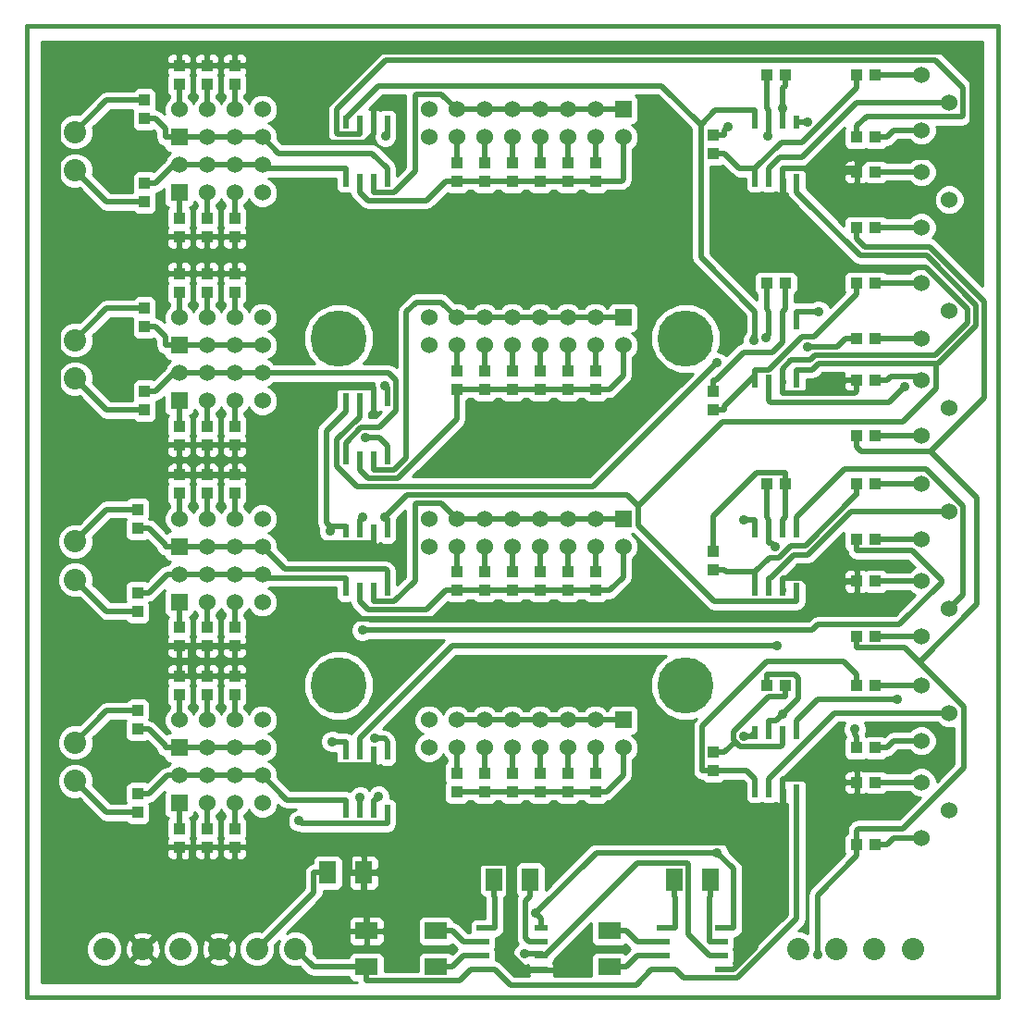
<source format=gtl>
G04 (created by PCBNEW-RS274X (2011-12-21 BZR 3253)-stable) date Fri 13 Jan 2012 10:17:21 PM MST*
G01*
G70*
G90*
%MOIN*%
G04 Gerber Fmt 3.4, Leading zero omitted, Abs format*
%FSLAX34Y34*%
G04 APERTURE LIST*
%ADD10C,0.006000*%
%ADD11C,0.015000*%
%ADD12C,0.080000*%
%ADD13R,0.020000X0.045000*%
%ADD14R,0.045000X0.020000*%
%ADD15R,0.060000X0.060000*%
%ADD16C,0.060000*%
%ADD17R,0.039300X0.043300*%
%ADD18R,0.043300X0.039300*%
%ADD19C,0.202000*%
%ADD20R,0.060000X0.080000*%
%ADD21R,0.080000X0.060000*%
%ADD22C,0.035000*%
%ADD23C,0.020000*%
%ADD24C,0.010000*%
G04 APERTURE END LIST*
G54D10*
G54D11*
X11000Y-45000D02*
X11000Y-10000D01*
X46000Y-45000D02*
X11000Y-45000D01*
X46000Y-10000D02*
X46000Y-45000D01*
X11000Y-10000D02*
X46000Y-10000D01*
G54D12*
X12750Y-29939D03*
X12750Y-28561D03*
X12750Y-22689D03*
X12750Y-21311D03*
X12750Y-15189D03*
X12750Y-13811D03*
X12750Y-37189D03*
X12750Y-35811D03*
X15189Y-43250D03*
X13811Y-43250D03*
X40189Y-43250D03*
X38811Y-43250D03*
X42939Y-43250D03*
X41561Y-43250D03*
G54D13*
X22500Y-13450D03*
X22500Y-15550D03*
X23000Y-13450D03*
X23500Y-13450D03*
X24000Y-13450D03*
X23000Y-15550D03*
X23500Y-15550D03*
X24000Y-15550D03*
X37250Y-13450D03*
X37250Y-15550D03*
X37750Y-13450D03*
X38250Y-13450D03*
X38750Y-13450D03*
X37750Y-15550D03*
X38250Y-15550D03*
X38750Y-15550D03*
X22500Y-23450D03*
X22500Y-25550D03*
X23000Y-23450D03*
X23500Y-23450D03*
X24000Y-23450D03*
X23000Y-25550D03*
X23500Y-25550D03*
X24000Y-25550D03*
X37250Y-20700D03*
X37250Y-22800D03*
X37750Y-20700D03*
X38250Y-20700D03*
X38750Y-20700D03*
X37750Y-22800D03*
X38250Y-22800D03*
X38750Y-22800D03*
X22500Y-28200D03*
X22500Y-30300D03*
X23000Y-28200D03*
X23500Y-28200D03*
X24000Y-28200D03*
X23000Y-30300D03*
X23500Y-30300D03*
X24000Y-30300D03*
X37250Y-28200D03*
X37250Y-30300D03*
X37750Y-28200D03*
X38250Y-28200D03*
X38750Y-28200D03*
X37750Y-30300D03*
X38250Y-30300D03*
X38750Y-30300D03*
X22500Y-36200D03*
X22500Y-38300D03*
X23000Y-36200D03*
X23500Y-36200D03*
X24000Y-36200D03*
X23000Y-38300D03*
X23500Y-38300D03*
X24000Y-38300D03*
X37250Y-35450D03*
X37250Y-37550D03*
X37750Y-35450D03*
X38250Y-35450D03*
X38750Y-35450D03*
X37750Y-37550D03*
X38250Y-37550D03*
X38750Y-37550D03*
G54D14*
X36050Y-42500D03*
X33950Y-42500D03*
X36050Y-43000D03*
X36050Y-43500D03*
X36050Y-44000D03*
X33950Y-43000D03*
X33950Y-43500D03*
X33950Y-44000D03*
X29550Y-42500D03*
X27450Y-42500D03*
X29550Y-43000D03*
X29550Y-43500D03*
X29550Y-44000D03*
X27450Y-43000D03*
X27450Y-43500D03*
X27450Y-44000D03*
G54D15*
X32500Y-27750D03*
G54D16*
X32500Y-28750D03*
X31500Y-27750D03*
X31500Y-28750D03*
X30500Y-27750D03*
X30500Y-28750D03*
X29500Y-27750D03*
X29500Y-28750D03*
X28500Y-27750D03*
X28500Y-28750D03*
X27500Y-27750D03*
X27500Y-28750D03*
X26500Y-27750D03*
X26500Y-28750D03*
X25500Y-27750D03*
X25500Y-28750D03*
G54D15*
X32500Y-35000D03*
G54D16*
X32500Y-36000D03*
X31500Y-35000D03*
X31500Y-36000D03*
X30500Y-35000D03*
X30500Y-36000D03*
X29500Y-35000D03*
X29500Y-36000D03*
X28500Y-35000D03*
X28500Y-36000D03*
X27500Y-35000D03*
X27500Y-36000D03*
X26500Y-35000D03*
X26500Y-36000D03*
X25500Y-35000D03*
X25500Y-36000D03*
G54D15*
X32500Y-20500D03*
G54D16*
X32500Y-21500D03*
X31500Y-20500D03*
X31500Y-21500D03*
X30500Y-20500D03*
X30500Y-21500D03*
X29500Y-20500D03*
X29500Y-21500D03*
X28500Y-20500D03*
X28500Y-21500D03*
X27500Y-20500D03*
X27500Y-21500D03*
X26500Y-20500D03*
X26500Y-21500D03*
X25500Y-20500D03*
X25500Y-21500D03*
G54D15*
X32500Y-13000D03*
G54D16*
X32500Y-14000D03*
X31500Y-13000D03*
X31500Y-14000D03*
X30500Y-13000D03*
X30500Y-14000D03*
X29500Y-13000D03*
X29500Y-14000D03*
X28500Y-13000D03*
X28500Y-14000D03*
X27500Y-13000D03*
X27500Y-14000D03*
X26500Y-13000D03*
X26500Y-14000D03*
X25500Y-13000D03*
X25500Y-14000D03*
G54D15*
X16500Y-23500D03*
G54D16*
X16500Y-22500D03*
X17500Y-23500D03*
X17500Y-22500D03*
X18500Y-23500D03*
X18500Y-22500D03*
X19500Y-23500D03*
X19500Y-22500D03*
G54D15*
X16500Y-16000D03*
G54D16*
X16500Y-15000D03*
X17500Y-16000D03*
X17500Y-15000D03*
X18500Y-16000D03*
X18500Y-15000D03*
X19500Y-16000D03*
X19500Y-15000D03*
G54D15*
X16500Y-21500D03*
G54D16*
X16500Y-20500D03*
X17500Y-21500D03*
X17500Y-20500D03*
X18500Y-21500D03*
X18500Y-20500D03*
X19500Y-21500D03*
X19500Y-20500D03*
G54D15*
X16500Y-14000D03*
G54D16*
X16500Y-13000D03*
X17500Y-14000D03*
X17500Y-13000D03*
X18500Y-14000D03*
X18500Y-13000D03*
X19500Y-14000D03*
X19500Y-13000D03*
G54D15*
X16500Y-38000D03*
G54D16*
X16500Y-37000D03*
X17500Y-38000D03*
X17500Y-37000D03*
X18500Y-38000D03*
X18500Y-37000D03*
X19500Y-38000D03*
X19500Y-37000D03*
G54D15*
X16500Y-30750D03*
G54D16*
X16500Y-29750D03*
X17500Y-30750D03*
X17500Y-29750D03*
X18500Y-30750D03*
X18500Y-29750D03*
X19500Y-30750D03*
X19500Y-29750D03*
G54D15*
X16500Y-28750D03*
G54D16*
X16500Y-27750D03*
X17500Y-28750D03*
X17500Y-27750D03*
X18500Y-28750D03*
X18500Y-27750D03*
X19500Y-28750D03*
X19500Y-27750D03*
G54D15*
X16500Y-36000D03*
G54D16*
X16500Y-35000D03*
X17500Y-36000D03*
X17500Y-35000D03*
X18500Y-36000D03*
X18500Y-35000D03*
X19500Y-36000D03*
X19500Y-35000D03*
G54D17*
X15000Y-28084D03*
X15000Y-27416D03*
X31500Y-37584D03*
X31500Y-36916D03*
X30500Y-37584D03*
X30500Y-36916D03*
X29500Y-37584D03*
X29500Y-36916D03*
X28500Y-37584D03*
X28500Y-36916D03*
X27500Y-37584D03*
X27500Y-36916D03*
X26500Y-37584D03*
X26500Y-36916D03*
X15000Y-35334D03*
X15000Y-34666D03*
X18500Y-26834D03*
X18500Y-26166D03*
X17500Y-26834D03*
X17500Y-26166D03*
X16500Y-26834D03*
X16500Y-26166D03*
X18500Y-34084D03*
X18500Y-33416D03*
X17500Y-34084D03*
X17500Y-33416D03*
X16500Y-34084D03*
X16500Y-33416D03*
G54D18*
X41584Y-26500D03*
X40916Y-26500D03*
X38334Y-26500D03*
X37666Y-26500D03*
X41584Y-33750D03*
X40916Y-33750D03*
X41584Y-24750D03*
X40916Y-24750D03*
G54D17*
X15250Y-23834D03*
X15250Y-23166D03*
X15250Y-16334D03*
X15250Y-15666D03*
G54D18*
X41584Y-17250D03*
X40916Y-17250D03*
X40916Y-22750D03*
X41584Y-22750D03*
X40916Y-15250D03*
X41584Y-15250D03*
G54D17*
X16500Y-25084D03*
X16500Y-24416D03*
X17500Y-25084D03*
X17500Y-24416D03*
X18500Y-25084D03*
X18500Y-24416D03*
G54D18*
X41584Y-21250D03*
X40916Y-21250D03*
G54D17*
X35750Y-23834D03*
X35750Y-23166D03*
X16500Y-17584D03*
X16500Y-16916D03*
X31500Y-30334D03*
X31500Y-29666D03*
X30500Y-30334D03*
X30500Y-29666D03*
X29500Y-30334D03*
X29500Y-29666D03*
X28500Y-30334D03*
X28500Y-29666D03*
X27500Y-30334D03*
X27500Y-29666D03*
X26500Y-30334D03*
X26500Y-29666D03*
X15250Y-13334D03*
X15250Y-12666D03*
X31500Y-23084D03*
X31500Y-22416D03*
X30500Y-23084D03*
X30500Y-22416D03*
X29500Y-23084D03*
X29500Y-22416D03*
X28500Y-23084D03*
X28500Y-22416D03*
X27500Y-23084D03*
X27500Y-22416D03*
X26500Y-23084D03*
X26500Y-22416D03*
X15250Y-20834D03*
X15250Y-20166D03*
X18500Y-12084D03*
X18500Y-11416D03*
X17500Y-12084D03*
X17500Y-11416D03*
X16500Y-12084D03*
X16500Y-11416D03*
X18500Y-19584D03*
X18500Y-18916D03*
X17500Y-19584D03*
X17500Y-18916D03*
X16500Y-19584D03*
X16500Y-18916D03*
G54D18*
X41584Y-11750D03*
X40916Y-11750D03*
X38334Y-11750D03*
X37666Y-11750D03*
X41584Y-19250D03*
X40916Y-19250D03*
X38334Y-19250D03*
X37666Y-19250D03*
G54D17*
X35750Y-14584D03*
X35750Y-13916D03*
G54D18*
X41584Y-14000D03*
X40916Y-14000D03*
G54D17*
X18500Y-17584D03*
X18500Y-16916D03*
X17500Y-17584D03*
X17500Y-16916D03*
G54D18*
X38334Y-33750D03*
X37666Y-33750D03*
G54D17*
X35750Y-29584D03*
X35750Y-28916D03*
G54D18*
X41584Y-28500D03*
X40916Y-28500D03*
G54D17*
X35750Y-36834D03*
X35750Y-36166D03*
G54D18*
X41584Y-36000D03*
X40916Y-36000D03*
G54D17*
X18500Y-32334D03*
X18500Y-31666D03*
X17500Y-32334D03*
X17500Y-31666D03*
X16500Y-32334D03*
X16500Y-31666D03*
X18500Y-39584D03*
X18500Y-38916D03*
X17500Y-39584D03*
X17500Y-38916D03*
X16500Y-39584D03*
X16500Y-38916D03*
G54D18*
X40916Y-30000D03*
X41584Y-30000D03*
X40916Y-37250D03*
X41584Y-37250D03*
X41584Y-32000D03*
X40916Y-32000D03*
G54D17*
X15000Y-31084D03*
X15000Y-30416D03*
G54D18*
X41584Y-39500D03*
X40916Y-39500D03*
G54D17*
X15000Y-38334D03*
X15000Y-37666D03*
X31500Y-15584D03*
X31500Y-14916D03*
X30500Y-15584D03*
X30500Y-14916D03*
X29500Y-15584D03*
X29500Y-14916D03*
X28500Y-15584D03*
X28500Y-14916D03*
X27500Y-15584D03*
X27500Y-14916D03*
X26500Y-15584D03*
X26500Y-14916D03*
G54D19*
X22250Y-21250D03*
X34750Y-21250D03*
X22250Y-33750D03*
X34750Y-33750D03*
G54D12*
X20689Y-43250D03*
X19311Y-43250D03*
X17939Y-43250D03*
X16561Y-43250D03*
G54D20*
X21850Y-40500D03*
X23150Y-40500D03*
G54D21*
X23250Y-42600D03*
X23250Y-43900D03*
G54D20*
X29150Y-40750D03*
X27850Y-40750D03*
X35650Y-40750D03*
X34350Y-40750D03*
G54D21*
X25750Y-42600D03*
X25750Y-43900D03*
X32000Y-42600D03*
X32000Y-43900D03*
G54D16*
X43250Y-22750D03*
X44250Y-23750D03*
X43250Y-24750D03*
X43250Y-15250D03*
X44250Y-16250D03*
X43250Y-17250D03*
X43250Y-19250D03*
X44250Y-20250D03*
X43250Y-21250D03*
X43250Y-11750D03*
X44250Y-12750D03*
X43250Y-13750D03*
X43250Y-37250D03*
X44250Y-38250D03*
X43250Y-39250D03*
X43250Y-30000D03*
X44250Y-31000D03*
X43250Y-32000D03*
X43250Y-33750D03*
X44250Y-34750D03*
X43250Y-35750D03*
X43250Y-26500D03*
X44250Y-27500D03*
X43250Y-28500D03*
G54D22*
X36859Y-35571D03*
X22018Y-35772D03*
X29360Y-41961D03*
X35892Y-39784D03*
X36859Y-27772D03*
X21931Y-28200D03*
X37197Y-21312D03*
X28947Y-43421D03*
X23925Y-22947D03*
X23935Y-13958D03*
X23925Y-27681D03*
X23538Y-35668D03*
X39500Y-43453D03*
X23022Y-37794D03*
X23685Y-37757D03*
X20821Y-38632D03*
X23210Y-24832D03*
X42375Y-34250D03*
X39538Y-20272D03*
X40843Y-35327D03*
X38050Y-32327D03*
X39137Y-13460D03*
X36274Y-13617D03*
X38241Y-12944D03*
X35872Y-22131D03*
X39141Y-21550D03*
X23100Y-31763D03*
X23100Y-27691D03*
X42643Y-22988D03*
X37700Y-13965D03*
X37654Y-21224D03*
X37969Y-28764D03*
X38250Y-34800D03*
G54D23*
X37250Y-13450D02*
X37250Y-13022D01*
X22500Y-36200D02*
X22500Y-35772D01*
X22500Y-28200D02*
X22500Y-28014D01*
X22500Y-35772D02*
X22018Y-35772D01*
X22500Y-23450D02*
X22500Y-23878D01*
X37250Y-20272D02*
X35298Y-18320D01*
X35823Y-13022D02*
X37250Y-13022D01*
X35298Y-13547D02*
X35823Y-13022D01*
X33889Y-12138D02*
X35298Y-13547D01*
X23687Y-12138D02*
X33889Y-12138D01*
X22500Y-13325D02*
X23687Y-12138D01*
X22500Y-13450D02*
X22500Y-13325D01*
X21347Y-41214D02*
X19311Y-43250D01*
X21347Y-40500D02*
X21347Y-41214D01*
X35298Y-18320D02*
X35298Y-13547D01*
X37250Y-20700D02*
X37250Y-20272D01*
X37250Y-27772D02*
X36859Y-27772D01*
X37250Y-28200D02*
X37250Y-27772D01*
X35892Y-39784D02*
X31537Y-39784D01*
X31537Y-39784D02*
X29360Y-41961D01*
X36478Y-42500D02*
X36478Y-40370D01*
X36478Y-40370D02*
X35892Y-39784D01*
X36050Y-42500D02*
X36478Y-42500D01*
X29360Y-41961D02*
X29550Y-42151D01*
X29550Y-42151D02*
X29550Y-42500D01*
X21850Y-40500D02*
X21347Y-40500D01*
X21931Y-28200D02*
X21931Y-28014D01*
X22500Y-28014D02*
X21931Y-28014D01*
X37129Y-35571D02*
X36859Y-35571D01*
X37250Y-35450D02*
X37129Y-35571D01*
X37250Y-20700D02*
X37250Y-21128D01*
X37197Y-21312D02*
X37197Y-21181D01*
X37197Y-21181D02*
X37250Y-21128D01*
X21931Y-28014D02*
X21807Y-27890D01*
X21807Y-27890D02*
X21807Y-24571D01*
X21807Y-24571D02*
X22500Y-23878D01*
X29550Y-43500D02*
X29673Y-43500D01*
X29594Y-43421D02*
X28947Y-43421D01*
X29673Y-43500D02*
X29594Y-43421D01*
X33027Y-40146D02*
X29673Y-43500D01*
X34797Y-40146D02*
X33027Y-40146D01*
X34854Y-40203D02*
X34797Y-40146D01*
X34854Y-42732D02*
X34854Y-40203D01*
X35622Y-43500D02*
X34854Y-42732D01*
X36050Y-43500D02*
X35622Y-43500D01*
X41040Y-18268D02*
X38750Y-15978D01*
X24000Y-28200D02*
X24000Y-27772D01*
X33950Y-44000D02*
X34378Y-44000D01*
X38750Y-37550D02*
X38750Y-42158D01*
X38750Y-42158D02*
X36605Y-44303D01*
X36605Y-44303D02*
X34681Y-44303D01*
X34681Y-44303D02*
X34378Y-44000D01*
X27450Y-44000D02*
X27878Y-44000D01*
X33950Y-44000D02*
X33522Y-44000D01*
X33522Y-44000D02*
X32967Y-44555D01*
X32967Y-44555D02*
X28433Y-44555D01*
X28433Y-44555D02*
X27878Y-44000D01*
X24000Y-23450D02*
X24000Y-23022D01*
X23538Y-35668D02*
X23896Y-35668D01*
X23896Y-35668D02*
X24000Y-35772D01*
X38750Y-15550D02*
X38750Y-15978D01*
X24000Y-13450D02*
X24000Y-13878D01*
X24000Y-13878D02*
X23935Y-13943D01*
X23935Y-13943D02*
X23935Y-13958D01*
X38750Y-22800D02*
X38750Y-22372D01*
X24000Y-36200D02*
X24000Y-35772D01*
X39326Y-22372D02*
X39548Y-22150D01*
X39548Y-22150D02*
X43786Y-22150D01*
X38750Y-30300D02*
X38750Y-30728D01*
X24000Y-27772D02*
X24000Y-27756D01*
X24000Y-27756D02*
X23925Y-27681D01*
X27450Y-44000D02*
X27022Y-44000D01*
X23250Y-43900D02*
X23250Y-44403D01*
X23250Y-44403D02*
X26619Y-44403D01*
X26619Y-44403D02*
X27022Y-44000D01*
X20689Y-43250D02*
X21339Y-43900D01*
X21339Y-43900D02*
X23250Y-43900D01*
X24000Y-23022D02*
X23926Y-22948D01*
X23926Y-22948D02*
X23926Y-22947D01*
X23926Y-22947D02*
X23925Y-22947D01*
X38750Y-22372D02*
X39326Y-22372D01*
X33045Y-27303D02*
X32631Y-26889D01*
X32631Y-26889D02*
X24717Y-26889D01*
X24717Y-26889D02*
X23925Y-27681D01*
X38750Y-30728D02*
X35786Y-30728D01*
X35786Y-30728D02*
X33045Y-27987D01*
X33045Y-27987D02*
X33045Y-27303D01*
X43786Y-22150D02*
X43786Y-23057D01*
X43786Y-23057D02*
X42589Y-24254D01*
X42589Y-24254D02*
X36094Y-24254D01*
X36094Y-24254D02*
X33045Y-27303D01*
X43786Y-22150D02*
X43857Y-22150D01*
X43857Y-22150D02*
X45210Y-20797D01*
X45210Y-20797D02*
X45210Y-20047D01*
X45210Y-20047D02*
X43431Y-18268D01*
X43431Y-18268D02*
X41040Y-18268D01*
X40916Y-24750D02*
X40916Y-25150D01*
X42655Y-32400D02*
X40916Y-32400D01*
X43163Y-32907D02*
X42655Y-32400D01*
X45248Y-26980D02*
X43589Y-25321D01*
X45248Y-30822D02*
X45248Y-26980D01*
X43163Y-32907D02*
X45248Y-30822D01*
X41087Y-25321D02*
X40916Y-25150D01*
X40916Y-32000D02*
X40916Y-32075D01*
X40916Y-32114D02*
X40916Y-32400D01*
X43589Y-25321D02*
X45513Y-23397D01*
X45513Y-23397D02*
X45513Y-19922D01*
X45513Y-19922D02*
X43538Y-17947D01*
X43538Y-17947D02*
X41213Y-17947D01*
X41213Y-17947D02*
X40916Y-17650D01*
X40916Y-17250D02*
X40916Y-17650D01*
X43589Y-25321D02*
X41087Y-25321D01*
X40916Y-32114D02*
X40916Y-32075D01*
X40916Y-39500D02*
X40916Y-39900D01*
X40916Y-39900D02*
X39500Y-41316D01*
X39500Y-41316D02*
X39500Y-43453D01*
X40916Y-39500D02*
X40916Y-38974D01*
X40916Y-38974D02*
X40973Y-38917D01*
X40973Y-38917D02*
X42586Y-38917D01*
X42586Y-38917D02*
X44769Y-36734D01*
X44769Y-36734D02*
X44769Y-34514D01*
X44769Y-34514D02*
X43163Y-32907D01*
X18000Y-18916D02*
X18000Y-17584D01*
X17500Y-18916D02*
X18000Y-18916D01*
X18000Y-18916D02*
X18500Y-18916D01*
X18000Y-17584D02*
X17500Y-17584D01*
X16500Y-11416D02*
X17500Y-11416D01*
X17500Y-11416D02*
X18500Y-11416D01*
X18000Y-17584D02*
X18500Y-17584D01*
X16500Y-26166D02*
X16899Y-26166D01*
X23250Y-42600D02*
X23250Y-42097D01*
X23150Y-41997D02*
X23150Y-40500D01*
X23250Y-42097D02*
X23150Y-41997D01*
X40369Y-37122D02*
X38250Y-37122D01*
X40497Y-37250D02*
X40369Y-37122D01*
X40916Y-37250D02*
X40497Y-37250D01*
X38250Y-37550D02*
X38250Y-37122D01*
X16500Y-33416D02*
X16899Y-33416D01*
X16899Y-32334D02*
X17500Y-32334D01*
X16899Y-32334D02*
X16899Y-33416D01*
X16899Y-33416D02*
X17100Y-33416D01*
X17300Y-33416D02*
X17100Y-33416D01*
X17300Y-33416D02*
X17500Y-33416D01*
X17500Y-33416D02*
X18500Y-33416D01*
X36050Y-44000D02*
X36478Y-44000D01*
X23500Y-36200D02*
X23500Y-36552D01*
X23500Y-13450D02*
X23500Y-13878D01*
X18500Y-33416D02*
X18899Y-33416D01*
X17500Y-18916D02*
X16500Y-18916D01*
X17500Y-32334D02*
X18500Y-32334D01*
X38250Y-16219D02*
X38250Y-15550D01*
X40710Y-18679D02*
X38250Y-16219D01*
X43414Y-18679D02*
X40710Y-18679D01*
X44907Y-20172D02*
X43414Y-18679D01*
X21100Y-13617D02*
X23787Y-10930D01*
X15189Y-43250D02*
X15958Y-42481D01*
X16960Y-39584D02*
X16960Y-42481D01*
X16960Y-39584D02*
X17500Y-39584D01*
X16500Y-39584D02*
X16960Y-39584D01*
X18500Y-39584D02*
X17500Y-39584D01*
X22647Y-40500D02*
X22647Y-39997D01*
X22647Y-39997D02*
X22234Y-39584D01*
X22234Y-39584D02*
X18500Y-39584D01*
X17500Y-26166D02*
X17100Y-26166D01*
X17500Y-17584D02*
X16500Y-17584D01*
X38250Y-22800D02*
X38250Y-22338D01*
X38250Y-22338D02*
X38555Y-22033D01*
X38555Y-22033D02*
X39237Y-22033D01*
X39237Y-22033D02*
X39423Y-21847D01*
X39423Y-21847D02*
X43732Y-21847D01*
X18899Y-26166D02*
X21361Y-28628D01*
X23500Y-36628D02*
X23500Y-36552D01*
X21361Y-28628D02*
X23500Y-28628D01*
X17500Y-26166D02*
X18500Y-26166D01*
X23500Y-23450D02*
X23500Y-23022D01*
X18500Y-25084D02*
X18947Y-25084D01*
X18947Y-25084D02*
X21009Y-23022D01*
X21009Y-23022D02*
X23500Y-23022D01*
X17500Y-25084D02*
X18500Y-25084D01*
X17000Y-26166D02*
X17100Y-26166D01*
X16899Y-26166D02*
X17000Y-26166D01*
X17000Y-25084D02*
X16500Y-25084D01*
X17500Y-25084D02*
X17000Y-25084D01*
X17000Y-26166D02*
X17000Y-25084D01*
X16960Y-42481D02*
X17170Y-42481D01*
X17170Y-42481D02*
X17939Y-43250D01*
X44907Y-20672D02*
X44907Y-20172D01*
X43732Y-21847D02*
X44907Y-20672D01*
X23500Y-28200D02*
X23500Y-28628D01*
X22899Y-40500D02*
X22647Y-40500D01*
X38250Y-38431D02*
X38250Y-37550D01*
X37275Y-39406D02*
X38250Y-38431D01*
X37275Y-43203D02*
X37275Y-39406D01*
X36478Y-44000D02*
X37275Y-43203D01*
X38250Y-22800D02*
X38250Y-23228D01*
X40916Y-22750D02*
X40916Y-23149D01*
X40837Y-23228D02*
X40916Y-23149D01*
X38250Y-23228D02*
X40837Y-23228D01*
X18500Y-11416D02*
X18899Y-11416D01*
X16899Y-32334D02*
X16500Y-32334D01*
X11617Y-28733D02*
X14184Y-26166D01*
X11617Y-29944D02*
X11617Y-28733D01*
X14007Y-32334D02*
X11617Y-29944D01*
X13976Y-17584D02*
X12144Y-15752D01*
X22899Y-40500D02*
X23150Y-40500D01*
X29133Y-39406D02*
X28393Y-40146D01*
X37275Y-39406D02*
X29133Y-39406D01*
X28992Y-44000D02*
X29550Y-44000D01*
X28393Y-43401D02*
X28992Y-44000D01*
X28393Y-40146D02*
X28393Y-43401D01*
X23150Y-40500D02*
X23653Y-40500D01*
X16500Y-32334D02*
X14007Y-32334D01*
X14184Y-26166D02*
X16500Y-26166D01*
X12146Y-24128D02*
X14184Y-26166D01*
X12146Y-19414D02*
X12146Y-24128D01*
X13976Y-17584D02*
X12146Y-19414D01*
X16500Y-17584D02*
X13976Y-17584D01*
X14124Y-11416D02*
X16500Y-11416D01*
X12144Y-13396D02*
X14124Y-11416D01*
X12144Y-15752D02*
X12144Y-13396D01*
X40181Y-30316D02*
X40497Y-30000D01*
X18500Y-26166D02*
X18899Y-26166D01*
X39425Y-30316D02*
X38981Y-29872D01*
X38981Y-29872D02*
X38250Y-29872D01*
X19852Y-34369D02*
X22868Y-31353D01*
X22868Y-31353D02*
X38705Y-31353D01*
X38705Y-31353D02*
X39425Y-30633D01*
X39425Y-30633D02*
X39425Y-30316D01*
X38250Y-30300D02*
X38250Y-29872D01*
X19852Y-34369D02*
X22111Y-36628D01*
X22111Y-36628D02*
X23500Y-36628D01*
X18899Y-33416D02*
X19852Y-34369D01*
X24648Y-40146D02*
X24007Y-40146D01*
X24007Y-40146D02*
X23653Y-40500D01*
X28393Y-40146D02*
X24648Y-40146D01*
X24648Y-40146D02*
X24648Y-37776D01*
X40916Y-15122D02*
X40916Y-15250D01*
X23787Y-10930D02*
X44098Y-10930D01*
X44098Y-10930D02*
X45069Y-11901D01*
X45069Y-11901D02*
X45069Y-13513D01*
X45069Y-13513D02*
X43876Y-14706D01*
X43876Y-14706D02*
X41332Y-14706D01*
X41332Y-14706D02*
X40916Y-15122D01*
X40916Y-15122D02*
X38250Y-15122D01*
X38250Y-15550D02*
X38250Y-15122D01*
X21100Y-13617D02*
X21664Y-14181D01*
X21664Y-14181D02*
X23197Y-14181D01*
X23197Y-14181D02*
X23500Y-13878D01*
X18899Y-11416D02*
X21100Y-13617D01*
X40916Y-30000D02*
X40497Y-30000D01*
X39425Y-30316D02*
X40181Y-30316D01*
X24648Y-37776D02*
X23500Y-36628D01*
X15958Y-42481D02*
X16960Y-42481D01*
X27500Y-37584D02*
X28500Y-37584D01*
X28500Y-37584D02*
X29500Y-37584D01*
X29500Y-37584D02*
X30500Y-37584D01*
X30500Y-37584D02*
X31500Y-37584D01*
X32500Y-36984D02*
X32500Y-36000D01*
X31900Y-37584D02*
X32500Y-36984D01*
X31500Y-37584D02*
X31900Y-37584D01*
X27500Y-37584D02*
X26500Y-37584D01*
X23000Y-37816D02*
X23000Y-38300D01*
X23022Y-37794D02*
X23000Y-37816D01*
X26500Y-35000D02*
X27500Y-35000D01*
X27500Y-35000D02*
X28500Y-35000D01*
X28500Y-35000D02*
X29500Y-35000D01*
X29500Y-35000D02*
X30500Y-35000D01*
X30500Y-35000D02*
X31500Y-35000D01*
X31500Y-35000D02*
X32500Y-35000D01*
X23570Y-37872D02*
X23500Y-37872D01*
X23685Y-37757D02*
X23570Y-37872D01*
X23500Y-38300D02*
X23500Y-37872D01*
X31500Y-36916D02*
X31500Y-36000D01*
X30500Y-36916D02*
X30500Y-36000D01*
X29500Y-36916D02*
X29500Y-36000D01*
X28500Y-36916D02*
X28500Y-36000D01*
X27500Y-36916D02*
X27500Y-36000D01*
X26500Y-36916D02*
X26500Y-36000D01*
X16500Y-38916D02*
X16500Y-38000D01*
X16500Y-34084D02*
X16500Y-35000D01*
X17500Y-38916D02*
X17500Y-38000D01*
X17500Y-34084D02*
X17500Y-35000D01*
X18500Y-34084D02*
X18500Y-35000D01*
X18500Y-38916D02*
X18500Y-38000D01*
X19500Y-36000D02*
X18500Y-36000D01*
X18500Y-36000D02*
X17500Y-36000D01*
X17500Y-36000D02*
X16500Y-36000D01*
X24000Y-38300D02*
X24000Y-38728D01*
X15997Y-35932D02*
X15997Y-36000D01*
X15399Y-35334D02*
X15997Y-35932D01*
X15000Y-35334D02*
X15399Y-35334D01*
X16500Y-36000D02*
X15997Y-36000D01*
X20917Y-38728D02*
X20821Y-38632D01*
X24000Y-38728D02*
X20917Y-38728D01*
X15000Y-37666D02*
X15399Y-37666D01*
X18500Y-37000D02*
X17500Y-37000D01*
X18500Y-37000D02*
X19500Y-37000D01*
X22500Y-38300D02*
X22500Y-37872D01*
X20372Y-37872D02*
X22500Y-37872D01*
X19500Y-37000D02*
X20372Y-37872D01*
X16065Y-37000D02*
X16500Y-37000D01*
X15399Y-37666D02*
X16065Y-37000D01*
X16500Y-37000D02*
X17500Y-37000D01*
X17500Y-19584D02*
X17500Y-20500D01*
X15997Y-21182D02*
X15997Y-21500D01*
X15649Y-20834D02*
X15997Y-21182D01*
X15250Y-20834D02*
X15649Y-20834D01*
X16500Y-21500D02*
X15997Y-21500D01*
X18500Y-21500D02*
X17500Y-21500D01*
X17500Y-21500D02*
X16500Y-21500D01*
X18500Y-21500D02*
X19500Y-21500D01*
X23710Y-24832D02*
X24000Y-25122D01*
X23210Y-24832D02*
X23710Y-24832D01*
X24000Y-25550D02*
X24000Y-25122D01*
X18500Y-19584D02*
X18500Y-20500D01*
X16500Y-24416D02*
X16500Y-23500D01*
X16315Y-22500D02*
X16500Y-22500D01*
X15649Y-23166D02*
X16315Y-22500D01*
X15250Y-23166D02*
X15649Y-23166D01*
X18500Y-22500D02*
X17500Y-22500D01*
X17500Y-22500D02*
X16500Y-22500D01*
X18500Y-22500D02*
X19500Y-22500D01*
X22500Y-25550D02*
X22500Y-25122D01*
X24053Y-22500D02*
X19500Y-22500D01*
X24304Y-22751D02*
X24053Y-22500D01*
X24304Y-23861D02*
X24304Y-22751D01*
X23711Y-24454D02*
X24304Y-23861D01*
X23054Y-24454D02*
X23711Y-24454D01*
X22500Y-25008D02*
X23054Y-24454D01*
X22500Y-25122D02*
X22500Y-25008D01*
X17500Y-24416D02*
X17500Y-23500D01*
X18500Y-24416D02*
X18500Y-23500D01*
X27500Y-23084D02*
X28500Y-23084D01*
X28500Y-23084D02*
X29500Y-23084D01*
X29500Y-23084D02*
X30500Y-23084D01*
X30500Y-23084D02*
X31500Y-23084D01*
X32500Y-22588D02*
X32500Y-21500D01*
X32004Y-23084D02*
X32500Y-22588D01*
X31500Y-23084D02*
X32004Y-23084D01*
X23000Y-25550D02*
X23000Y-25978D01*
X26500Y-23084D02*
X27500Y-23084D01*
X26500Y-24162D02*
X26500Y-23084D01*
X24381Y-26281D02*
X26500Y-24162D01*
X23303Y-26281D02*
X24381Y-26281D01*
X23000Y-25978D02*
X23303Y-26281D01*
X27500Y-20500D02*
X28500Y-20500D01*
X28500Y-20500D02*
X29500Y-20500D01*
X29500Y-20500D02*
X30500Y-20500D01*
X30500Y-20500D02*
X31500Y-20500D01*
X31500Y-20500D02*
X32500Y-20500D01*
X26500Y-20500D02*
X27500Y-20500D01*
X24256Y-25978D02*
X23500Y-25978D01*
X24695Y-25539D02*
X24256Y-25978D01*
X24695Y-20302D02*
X24695Y-25539D01*
X25053Y-19944D02*
X24695Y-20302D01*
X25944Y-19944D02*
X25053Y-19944D01*
X26500Y-20500D02*
X25944Y-19944D01*
X23500Y-25550D02*
X23500Y-25978D01*
X16500Y-19584D02*
X16500Y-20500D01*
X33003Y-43500D02*
X33950Y-43500D01*
X32603Y-43900D02*
X33003Y-43500D01*
X32000Y-43900D02*
X32603Y-43900D01*
X35622Y-41381D02*
X35622Y-43000D01*
X35650Y-41353D02*
X35622Y-41381D01*
X35650Y-40750D02*
X35650Y-41353D01*
X36050Y-43000D02*
X35622Y-43000D01*
X43250Y-37250D02*
X41584Y-37250D01*
X39522Y-34250D02*
X38750Y-35022D01*
X42375Y-34250D02*
X39522Y-34250D01*
X38750Y-35450D02*
X38750Y-35022D01*
X29150Y-40750D02*
X29150Y-41353D01*
X29550Y-43000D02*
X29122Y-43000D01*
X28982Y-42860D02*
X29122Y-43000D01*
X28982Y-41521D02*
X28982Y-42860D01*
X29150Y-41353D02*
X28982Y-41521D01*
X34378Y-41381D02*
X34378Y-42500D01*
X34350Y-41353D02*
X34378Y-41381D01*
X34350Y-40750D02*
X34350Y-41353D01*
X33950Y-42500D02*
X34378Y-42500D01*
X33003Y-43000D02*
X33950Y-43000D01*
X32603Y-42600D02*
X33003Y-43000D01*
X32000Y-42600D02*
X32603Y-42600D01*
X27878Y-41381D02*
X27878Y-42500D01*
X27850Y-41353D02*
X27878Y-41381D01*
X27850Y-40750D02*
X27850Y-41353D01*
X27450Y-42500D02*
X27878Y-42500D01*
X26753Y-43000D02*
X27450Y-43000D01*
X26353Y-42600D02*
X26753Y-43000D01*
X25750Y-42600D02*
X26353Y-42600D01*
X26753Y-43500D02*
X27450Y-43500D01*
X26353Y-43900D02*
X26753Y-43500D01*
X25750Y-43900D02*
X26353Y-43900D01*
X38750Y-20700D02*
X38750Y-20272D01*
X38750Y-20272D02*
X39538Y-20272D01*
X38334Y-20188D02*
X38250Y-20272D01*
X38334Y-19250D02*
X38334Y-20188D01*
X38250Y-20700D02*
X38250Y-20272D01*
X35750Y-23166D02*
X35750Y-22746D01*
X38250Y-20700D02*
X38250Y-21128D01*
X38250Y-21371D02*
X38250Y-21128D01*
X37880Y-21741D02*
X38250Y-21371D01*
X36836Y-21741D02*
X37880Y-21741D01*
X35831Y-22746D02*
X36836Y-21741D01*
X35750Y-22746D02*
X35831Y-22746D01*
X43250Y-19250D02*
X41584Y-19250D01*
X43250Y-21250D02*
X41584Y-21250D01*
X42253Y-39250D02*
X42003Y-39500D01*
X43250Y-39250D02*
X42253Y-39250D01*
X41584Y-39500D02*
X42003Y-39500D01*
X35750Y-36166D02*
X36149Y-36166D01*
X38334Y-33750D02*
X38334Y-34150D01*
X38250Y-35450D02*
X38250Y-35878D01*
X36535Y-35780D02*
X36149Y-36166D01*
X36481Y-35727D02*
X36535Y-35780D01*
X36481Y-35415D02*
X36481Y-35727D01*
X37746Y-34150D02*
X36481Y-35415D01*
X38334Y-34150D02*
X37746Y-34150D01*
X38179Y-35949D02*
X38250Y-35878D01*
X36703Y-35949D02*
X38179Y-35949D01*
X36535Y-35780D02*
X36703Y-35949D01*
X43250Y-33750D02*
X41584Y-33750D01*
X42253Y-35750D02*
X42003Y-36000D01*
X43250Y-35750D02*
X42253Y-35750D01*
X41584Y-36000D02*
X42003Y-36000D01*
X40843Y-35528D02*
X40843Y-35327D01*
X40916Y-35601D02*
X40843Y-35528D01*
X23000Y-35665D02*
X23000Y-36200D01*
X26338Y-32327D02*
X23000Y-35665D01*
X38050Y-32327D02*
X26338Y-32327D01*
X40916Y-36000D02*
X40916Y-35601D01*
X43250Y-24750D02*
X41584Y-24750D01*
X41584Y-22750D02*
X42004Y-22750D01*
X42144Y-22610D02*
X42004Y-22750D01*
X43110Y-22610D02*
X42144Y-22610D01*
X43250Y-22750D02*
X43110Y-22610D01*
X16500Y-12084D02*
X16500Y-13000D01*
X15997Y-13682D02*
X15997Y-14000D01*
X15649Y-13334D02*
X15997Y-13682D01*
X15250Y-13334D02*
X15649Y-13334D01*
X16500Y-14000D02*
X15997Y-14000D01*
X18500Y-14000D02*
X17500Y-14000D01*
X17500Y-14000D02*
X16500Y-14000D01*
X18500Y-14000D02*
X19500Y-14000D01*
X24000Y-15114D02*
X24000Y-15550D01*
X23462Y-14576D02*
X24000Y-15114D01*
X20076Y-14576D02*
X23462Y-14576D01*
X19500Y-14000D02*
X20076Y-14576D01*
X17500Y-12084D02*
X17500Y-13000D01*
X18500Y-12084D02*
X18500Y-13000D01*
X16500Y-16916D02*
X16500Y-16000D01*
X17500Y-16916D02*
X17500Y-16000D01*
X16315Y-15000D02*
X16500Y-15000D01*
X15649Y-15666D02*
X16315Y-15000D01*
X15250Y-15666D02*
X15649Y-15666D01*
X18500Y-15000D02*
X17500Y-15000D01*
X17500Y-15000D02*
X16500Y-15000D01*
X22500Y-15550D02*
X22500Y-15122D01*
X19500Y-15000D02*
X18500Y-15000D01*
X19622Y-15122D02*
X22500Y-15122D01*
X19500Y-15000D02*
X19622Y-15122D01*
X18500Y-16916D02*
X18500Y-16000D01*
X27500Y-15584D02*
X28500Y-15584D01*
X28500Y-15584D02*
X29500Y-15584D01*
X29500Y-15584D02*
X30500Y-15584D01*
X30500Y-15584D02*
X31500Y-15584D01*
X32499Y-14000D02*
X32500Y-14000D01*
X32499Y-15528D02*
X32499Y-14000D01*
X32443Y-15584D02*
X32499Y-15528D01*
X31500Y-15584D02*
X32443Y-15584D01*
X23000Y-15550D02*
X23000Y-15978D01*
X26500Y-15584D02*
X27500Y-15584D01*
X26500Y-15584D02*
X26100Y-15584D01*
X25403Y-16281D02*
X26100Y-15584D01*
X23303Y-16281D02*
X25403Y-16281D01*
X23000Y-15978D02*
X23303Y-16281D01*
X17500Y-31666D02*
X17500Y-30750D01*
X16500Y-26834D02*
X16500Y-27750D01*
X16500Y-31666D02*
X16500Y-30750D01*
X43250Y-15250D02*
X41584Y-15250D01*
X38760Y-13460D02*
X38750Y-13450D01*
X39137Y-13460D02*
X38760Y-13460D01*
X38250Y-13450D02*
X38250Y-13022D01*
X36149Y-13742D02*
X36274Y-13617D01*
X36149Y-13916D02*
X36149Y-13742D01*
X35750Y-13916D02*
X36149Y-13916D01*
X38334Y-11750D02*
X38334Y-12150D01*
X38250Y-12944D02*
X38241Y-12944D01*
X38250Y-13022D02*
X38250Y-12944D01*
X38250Y-12234D02*
X38334Y-12150D01*
X38250Y-12944D02*
X38250Y-12234D01*
X43250Y-11750D02*
X41584Y-11750D01*
X37750Y-15550D02*
X37750Y-15122D01*
X40910Y-12750D02*
X44250Y-12750D01*
X38940Y-14720D02*
X40910Y-12750D01*
X38152Y-14720D02*
X38940Y-14720D01*
X37750Y-15122D02*
X38152Y-14720D01*
X42253Y-13750D02*
X42003Y-14000D01*
X43250Y-13750D02*
X42253Y-13750D01*
X41584Y-14000D02*
X42003Y-14000D01*
X40916Y-14000D02*
X40916Y-13601D01*
X23000Y-13450D02*
X23000Y-13878D01*
X41271Y-13246D02*
X40916Y-13601D01*
X43505Y-13246D02*
X41271Y-13246D01*
X43525Y-13266D02*
X43505Y-13246D01*
X44698Y-13266D02*
X43525Y-13266D01*
X44755Y-13209D02*
X44698Y-13266D01*
X44755Y-12228D02*
X44755Y-13209D01*
X43761Y-11234D02*
X44755Y-12228D01*
X23940Y-11234D02*
X43761Y-11234D01*
X22185Y-12989D02*
X23940Y-11234D01*
X22185Y-13859D02*
X22185Y-12989D01*
X22204Y-13878D02*
X22185Y-13859D01*
X23000Y-13878D02*
X22204Y-13878D01*
X31500Y-14916D02*
X31500Y-14000D01*
X30500Y-14916D02*
X30500Y-14000D01*
X29500Y-14916D02*
X29500Y-14000D01*
X28500Y-14916D02*
X28500Y-14000D01*
X27500Y-14916D02*
X27500Y-14000D01*
X27500Y-13000D02*
X28500Y-13000D01*
X28500Y-13000D02*
X29500Y-13000D01*
X29500Y-13000D02*
X30500Y-13000D01*
X30500Y-13000D02*
X31500Y-13000D01*
X31500Y-13000D02*
X32500Y-13000D01*
X26500Y-13000D02*
X27500Y-13000D01*
X24251Y-15978D02*
X23500Y-15978D01*
X24996Y-15233D02*
X24251Y-15978D01*
X24996Y-12501D02*
X24996Y-15233D01*
X25053Y-12444D02*
X24996Y-12501D01*
X25944Y-12444D02*
X25053Y-12444D01*
X26500Y-13000D02*
X25944Y-12444D01*
X23500Y-15550D02*
X23500Y-15978D01*
X26500Y-14916D02*
X26500Y-14000D01*
X43250Y-17250D02*
X41584Y-17250D01*
X37750Y-30300D02*
X37750Y-29872D01*
X37823Y-29872D02*
X37750Y-29872D01*
X38651Y-29044D02*
X37823Y-29872D01*
X39162Y-29044D02*
X38651Y-29044D01*
X40706Y-27500D02*
X39162Y-29044D01*
X44250Y-27500D02*
X40706Y-27500D01*
X43250Y-28500D02*
X41584Y-28500D01*
X43250Y-26500D02*
X41584Y-26500D01*
X37250Y-30300D02*
X37250Y-29872D01*
X37250Y-29659D02*
X37250Y-29872D01*
X36224Y-29659D02*
X36149Y-29584D01*
X37250Y-29659D02*
X36224Y-29659D01*
X40916Y-26500D02*
X40916Y-26900D01*
X35750Y-29584D02*
X36149Y-29584D01*
X37767Y-29142D02*
X37250Y-29659D01*
X38126Y-29142D02*
X37767Y-29142D01*
X38556Y-28712D02*
X38126Y-29142D01*
X39066Y-28712D02*
X38556Y-28712D01*
X40878Y-26900D02*
X39066Y-28712D01*
X40916Y-26900D02*
X40878Y-26900D01*
X38250Y-28200D02*
X38250Y-27772D01*
X38334Y-27688D02*
X38334Y-26900D01*
X38250Y-27772D02*
X38334Y-27688D01*
X38334Y-26500D02*
X38334Y-26900D01*
X37297Y-26101D02*
X38334Y-26101D01*
X35750Y-27648D02*
X37297Y-26101D01*
X35750Y-28916D02*
X35750Y-27648D01*
X38334Y-26500D02*
X38334Y-26101D01*
X43250Y-30000D02*
X41584Y-30000D01*
X43250Y-32000D02*
X41584Y-32000D01*
X16065Y-29750D02*
X16500Y-29750D01*
X15399Y-30416D02*
X16065Y-29750D01*
X15000Y-30416D02*
X15399Y-30416D01*
X18500Y-29750D02*
X17500Y-29750D01*
X17500Y-29750D02*
X16500Y-29750D01*
X22500Y-30300D02*
X22500Y-29872D01*
X19500Y-29750D02*
X18500Y-29750D01*
X19622Y-29872D02*
X22500Y-29872D01*
X19500Y-29750D02*
X19622Y-29872D01*
X31500Y-22416D02*
X31500Y-21500D01*
X30500Y-22416D02*
X30500Y-21500D01*
X29500Y-22416D02*
X29500Y-21500D01*
X28500Y-22416D02*
X28500Y-21500D01*
X27500Y-22416D02*
X27500Y-21500D01*
X26500Y-22416D02*
X26500Y-21500D01*
X40203Y-21543D02*
X40496Y-21250D01*
X39148Y-21543D02*
X40203Y-21543D01*
X39141Y-21550D02*
X39148Y-21543D01*
X40916Y-21250D02*
X40496Y-21250D01*
X31418Y-26585D02*
X35872Y-22131D01*
X22904Y-26585D02*
X31418Y-26585D01*
X22179Y-25860D02*
X22904Y-26585D01*
X22179Y-24901D02*
X22179Y-25860D01*
X23000Y-24080D02*
X22179Y-24901D01*
X23000Y-23450D02*
X23000Y-24080D01*
X27500Y-30334D02*
X28500Y-30334D01*
X28500Y-30334D02*
X29500Y-30334D01*
X29500Y-30334D02*
X30500Y-30334D01*
X30500Y-30334D02*
X31500Y-30334D01*
X32500Y-29838D02*
X32500Y-28750D01*
X32004Y-30334D02*
X32500Y-29838D01*
X31500Y-30334D02*
X32004Y-30334D01*
X23000Y-30300D02*
X23000Y-30728D01*
X26500Y-30334D02*
X27500Y-30334D01*
X26500Y-30334D02*
X26100Y-30334D01*
X25403Y-31031D02*
X26100Y-30334D01*
X23303Y-31031D02*
X25403Y-31031D01*
X23000Y-30728D02*
X23303Y-31031D01*
X18500Y-31666D02*
X18500Y-30750D01*
X17500Y-26834D02*
X17500Y-27750D01*
X18500Y-26834D02*
X18500Y-27750D01*
X15997Y-28682D02*
X15997Y-28750D01*
X15399Y-28084D02*
X15997Y-28682D01*
X15000Y-28084D02*
X15399Y-28084D01*
X16500Y-28750D02*
X15997Y-28750D01*
X18500Y-28750D02*
X17500Y-28750D01*
X17500Y-28750D02*
X16500Y-28750D01*
X18500Y-28750D02*
X19500Y-28750D01*
X24000Y-29625D02*
X24000Y-30300D01*
X23943Y-29568D02*
X24000Y-29625D01*
X20318Y-29568D02*
X23943Y-29568D01*
X19500Y-28750D02*
X20318Y-29568D01*
X23019Y-27772D02*
X23100Y-27691D01*
X23000Y-27772D02*
X23019Y-27772D01*
X40916Y-28500D02*
X40916Y-28900D01*
X39323Y-31763D02*
X23100Y-31763D01*
X39524Y-31562D02*
X39323Y-31763D01*
X42449Y-31562D02*
X39524Y-31562D01*
X43968Y-30043D02*
X42449Y-31562D01*
X43968Y-29963D02*
X43968Y-30043D01*
X42905Y-28900D02*
X43968Y-29963D01*
X40916Y-28900D02*
X42905Y-28900D01*
X23000Y-28200D02*
X23000Y-27772D01*
X31500Y-29666D02*
X31500Y-28750D01*
X30500Y-29666D02*
X30500Y-28750D01*
X29500Y-29666D02*
X29500Y-28750D01*
X28500Y-29666D02*
X28500Y-28750D01*
X27500Y-27750D02*
X28500Y-27750D01*
X28500Y-27750D02*
X29500Y-27750D01*
X29500Y-27750D02*
X30500Y-27750D01*
X30500Y-27750D02*
X31500Y-27750D01*
X31500Y-27750D02*
X32500Y-27750D01*
X26500Y-27750D02*
X27500Y-27750D01*
X24251Y-30728D02*
X23500Y-30728D01*
X24996Y-29983D02*
X24251Y-30728D01*
X24996Y-27251D02*
X24996Y-29983D01*
X25053Y-27194D02*
X24996Y-27251D01*
X25944Y-27194D02*
X25053Y-27194D01*
X26500Y-27750D02*
X25944Y-27194D01*
X23500Y-30300D02*
X23500Y-30728D01*
X26500Y-29666D02*
X26500Y-28750D01*
X27500Y-29666D02*
X27500Y-28750D01*
X38750Y-27702D02*
X38750Y-28200D01*
X40495Y-25957D02*
X38750Y-27702D01*
X43425Y-25957D02*
X40495Y-25957D01*
X44754Y-27286D02*
X43425Y-25957D01*
X44754Y-30496D02*
X44754Y-27286D01*
X44250Y-31000D02*
X44754Y-30496D01*
X36687Y-15122D02*
X37250Y-15122D01*
X36149Y-14584D02*
X36687Y-15122D01*
X35750Y-14584D02*
X36149Y-14584D01*
X37250Y-15550D02*
X37250Y-15198D01*
X37250Y-15128D02*
X37250Y-15122D01*
X37250Y-15198D02*
X37250Y-15128D01*
X40916Y-11750D02*
X40916Y-12150D01*
X40916Y-12216D02*
X40916Y-12150D01*
X38956Y-14176D02*
X40916Y-12216D01*
X38202Y-14176D02*
X38956Y-14176D01*
X37250Y-15128D02*
X38202Y-14176D01*
X37250Y-37550D02*
X37250Y-37122D01*
X36962Y-36834D02*
X35750Y-36834D01*
X37250Y-37122D02*
X36962Y-36834D01*
X40457Y-32892D02*
X40916Y-33351D01*
X37695Y-32892D02*
X40457Y-32892D01*
X35350Y-35237D02*
X37695Y-32892D01*
X35350Y-36834D02*
X35350Y-35237D01*
X35750Y-36834D02*
X35350Y-36834D01*
X40916Y-33750D02*
X40916Y-33351D01*
X37750Y-37550D02*
X37750Y-37122D01*
X40122Y-34750D02*
X44250Y-34750D01*
X37750Y-37122D02*
X40122Y-34750D01*
X37750Y-22372D02*
X37250Y-22372D01*
X38950Y-21172D02*
X37750Y-22372D01*
X39394Y-21172D02*
X38950Y-21172D01*
X40916Y-19650D02*
X39394Y-21172D01*
X40916Y-19250D02*
X40916Y-19650D01*
X37250Y-22800D02*
X37250Y-22586D01*
X37250Y-22586D02*
X37250Y-22372D01*
X36149Y-23687D02*
X36149Y-23834D01*
X37250Y-22586D02*
X36149Y-23687D01*
X35750Y-23834D02*
X36149Y-23834D01*
X37750Y-23482D02*
X37750Y-22800D01*
X37807Y-23539D02*
X37750Y-23482D01*
X42092Y-23539D02*
X37807Y-23539D01*
X42643Y-22988D02*
X42092Y-23539D01*
X13895Y-12666D02*
X15250Y-12666D01*
X12750Y-13811D02*
X13895Y-12666D01*
X13895Y-16334D02*
X12750Y-15189D01*
X15250Y-16334D02*
X13895Y-16334D01*
X13895Y-20166D02*
X12750Y-21311D01*
X15250Y-20166D02*
X13895Y-20166D01*
X13895Y-23834D02*
X12750Y-22689D01*
X15250Y-23834D02*
X13895Y-23834D01*
X13895Y-27416D02*
X12750Y-28561D01*
X15000Y-27416D02*
X13895Y-27416D01*
X13895Y-31084D02*
X12750Y-29939D01*
X15000Y-31084D02*
X13895Y-31084D01*
X13895Y-34666D02*
X12750Y-35811D01*
X15000Y-34666D02*
X13895Y-34666D01*
X13895Y-38334D02*
X12750Y-37189D01*
X15000Y-38334D02*
X13895Y-38334D01*
X37750Y-13450D02*
X37750Y-13878D01*
X37700Y-13928D02*
X37750Y-13878D01*
X37700Y-13965D02*
X37700Y-13928D01*
X37666Y-12938D02*
X37750Y-13022D01*
X37666Y-11750D02*
X37666Y-12938D01*
X37750Y-13450D02*
X37750Y-13022D01*
X37750Y-20700D02*
X37750Y-21128D01*
X37750Y-21128D02*
X37654Y-21224D01*
X37666Y-20188D02*
X37750Y-20272D01*
X37666Y-19250D02*
X37666Y-20188D01*
X37750Y-20700D02*
X37750Y-20272D01*
X37833Y-28628D02*
X37969Y-28764D01*
X37750Y-28628D02*
X37833Y-28628D01*
X37750Y-28200D02*
X37750Y-28628D01*
X37666Y-27688D02*
X37750Y-27772D01*
X37666Y-26500D02*
X37666Y-27688D01*
X37750Y-28200D02*
X37750Y-27772D01*
X37666Y-33750D02*
X37666Y-33351D01*
X37750Y-35450D02*
X37750Y-35022D01*
X38827Y-34223D02*
X38250Y-34800D01*
X38827Y-33503D02*
X38827Y-34223D01*
X38675Y-33351D02*
X38827Y-33503D01*
X37666Y-33351D02*
X38675Y-33351D01*
X38028Y-35022D02*
X37750Y-35022D01*
X38250Y-34800D02*
X38028Y-35022D01*
G54D10*
G36*
X23776Y-23893D02*
X23566Y-24104D01*
X23345Y-24104D01*
X23349Y-24080D01*
X23350Y-24080D01*
X23350Y-23923D01*
X23351Y-23924D01*
X23388Y-23925D01*
X23450Y-23863D01*
X23450Y-23550D01*
X23450Y-23500D01*
X23450Y-23400D01*
X23550Y-23400D01*
X23550Y-23500D01*
X23550Y-23550D01*
X23550Y-23863D01*
X23612Y-23925D01*
X23649Y-23924D01*
X23741Y-23886D01*
X23750Y-23877D01*
X23759Y-23886D01*
X23776Y-23893D01*
X23776Y-23893D01*
G37*
G54D24*
X23776Y-23893D02*
X23566Y-24104D01*
X23345Y-24104D01*
X23349Y-24080D01*
X23350Y-24080D01*
X23350Y-23923D01*
X23351Y-23924D01*
X23388Y-23925D01*
X23450Y-23863D01*
X23450Y-23550D01*
X23450Y-23500D01*
X23450Y-23400D01*
X23550Y-23400D01*
X23550Y-23500D01*
X23550Y-23550D01*
X23550Y-23863D01*
X23612Y-23925D01*
X23649Y-23924D01*
X23741Y-23886D01*
X23750Y-23877D01*
X23759Y-23886D01*
X23776Y-23893D01*
G54D10*
G36*
X24648Y-12488D02*
X24646Y-12501D01*
X24646Y-15088D01*
X24350Y-15384D01*
X24350Y-15114D01*
X24349Y-15113D01*
X24323Y-14980D01*
X24247Y-14867D01*
X24247Y-14866D01*
X23709Y-14329D01*
X23694Y-14318D01*
X23850Y-14383D01*
X24019Y-14383D01*
X24175Y-14319D01*
X24295Y-14199D01*
X24360Y-14043D01*
X24360Y-13874D01*
X24350Y-13849D01*
X24350Y-13450D01*
X24349Y-13445D01*
X24349Y-13176D01*
X24311Y-13084D01*
X24241Y-13014D01*
X24150Y-12976D01*
X24051Y-12976D01*
X23851Y-12976D01*
X23759Y-13014D01*
X23750Y-13023D01*
X23741Y-13014D01*
X23649Y-12976D01*
X23612Y-12975D01*
X23550Y-13037D01*
X23550Y-13350D01*
X23550Y-13400D01*
X23550Y-13500D01*
X23550Y-13550D01*
X23550Y-13777D01*
X23510Y-13873D01*
X23510Y-14042D01*
X23574Y-14198D01*
X23694Y-14318D01*
X23596Y-14253D01*
X23462Y-14226D01*
X23009Y-14226D01*
X23134Y-14201D01*
X23247Y-14125D01*
X23323Y-14012D01*
X23341Y-13920D01*
X23351Y-13924D01*
X23388Y-13925D01*
X23450Y-13863D01*
X23450Y-13550D01*
X23450Y-13500D01*
X23450Y-13400D01*
X23450Y-13350D01*
X23450Y-13037D01*
X23388Y-12975D01*
X23351Y-12976D01*
X23338Y-12981D01*
X23831Y-12488D01*
X24648Y-12488D01*
X24648Y-12488D01*
G37*
G54D24*
X24648Y-12488D02*
X24646Y-12501D01*
X24646Y-15088D01*
X24350Y-15384D01*
X24350Y-15114D01*
X24349Y-15113D01*
X24323Y-14980D01*
X24247Y-14867D01*
X24247Y-14866D01*
X23709Y-14329D01*
X23694Y-14318D01*
X23850Y-14383D01*
X24019Y-14383D01*
X24175Y-14319D01*
X24295Y-14199D01*
X24360Y-14043D01*
X24360Y-13874D01*
X24350Y-13849D01*
X24350Y-13450D01*
X24349Y-13445D01*
X24349Y-13176D01*
X24311Y-13084D01*
X24241Y-13014D01*
X24150Y-12976D01*
X24051Y-12976D01*
X23851Y-12976D01*
X23759Y-13014D01*
X23750Y-13023D01*
X23741Y-13014D01*
X23649Y-12976D01*
X23612Y-12975D01*
X23550Y-13037D01*
X23550Y-13350D01*
X23550Y-13400D01*
X23550Y-13500D01*
X23550Y-13550D01*
X23550Y-13777D01*
X23510Y-13873D01*
X23510Y-14042D01*
X23574Y-14198D01*
X23694Y-14318D01*
X23596Y-14253D01*
X23462Y-14226D01*
X23009Y-14226D01*
X23134Y-14201D01*
X23247Y-14125D01*
X23323Y-14012D01*
X23341Y-13920D01*
X23351Y-13924D01*
X23388Y-13925D01*
X23450Y-13863D01*
X23450Y-13550D01*
X23450Y-13500D01*
X23450Y-13400D01*
X23450Y-13350D01*
X23450Y-13037D01*
X23388Y-12975D01*
X23351Y-12976D01*
X23338Y-12981D01*
X23831Y-12488D01*
X24648Y-12488D01*
G54D10*
G36*
X38300Y-22850D02*
X38200Y-22850D01*
X38200Y-22750D01*
X38300Y-22750D01*
X38300Y-22850D01*
X38300Y-22850D01*
G37*
G54D24*
X38300Y-22850D02*
X38200Y-22850D01*
X38200Y-22750D01*
X38300Y-22750D01*
X38300Y-22850D01*
G54D10*
G36*
X38300Y-30350D02*
X38200Y-30350D01*
X38200Y-30250D01*
X38300Y-30250D01*
X38300Y-30350D01*
X38300Y-30350D01*
G37*
G54D24*
X38300Y-30350D02*
X38200Y-30350D01*
X38200Y-30250D01*
X38300Y-30250D01*
X38300Y-30350D01*
G54D10*
G36*
X40966Y-22800D02*
X40866Y-22800D01*
X40816Y-22800D01*
X40512Y-22800D01*
X40450Y-22862D01*
X40451Y-22897D01*
X40451Y-22996D01*
X40489Y-23087D01*
X40559Y-23157D01*
X40636Y-23189D01*
X39038Y-23189D01*
X39061Y-23166D01*
X39099Y-23075D01*
X39099Y-22976D01*
X39099Y-22804D01*
X39100Y-22800D01*
X39100Y-22722D01*
X39326Y-22722D01*
X39326Y-22721D01*
X39460Y-22695D01*
X39573Y-22619D01*
X39692Y-22500D01*
X40452Y-22500D01*
X40451Y-22504D01*
X40451Y-22603D01*
X40450Y-22638D01*
X40512Y-22700D01*
X40816Y-22700D01*
X40866Y-22700D01*
X40966Y-22700D01*
X40966Y-22800D01*
X40966Y-22800D01*
G37*
G54D24*
X40966Y-22800D02*
X40866Y-22800D01*
X40816Y-22800D01*
X40512Y-22800D01*
X40450Y-22862D01*
X40451Y-22897D01*
X40451Y-22996D01*
X40489Y-23087D01*
X40559Y-23157D01*
X40636Y-23189D01*
X39038Y-23189D01*
X39061Y-23166D01*
X39099Y-23075D01*
X39099Y-22976D01*
X39099Y-22804D01*
X39100Y-22800D01*
X39100Y-22722D01*
X39326Y-22722D01*
X39326Y-22721D01*
X39460Y-22695D01*
X39573Y-22619D01*
X39692Y-22500D01*
X40452Y-22500D01*
X40451Y-22504D01*
X40451Y-22603D01*
X40450Y-22638D01*
X40512Y-22700D01*
X40816Y-22700D01*
X40866Y-22700D01*
X40966Y-22700D01*
X40966Y-22800D01*
G54D10*
G36*
X43018Y-30498D02*
X42304Y-31212D01*
X40866Y-31212D01*
X40866Y-30384D01*
X40866Y-30050D01*
X40866Y-29950D01*
X40866Y-29616D01*
X40804Y-29554D01*
X40651Y-29555D01*
X40559Y-29593D01*
X40489Y-29663D01*
X40451Y-29754D01*
X40451Y-29853D01*
X40450Y-29888D01*
X40512Y-29950D01*
X40866Y-29950D01*
X40866Y-30050D01*
X40512Y-30050D01*
X40450Y-30112D01*
X40451Y-30147D01*
X40451Y-30246D01*
X40489Y-30337D01*
X40559Y-30407D01*
X40651Y-30445D01*
X40804Y-30446D01*
X40866Y-30384D01*
X40866Y-31212D01*
X39524Y-31212D01*
X39390Y-31239D01*
X39276Y-31315D01*
X39178Y-31413D01*
X23351Y-31413D01*
X23341Y-31403D01*
X23274Y-31375D01*
X23303Y-31381D01*
X25403Y-31381D01*
X25403Y-31380D01*
X25537Y-31354D01*
X25650Y-31278D01*
X26166Y-30762D01*
X26254Y-30799D01*
X26353Y-30799D01*
X26745Y-30799D01*
X26837Y-30761D01*
X26907Y-30691D01*
X26909Y-30684D01*
X27090Y-30684D01*
X27093Y-30691D01*
X27163Y-30761D01*
X27254Y-30799D01*
X27353Y-30799D01*
X27745Y-30799D01*
X27837Y-30761D01*
X27907Y-30691D01*
X27909Y-30684D01*
X28090Y-30684D01*
X28093Y-30691D01*
X28163Y-30761D01*
X28254Y-30799D01*
X28353Y-30799D01*
X28745Y-30799D01*
X28837Y-30761D01*
X28907Y-30691D01*
X28909Y-30684D01*
X29090Y-30684D01*
X29093Y-30691D01*
X29163Y-30761D01*
X29254Y-30799D01*
X29353Y-30799D01*
X29745Y-30799D01*
X29837Y-30761D01*
X29907Y-30691D01*
X29909Y-30684D01*
X30090Y-30684D01*
X30093Y-30691D01*
X30163Y-30761D01*
X30254Y-30799D01*
X30353Y-30799D01*
X30745Y-30799D01*
X30837Y-30761D01*
X30907Y-30691D01*
X30909Y-30684D01*
X31090Y-30684D01*
X31093Y-30691D01*
X31163Y-30761D01*
X31254Y-30799D01*
X31353Y-30799D01*
X31745Y-30799D01*
X31837Y-30761D01*
X31907Y-30691D01*
X31909Y-30684D01*
X32004Y-30684D01*
X32004Y-30683D01*
X32138Y-30657D01*
X32251Y-30581D01*
X32747Y-30086D01*
X32747Y-30085D01*
X32823Y-29972D01*
X32849Y-29838D01*
X32850Y-29838D01*
X32850Y-29176D01*
X32965Y-29061D01*
X33049Y-28859D01*
X33049Y-28641D01*
X32965Y-28439D01*
X32825Y-28299D01*
X32849Y-28299D01*
X32858Y-28294D01*
X35538Y-30975D01*
X35539Y-30975D01*
X35652Y-31051D01*
X35786Y-31078D01*
X38750Y-31078D01*
X38884Y-31051D01*
X38997Y-30975D01*
X39073Y-30862D01*
X39100Y-30728D01*
X39100Y-30300D01*
X39099Y-30295D01*
X39099Y-30026D01*
X39061Y-29934D01*
X38991Y-29864D01*
X38900Y-29826D01*
X38801Y-29826D01*
X38601Y-29826D01*
X38509Y-29864D01*
X38500Y-29873D01*
X38491Y-29864D01*
X38399Y-29826D01*
X38364Y-29825D01*
X38795Y-29394D01*
X39162Y-29394D01*
X39162Y-29393D01*
X39296Y-29367D01*
X39409Y-29291D01*
X40454Y-28246D01*
X40451Y-28254D01*
X40451Y-28353D01*
X40451Y-28745D01*
X40489Y-28837D01*
X40559Y-28907D01*
X40568Y-28910D01*
X40593Y-29034D01*
X40669Y-29147D01*
X40782Y-29223D01*
X40916Y-29250D01*
X42760Y-29250D01*
X43014Y-29503D01*
X42939Y-29535D01*
X42824Y-29650D01*
X41998Y-29650D01*
X41941Y-29593D01*
X41850Y-29555D01*
X41751Y-29555D01*
X41319Y-29555D01*
X41250Y-29583D01*
X41181Y-29555D01*
X41028Y-29554D01*
X40966Y-29616D01*
X40966Y-29900D01*
X40966Y-29950D01*
X40966Y-30050D01*
X40966Y-30100D01*
X40966Y-30384D01*
X41028Y-30446D01*
X41181Y-30445D01*
X41249Y-30416D01*
X41318Y-30445D01*
X41417Y-30445D01*
X41849Y-30445D01*
X41941Y-30407D01*
X41998Y-30350D01*
X42824Y-30350D01*
X42939Y-30465D01*
X43018Y-30498D01*
X43018Y-30498D01*
G37*
G54D24*
X43018Y-30498D02*
X42304Y-31212D01*
X40866Y-31212D01*
X40866Y-30384D01*
X40866Y-30050D01*
X40866Y-29950D01*
X40866Y-29616D01*
X40804Y-29554D01*
X40651Y-29555D01*
X40559Y-29593D01*
X40489Y-29663D01*
X40451Y-29754D01*
X40451Y-29853D01*
X40450Y-29888D01*
X40512Y-29950D01*
X40866Y-29950D01*
X40866Y-30050D01*
X40512Y-30050D01*
X40450Y-30112D01*
X40451Y-30147D01*
X40451Y-30246D01*
X40489Y-30337D01*
X40559Y-30407D01*
X40651Y-30445D01*
X40804Y-30446D01*
X40866Y-30384D01*
X40866Y-31212D01*
X39524Y-31212D01*
X39390Y-31239D01*
X39276Y-31315D01*
X39178Y-31413D01*
X23351Y-31413D01*
X23341Y-31403D01*
X23274Y-31375D01*
X23303Y-31381D01*
X25403Y-31381D01*
X25403Y-31380D01*
X25537Y-31354D01*
X25650Y-31278D01*
X26166Y-30762D01*
X26254Y-30799D01*
X26353Y-30799D01*
X26745Y-30799D01*
X26837Y-30761D01*
X26907Y-30691D01*
X26909Y-30684D01*
X27090Y-30684D01*
X27093Y-30691D01*
X27163Y-30761D01*
X27254Y-30799D01*
X27353Y-30799D01*
X27745Y-30799D01*
X27837Y-30761D01*
X27907Y-30691D01*
X27909Y-30684D01*
X28090Y-30684D01*
X28093Y-30691D01*
X28163Y-30761D01*
X28254Y-30799D01*
X28353Y-30799D01*
X28745Y-30799D01*
X28837Y-30761D01*
X28907Y-30691D01*
X28909Y-30684D01*
X29090Y-30684D01*
X29093Y-30691D01*
X29163Y-30761D01*
X29254Y-30799D01*
X29353Y-30799D01*
X29745Y-30799D01*
X29837Y-30761D01*
X29907Y-30691D01*
X29909Y-30684D01*
X30090Y-30684D01*
X30093Y-30691D01*
X30163Y-30761D01*
X30254Y-30799D01*
X30353Y-30799D01*
X30745Y-30799D01*
X30837Y-30761D01*
X30907Y-30691D01*
X30909Y-30684D01*
X31090Y-30684D01*
X31093Y-30691D01*
X31163Y-30761D01*
X31254Y-30799D01*
X31353Y-30799D01*
X31745Y-30799D01*
X31837Y-30761D01*
X31907Y-30691D01*
X31909Y-30684D01*
X32004Y-30684D01*
X32004Y-30683D01*
X32138Y-30657D01*
X32251Y-30581D01*
X32747Y-30086D01*
X32747Y-30085D01*
X32823Y-29972D01*
X32849Y-29838D01*
X32850Y-29838D01*
X32850Y-29176D01*
X32965Y-29061D01*
X33049Y-28859D01*
X33049Y-28641D01*
X32965Y-28439D01*
X32825Y-28299D01*
X32849Y-28299D01*
X32858Y-28294D01*
X35538Y-30975D01*
X35539Y-30975D01*
X35652Y-31051D01*
X35786Y-31078D01*
X38750Y-31078D01*
X38884Y-31051D01*
X38997Y-30975D01*
X39073Y-30862D01*
X39100Y-30728D01*
X39100Y-30300D01*
X39099Y-30295D01*
X39099Y-30026D01*
X39061Y-29934D01*
X38991Y-29864D01*
X38900Y-29826D01*
X38801Y-29826D01*
X38601Y-29826D01*
X38509Y-29864D01*
X38500Y-29873D01*
X38491Y-29864D01*
X38399Y-29826D01*
X38364Y-29825D01*
X38795Y-29394D01*
X39162Y-29394D01*
X39162Y-29393D01*
X39296Y-29367D01*
X39409Y-29291D01*
X40454Y-28246D01*
X40451Y-28254D01*
X40451Y-28353D01*
X40451Y-28745D01*
X40489Y-28837D01*
X40559Y-28907D01*
X40568Y-28910D01*
X40593Y-29034D01*
X40669Y-29147D01*
X40782Y-29223D01*
X40916Y-29250D01*
X42760Y-29250D01*
X43014Y-29503D01*
X42939Y-29535D01*
X42824Y-29650D01*
X41998Y-29650D01*
X41941Y-29593D01*
X41850Y-29555D01*
X41751Y-29555D01*
X41319Y-29555D01*
X41250Y-29583D01*
X41181Y-29555D01*
X41028Y-29554D01*
X40966Y-29616D01*
X40966Y-29900D01*
X40966Y-29950D01*
X40966Y-30050D01*
X40966Y-30100D01*
X40966Y-30384D01*
X41028Y-30446D01*
X41181Y-30445D01*
X41249Y-30416D01*
X41318Y-30445D01*
X41417Y-30445D01*
X41849Y-30445D01*
X41941Y-30407D01*
X41998Y-30350D01*
X42824Y-30350D01*
X42939Y-30465D01*
X43018Y-30498D01*
G54D10*
G36*
X43377Y-18708D02*
X43359Y-18701D01*
X43141Y-18701D01*
X42939Y-18785D01*
X42824Y-18900D01*
X41998Y-18900D01*
X41941Y-18843D01*
X41850Y-18805D01*
X41751Y-18805D01*
X41319Y-18805D01*
X41250Y-18833D01*
X41182Y-18805D01*
X41083Y-18805D01*
X40651Y-18805D01*
X40559Y-18843D01*
X40489Y-18913D01*
X40451Y-19004D01*
X40451Y-19103D01*
X40451Y-19495D01*
X40487Y-19583D01*
X39939Y-20131D01*
X39899Y-20032D01*
X39779Y-19912D01*
X39623Y-19847D01*
X39454Y-19847D01*
X39298Y-19911D01*
X39287Y-19922D01*
X38750Y-19922D01*
X38684Y-19935D01*
X38684Y-19659D01*
X38691Y-19657D01*
X38761Y-19587D01*
X38799Y-19496D01*
X38799Y-19397D01*
X38799Y-19005D01*
X38761Y-18913D01*
X38691Y-18843D01*
X38600Y-18805D01*
X38501Y-18805D01*
X38069Y-18805D01*
X38000Y-18833D01*
X37932Y-18805D01*
X37833Y-18805D01*
X37401Y-18805D01*
X37309Y-18843D01*
X37239Y-18913D01*
X37201Y-19004D01*
X37201Y-19103D01*
X37201Y-19495D01*
X37239Y-19587D01*
X37309Y-19657D01*
X37316Y-19659D01*
X37316Y-19843D01*
X35648Y-18175D01*
X35648Y-15049D01*
X35995Y-15049D01*
X36083Y-15012D01*
X36439Y-15369D01*
X36440Y-15369D01*
X36553Y-15445D01*
X36686Y-15471D01*
X36687Y-15472D01*
X36900Y-15472D01*
X36900Y-15550D01*
X36901Y-15554D01*
X36901Y-15824D01*
X36939Y-15916D01*
X37009Y-15986D01*
X37100Y-16024D01*
X37199Y-16024D01*
X37399Y-16024D01*
X37491Y-15986D01*
X37500Y-15977D01*
X37509Y-15986D01*
X37600Y-16024D01*
X37699Y-16024D01*
X37899Y-16024D01*
X37991Y-15986D01*
X38000Y-15977D01*
X38009Y-15986D01*
X38101Y-16024D01*
X38138Y-16025D01*
X38200Y-15963D01*
X38200Y-15650D01*
X38200Y-15600D01*
X38200Y-15500D01*
X38300Y-15500D01*
X38300Y-15600D01*
X38300Y-15650D01*
X38300Y-15963D01*
X38362Y-16025D01*
X38399Y-16024D01*
X38408Y-16020D01*
X38427Y-16112D01*
X38503Y-16225D01*
X40792Y-18515D01*
X40793Y-18515D01*
X40906Y-18591D01*
X41040Y-18618D01*
X43286Y-18618D01*
X43377Y-18708D01*
X43377Y-18708D01*
G37*
G54D24*
X43377Y-18708D02*
X43359Y-18701D01*
X43141Y-18701D01*
X42939Y-18785D01*
X42824Y-18900D01*
X41998Y-18900D01*
X41941Y-18843D01*
X41850Y-18805D01*
X41751Y-18805D01*
X41319Y-18805D01*
X41250Y-18833D01*
X41182Y-18805D01*
X41083Y-18805D01*
X40651Y-18805D01*
X40559Y-18843D01*
X40489Y-18913D01*
X40451Y-19004D01*
X40451Y-19103D01*
X40451Y-19495D01*
X40487Y-19583D01*
X39939Y-20131D01*
X39899Y-20032D01*
X39779Y-19912D01*
X39623Y-19847D01*
X39454Y-19847D01*
X39298Y-19911D01*
X39287Y-19922D01*
X38750Y-19922D01*
X38684Y-19935D01*
X38684Y-19659D01*
X38691Y-19657D01*
X38761Y-19587D01*
X38799Y-19496D01*
X38799Y-19397D01*
X38799Y-19005D01*
X38761Y-18913D01*
X38691Y-18843D01*
X38600Y-18805D01*
X38501Y-18805D01*
X38069Y-18805D01*
X38000Y-18833D01*
X37932Y-18805D01*
X37833Y-18805D01*
X37401Y-18805D01*
X37309Y-18843D01*
X37239Y-18913D01*
X37201Y-19004D01*
X37201Y-19103D01*
X37201Y-19495D01*
X37239Y-19587D01*
X37309Y-19657D01*
X37316Y-19659D01*
X37316Y-19843D01*
X35648Y-18175D01*
X35648Y-15049D01*
X35995Y-15049D01*
X36083Y-15012D01*
X36439Y-15369D01*
X36440Y-15369D01*
X36553Y-15445D01*
X36686Y-15471D01*
X36687Y-15472D01*
X36900Y-15472D01*
X36900Y-15550D01*
X36901Y-15554D01*
X36901Y-15824D01*
X36939Y-15916D01*
X37009Y-15986D01*
X37100Y-16024D01*
X37199Y-16024D01*
X37399Y-16024D01*
X37491Y-15986D01*
X37500Y-15977D01*
X37509Y-15986D01*
X37600Y-16024D01*
X37699Y-16024D01*
X37899Y-16024D01*
X37991Y-15986D01*
X38000Y-15977D01*
X38009Y-15986D01*
X38101Y-16024D01*
X38138Y-16025D01*
X38200Y-15963D01*
X38200Y-15650D01*
X38200Y-15600D01*
X38200Y-15500D01*
X38300Y-15500D01*
X38300Y-15600D01*
X38300Y-15650D01*
X38300Y-15963D01*
X38362Y-16025D01*
X38399Y-16024D01*
X38408Y-16020D01*
X38427Y-16112D01*
X38503Y-16225D01*
X40792Y-18515D01*
X40793Y-18515D01*
X40906Y-18591D01*
X41040Y-18618D01*
X43286Y-18618D01*
X43377Y-18708D01*
G54D10*
G36*
X44419Y-36589D02*
X43799Y-37209D01*
X43799Y-37141D01*
X43715Y-36939D01*
X43561Y-36785D01*
X43359Y-36701D01*
X43141Y-36701D01*
X42939Y-36785D01*
X42824Y-36900D01*
X41998Y-36900D01*
X41941Y-36843D01*
X41850Y-36805D01*
X41751Y-36805D01*
X41319Y-36805D01*
X41250Y-36833D01*
X41181Y-36805D01*
X41028Y-36804D01*
X40966Y-36866D01*
X40966Y-37150D01*
X40966Y-37200D01*
X40966Y-37300D01*
X40966Y-37350D01*
X40966Y-37634D01*
X41028Y-37696D01*
X41181Y-37695D01*
X41249Y-37666D01*
X41318Y-37695D01*
X41417Y-37695D01*
X41849Y-37695D01*
X41941Y-37657D01*
X41998Y-37600D01*
X42824Y-37600D01*
X42939Y-37715D01*
X43141Y-37799D01*
X43209Y-37799D01*
X42441Y-38567D01*
X40973Y-38567D01*
X40866Y-38588D01*
X40866Y-37634D01*
X40866Y-37300D01*
X40866Y-37200D01*
X40866Y-36866D01*
X40804Y-36804D01*
X40651Y-36805D01*
X40559Y-36843D01*
X40489Y-36913D01*
X40451Y-37004D01*
X40451Y-37103D01*
X40450Y-37138D01*
X40512Y-37200D01*
X40866Y-37200D01*
X40866Y-37300D01*
X40512Y-37300D01*
X40450Y-37362D01*
X40451Y-37397D01*
X40451Y-37496D01*
X40489Y-37587D01*
X40559Y-37657D01*
X40651Y-37695D01*
X40804Y-37696D01*
X40866Y-37634D01*
X40866Y-38588D01*
X40839Y-38594D01*
X40725Y-38670D01*
X40669Y-38727D01*
X40593Y-38840D01*
X40566Y-38974D01*
X40566Y-39090D01*
X40559Y-39093D01*
X40489Y-39163D01*
X40451Y-39254D01*
X40451Y-39353D01*
X40451Y-39745D01*
X40487Y-39833D01*
X39253Y-41069D01*
X39177Y-41182D01*
X39150Y-41316D01*
X39150Y-42687D01*
X38940Y-42601D01*
X38801Y-42601D01*
X38997Y-42406D01*
X38997Y-42405D01*
X39073Y-42292D01*
X39099Y-42158D01*
X39100Y-42158D01*
X39100Y-37550D01*
X39099Y-37545D01*
X39099Y-37276D01*
X39061Y-37184D01*
X38991Y-37114D01*
X38900Y-37076D01*
X38801Y-37076D01*
X38601Y-37076D01*
X38509Y-37114D01*
X38500Y-37123D01*
X38491Y-37114D01*
X38399Y-37076D01*
X38362Y-37075D01*
X38350Y-37087D01*
X38350Y-37075D01*
X38291Y-37075D01*
X40266Y-35100D01*
X40477Y-35100D01*
X40418Y-35242D01*
X40418Y-35411D01*
X40482Y-35567D01*
X40505Y-35590D01*
X40514Y-35637D01*
X40489Y-35663D01*
X40451Y-35754D01*
X40451Y-35853D01*
X40451Y-36245D01*
X40489Y-36337D01*
X40559Y-36407D01*
X40650Y-36445D01*
X40749Y-36445D01*
X41181Y-36445D01*
X41249Y-36416D01*
X41318Y-36445D01*
X41417Y-36445D01*
X41849Y-36445D01*
X41941Y-36407D01*
X41998Y-36350D01*
X42003Y-36350D01*
X42003Y-36349D01*
X42137Y-36323D01*
X42250Y-36247D01*
X42397Y-36100D01*
X42824Y-36100D01*
X42939Y-36215D01*
X43141Y-36299D01*
X43359Y-36299D01*
X43561Y-36215D01*
X43715Y-36061D01*
X43799Y-35859D01*
X43799Y-35641D01*
X43715Y-35439D01*
X43561Y-35285D01*
X43359Y-35201D01*
X43141Y-35201D01*
X42939Y-35285D01*
X42824Y-35400D01*
X42253Y-35400D01*
X42119Y-35427D01*
X42005Y-35503D01*
X41922Y-35585D01*
X41850Y-35555D01*
X41751Y-35555D01*
X41319Y-35555D01*
X41261Y-35578D01*
X41240Y-35476D01*
X41268Y-35412D01*
X41268Y-35243D01*
X41209Y-35100D01*
X43824Y-35100D01*
X43939Y-35215D01*
X44141Y-35299D01*
X44359Y-35299D01*
X44419Y-35274D01*
X44419Y-36589D01*
X44419Y-36589D01*
G37*
G54D24*
X44419Y-36589D02*
X43799Y-37209D01*
X43799Y-37141D01*
X43715Y-36939D01*
X43561Y-36785D01*
X43359Y-36701D01*
X43141Y-36701D01*
X42939Y-36785D01*
X42824Y-36900D01*
X41998Y-36900D01*
X41941Y-36843D01*
X41850Y-36805D01*
X41751Y-36805D01*
X41319Y-36805D01*
X41250Y-36833D01*
X41181Y-36805D01*
X41028Y-36804D01*
X40966Y-36866D01*
X40966Y-37150D01*
X40966Y-37200D01*
X40966Y-37300D01*
X40966Y-37350D01*
X40966Y-37634D01*
X41028Y-37696D01*
X41181Y-37695D01*
X41249Y-37666D01*
X41318Y-37695D01*
X41417Y-37695D01*
X41849Y-37695D01*
X41941Y-37657D01*
X41998Y-37600D01*
X42824Y-37600D01*
X42939Y-37715D01*
X43141Y-37799D01*
X43209Y-37799D01*
X42441Y-38567D01*
X40973Y-38567D01*
X40866Y-38588D01*
X40866Y-37634D01*
X40866Y-37300D01*
X40866Y-37200D01*
X40866Y-36866D01*
X40804Y-36804D01*
X40651Y-36805D01*
X40559Y-36843D01*
X40489Y-36913D01*
X40451Y-37004D01*
X40451Y-37103D01*
X40450Y-37138D01*
X40512Y-37200D01*
X40866Y-37200D01*
X40866Y-37300D01*
X40512Y-37300D01*
X40450Y-37362D01*
X40451Y-37397D01*
X40451Y-37496D01*
X40489Y-37587D01*
X40559Y-37657D01*
X40651Y-37695D01*
X40804Y-37696D01*
X40866Y-37634D01*
X40866Y-38588D01*
X40839Y-38594D01*
X40725Y-38670D01*
X40669Y-38727D01*
X40593Y-38840D01*
X40566Y-38974D01*
X40566Y-39090D01*
X40559Y-39093D01*
X40489Y-39163D01*
X40451Y-39254D01*
X40451Y-39353D01*
X40451Y-39745D01*
X40487Y-39833D01*
X39253Y-41069D01*
X39177Y-41182D01*
X39150Y-41316D01*
X39150Y-42687D01*
X38940Y-42601D01*
X38801Y-42601D01*
X38997Y-42406D01*
X38997Y-42405D01*
X39073Y-42292D01*
X39099Y-42158D01*
X39100Y-42158D01*
X39100Y-37550D01*
X39099Y-37545D01*
X39099Y-37276D01*
X39061Y-37184D01*
X38991Y-37114D01*
X38900Y-37076D01*
X38801Y-37076D01*
X38601Y-37076D01*
X38509Y-37114D01*
X38500Y-37123D01*
X38491Y-37114D01*
X38399Y-37076D01*
X38362Y-37075D01*
X38350Y-37087D01*
X38350Y-37075D01*
X38291Y-37075D01*
X40266Y-35100D01*
X40477Y-35100D01*
X40418Y-35242D01*
X40418Y-35411D01*
X40482Y-35567D01*
X40505Y-35590D01*
X40514Y-35637D01*
X40489Y-35663D01*
X40451Y-35754D01*
X40451Y-35853D01*
X40451Y-36245D01*
X40489Y-36337D01*
X40559Y-36407D01*
X40650Y-36445D01*
X40749Y-36445D01*
X41181Y-36445D01*
X41249Y-36416D01*
X41318Y-36445D01*
X41417Y-36445D01*
X41849Y-36445D01*
X41941Y-36407D01*
X41998Y-36350D01*
X42003Y-36350D01*
X42003Y-36349D01*
X42137Y-36323D01*
X42250Y-36247D01*
X42397Y-36100D01*
X42824Y-36100D01*
X42939Y-36215D01*
X43141Y-36299D01*
X43359Y-36299D01*
X43561Y-36215D01*
X43715Y-36061D01*
X43799Y-35859D01*
X43799Y-35641D01*
X43715Y-35439D01*
X43561Y-35285D01*
X43359Y-35201D01*
X43141Y-35201D01*
X42939Y-35285D01*
X42824Y-35400D01*
X42253Y-35400D01*
X42119Y-35427D01*
X42005Y-35503D01*
X41922Y-35585D01*
X41850Y-35555D01*
X41751Y-35555D01*
X41319Y-35555D01*
X41261Y-35578D01*
X41240Y-35476D01*
X41268Y-35412D01*
X41268Y-35243D01*
X41209Y-35100D01*
X43824Y-35100D01*
X43939Y-35215D01*
X44141Y-35299D01*
X44359Y-35299D01*
X44419Y-35274D01*
X44419Y-36589D01*
G54D10*
G36*
X45450Y-19364D02*
X44799Y-18713D01*
X44799Y-16359D01*
X44799Y-16141D01*
X44715Y-15939D01*
X44561Y-15785D01*
X44359Y-15701D01*
X44141Y-15701D01*
X43939Y-15785D01*
X43799Y-15925D01*
X43799Y-15359D01*
X43799Y-15141D01*
X43715Y-14939D01*
X43561Y-14785D01*
X43359Y-14701D01*
X43141Y-14701D01*
X42939Y-14785D01*
X42824Y-14900D01*
X41998Y-14900D01*
X41941Y-14843D01*
X41850Y-14805D01*
X41751Y-14805D01*
X41319Y-14805D01*
X41250Y-14833D01*
X41181Y-14805D01*
X41028Y-14804D01*
X40966Y-14866D01*
X40966Y-15150D01*
X40966Y-15200D01*
X40966Y-15300D01*
X40966Y-15350D01*
X40966Y-15634D01*
X41028Y-15696D01*
X41181Y-15695D01*
X41249Y-15666D01*
X41318Y-15695D01*
X41417Y-15695D01*
X41849Y-15695D01*
X41941Y-15657D01*
X41998Y-15600D01*
X42824Y-15600D01*
X42939Y-15715D01*
X43141Y-15799D01*
X43359Y-15799D01*
X43561Y-15715D01*
X43715Y-15561D01*
X43799Y-15359D01*
X43799Y-15925D01*
X43785Y-15939D01*
X43701Y-16141D01*
X43701Y-16359D01*
X43785Y-16561D01*
X43939Y-16715D01*
X44141Y-16799D01*
X44359Y-16799D01*
X44561Y-16715D01*
X44715Y-16561D01*
X44799Y-16359D01*
X44799Y-18713D01*
X43785Y-17700D01*
X43672Y-17624D01*
X43655Y-17620D01*
X43715Y-17561D01*
X43799Y-17359D01*
X43799Y-17141D01*
X43715Y-16939D01*
X43561Y-16785D01*
X43359Y-16701D01*
X43141Y-16701D01*
X42939Y-16785D01*
X42824Y-16900D01*
X41998Y-16900D01*
X41941Y-16843D01*
X41850Y-16805D01*
X41751Y-16805D01*
X41319Y-16805D01*
X41250Y-16833D01*
X41182Y-16805D01*
X41083Y-16805D01*
X40866Y-16805D01*
X40866Y-15634D01*
X40866Y-15300D01*
X40866Y-15200D01*
X40866Y-14866D01*
X40804Y-14804D01*
X40651Y-14805D01*
X40559Y-14843D01*
X40489Y-14913D01*
X40451Y-15004D01*
X40451Y-15103D01*
X40450Y-15138D01*
X40512Y-15200D01*
X40866Y-15200D01*
X40866Y-15300D01*
X40512Y-15300D01*
X40450Y-15362D01*
X40451Y-15397D01*
X40451Y-15496D01*
X40489Y-15587D01*
X40559Y-15657D01*
X40651Y-15695D01*
X40804Y-15696D01*
X40866Y-15634D01*
X40866Y-16805D01*
X40651Y-16805D01*
X40559Y-16843D01*
X40489Y-16913D01*
X40451Y-17004D01*
X40451Y-17103D01*
X40451Y-17184D01*
X39100Y-15833D01*
X39100Y-15550D01*
X39099Y-15545D01*
X39099Y-15276D01*
X39061Y-15184D01*
X38991Y-15114D01*
X38900Y-15076D01*
X38801Y-15076D01*
X38601Y-15076D01*
X38509Y-15114D01*
X38500Y-15123D01*
X38491Y-15114D01*
X38399Y-15076D01*
X38362Y-15075D01*
X38350Y-15087D01*
X38350Y-15075D01*
X38291Y-15075D01*
X38296Y-15070D01*
X38940Y-15070D01*
X38940Y-15069D01*
X39074Y-15043D01*
X39187Y-14967D01*
X40487Y-13666D01*
X40451Y-13754D01*
X40451Y-13853D01*
X40451Y-14245D01*
X40489Y-14337D01*
X40559Y-14407D01*
X40650Y-14445D01*
X40749Y-14445D01*
X41181Y-14445D01*
X41249Y-14416D01*
X41318Y-14445D01*
X41417Y-14445D01*
X41849Y-14445D01*
X41941Y-14407D01*
X41998Y-14350D01*
X42003Y-14350D01*
X42003Y-14349D01*
X42137Y-14323D01*
X42250Y-14247D01*
X42397Y-14100D01*
X42824Y-14100D01*
X42939Y-14215D01*
X43141Y-14299D01*
X43359Y-14299D01*
X43561Y-14215D01*
X43715Y-14061D01*
X43799Y-13859D01*
X43799Y-13641D01*
X43788Y-13616D01*
X44698Y-13616D01*
X44698Y-13615D01*
X44832Y-13589D01*
X44945Y-13513D01*
X45002Y-13457D01*
X45002Y-13456D01*
X45078Y-13343D01*
X45104Y-13209D01*
X45105Y-13209D01*
X45105Y-12228D01*
X45104Y-12227D01*
X45078Y-12094D01*
X45002Y-11981D01*
X45002Y-11980D01*
X44008Y-10987D01*
X43895Y-10911D01*
X43761Y-10884D01*
X23940Y-10884D01*
X23806Y-10911D01*
X23737Y-10956D01*
X23692Y-10987D01*
X21938Y-12742D01*
X21862Y-12855D01*
X21835Y-12989D01*
X21835Y-13859D01*
X21862Y-13993D01*
X21938Y-14106D01*
X21956Y-14125D01*
X21957Y-14125D01*
X22070Y-14201D01*
X22194Y-14226D01*
X20220Y-14226D01*
X20049Y-14054D01*
X20049Y-13891D01*
X19965Y-13689D01*
X19811Y-13535D01*
X19726Y-13500D01*
X19811Y-13465D01*
X19965Y-13311D01*
X20049Y-13109D01*
X20049Y-12891D01*
X19965Y-12689D01*
X19811Y-12535D01*
X19609Y-12451D01*
X19391Y-12451D01*
X19189Y-12535D01*
X19035Y-12689D01*
X19000Y-12773D01*
X18965Y-12689D01*
X18850Y-12574D01*
X18850Y-12498D01*
X18907Y-12441D01*
X18945Y-12350D01*
X18945Y-12251D01*
X18945Y-11819D01*
X18916Y-11750D01*
X18945Y-11681D01*
X18946Y-11528D01*
X18946Y-11304D01*
X18945Y-11151D01*
X18907Y-11059D01*
X18837Y-10989D01*
X18746Y-10951D01*
X18647Y-10951D01*
X18612Y-10950D01*
X18550Y-11012D01*
X18550Y-11366D01*
X18884Y-11366D01*
X18946Y-11304D01*
X18946Y-11528D01*
X18884Y-11466D01*
X18600Y-11466D01*
X18550Y-11466D01*
X18450Y-11466D01*
X18450Y-11366D01*
X18450Y-11012D01*
X18388Y-10950D01*
X18353Y-10951D01*
X18254Y-10951D01*
X18163Y-10989D01*
X18093Y-11059D01*
X18055Y-11151D01*
X18054Y-11304D01*
X18116Y-11366D01*
X18450Y-11366D01*
X18450Y-11466D01*
X18400Y-11466D01*
X18116Y-11466D01*
X18054Y-11528D01*
X18055Y-11681D01*
X18083Y-11749D01*
X18055Y-11818D01*
X18055Y-11917D01*
X18055Y-12349D01*
X18093Y-12441D01*
X18150Y-12498D01*
X18150Y-12574D01*
X18035Y-12689D01*
X18000Y-12773D01*
X17965Y-12689D01*
X17850Y-12574D01*
X17850Y-12498D01*
X17907Y-12441D01*
X17945Y-12350D01*
X17945Y-12251D01*
X17945Y-11819D01*
X17916Y-11750D01*
X17945Y-11681D01*
X17946Y-11528D01*
X17946Y-11304D01*
X17945Y-11151D01*
X17907Y-11059D01*
X17837Y-10989D01*
X17746Y-10951D01*
X17647Y-10951D01*
X17612Y-10950D01*
X17550Y-11012D01*
X17550Y-11366D01*
X17884Y-11366D01*
X17946Y-11304D01*
X17946Y-11528D01*
X17884Y-11466D01*
X17600Y-11466D01*
X17550Y-11466D01*
X17450Y-11466D01*
X17450Y-11366D01*
X17450Y-11012D01*
X17388Y-10950D01*
X17353Y-10951D01*
X17254Y-10951D01*
X17163Y-10989D01*
X17093Y-11059D01*
X17055Y-11151D01*
X17054Y-11304D01*
X17116Y-11366D01*
X17450Y-11366D01*
X17450Y-11466D01*
X17400Y-11466D01*
X17116Y-11466D01*
X17054Y-11528D01*
X17055Y-11681D01*
X17083Y-11749D01*
X17055Y-11818D01*
X17055Y-11917D01*
X17055Y-12349D01*
X17093Y-12441D01*
X17150Y-12498D01*
X17150Y-12574D01*
X17035Y-12689D01*
X17000Y-12773D01*
X16965Y-12689D01*
X16850Y-12574D01*
X16850Y-12498D01*
X16907Y-12441D01*
X16945Y-12350D01*
X16945Y-12251D01*
X16945Y-11819D01*
X16916Y-11750D01*
X16945Y-11681D01*
X16946Y-11528D01*
X16946Y-11304D01*
X16945Y-11151D01*
X16907Y-11059D01*
X16837Y-10989D01*
X16746Y-10951D01*
X16647Y-10951D01*
X16612Y-10950D01*
X16550Y-11012D01*
X16550Y-11366D01*
X16884Y-11366D01*
X16946Y-11304D01*
X16946Y-11528D01*
X16884Y-11466D01*
X16600Y-11466D01*
X16550Y-11466D01*
X16450Y-11466D01*
X16450Y-11366D01*
X16450Y-11012D01*
X16388Y-10950D01*
X16353Y-10951D01*
X16254Y-10951D01*
X16163Y-10989D01*
X16093Y-11059D01*
X16055Y-11151D01*
X16054Y-11304D01*
X16116Y-11366D01*
X16450Y-11366D01*
X16450Y-11466D01*
X16400Y-11466D01*
X16116Y-11466D01*
X16054Y-11528D01*
X16055Y-11681D01*
X16083Y-11749D01*
X16055Y-11818D01*
X16055Y-11917D01*
X16055Y-12349D01*
X16093Y-12441D01*
X16150Y-12498D01*
X16150Y-12574D01*
X16035Y-12689D01*
X15951Y-12891D01*
X15951Y-13109D01*
X15974Y-13165D01*
X15896Y-13087D01*
X15783Y-13011D01*
X15671Y-12988D01*
X15695Y-12932D01*
X15695Y-12833D01*
X15695Y-12401D01*
X15657Y-12309D01*
X15587Y-12239D01*
X15496Y-12201D01*
X15397Y-12201D01*
X15005Y-12201D01*
X14913Y-12239D01*
X14843Y-12309D01*
X14840Y-12316D01*
X13895Y-12316D01*
X13761Y-12343D01*
X13647Y-12419D01*
X12897Y-13169D01*
X12879Y-13162D01*
X12621Y-13162D01*
X12382Y-13261D01*
X12200Y-13443D01*
X12101Y-13682D01*
X12101Y-13940D01*
X12200Y-14179D01*
X12382Y-14361D01*
X12621Y-14460D01*
X12879Y-14460D01*
X13118Y-14361D01*
X13300Y-14179D01*
X13399Y-13940D01*
X13399Y-13682D01*
X13391Y-13663D01*
X14039Y-13016D01*
X14826Y-13016D01*
X14805Y-13068D01*
X14805Y-13167D01*
X14805Y-13599D01*
X14843Y-13691D01*
X14913Y-13761D01*
X15004Y-13799D01*
X15103Y-13799D01*
X15495Y-13799D01*
X15583Y-13762D01*
X15647Y-13826D01*
X15647Y-14000D01*
X15674Y-14134D01*
X15750Y-14247D01*
X15863Y-14323D01*
X15951Y-14340D01*
X15951Y-14349D01*
X15989Y-14441D01*
X16059Y-14511D01*
X16150Y-14549D01*
X16175Y-14549D01*
X16035Y-14689D01*
X15966Y-14853D01*
X15583Y-15237D01*
X15496Y-15201D01*
X15397Y-15201D01*
X15005Y-15201D01*
X14913Y-15239D01*
X14843Y-15309D01*
X14805Y-15400D01*
X14805Y-15499D01*
X14805Y-15931D01*
X14826Y-15984D01*
X14039Y-15984D01*
X13391Y-15336D01*
X13399Y-15318D01*
X13399Y-15060D01*
X13300Y-14821D01*
X13118Y-14639D01*
X12879Y-14540D01*
X12621Y-14540D01*
X12382Y-14639D01*
X12200Y-14821D01*
X12101Y-15060D01*
X12101Y-15318D01*
X12200Y-15557D01*
X12382Y-15739D01*
X12621Y-15838D01*
X12879Y-15838D01*
X12897Y-15830D01*
X13647Y-16581D01*
X13648Y-16581D01*
X13761Y-16657D01*
X13895Y-16684D01*
X14840Y-16684D01*
X14843Y-16691D01*
X14913Y-16761D01*
X15004Y-16799D01*
X15103Y-16799D01*
X15495Y-16799D01*
X15587Y-16761D01*
X15657Y-16691D01*
X15695Y-16600D01*
X15695Y-16501D01*
X15695Y-16069D01*
X15671Y-16011D01*
X15783Y-15989D01*
X15896Y-15913D01*
X15951Y-15858D01*
X15951Y-16349D01*
X15989Y-16441D01*
X16059Y-16511D01*
X16116Y-16535D01*
X16093Y-16559D01*
X16055Y-16650D01*
X16055Y-16749D01*
X16055Y-17181D01*
X16083Y-17250D01*
X16055Y-17319D01*
X16054Y-17472D01*
X16116Y-17534D01*
X16400Y-17534D01*
X16450Y-17534D01*
X16550Y-17534D01*
X16600Y-17534D01*
X16884Y-17534D01*
X16946Y-17472D01*
X16945Y-17319D01*
X16916Y-17250D01*
X16945Y-17182D01*
X16945Y-17083D01*
X16945Y-16651D01*
X16907Y-16559D01*
X16882Y-16534D01*
X16941Y-16511D01*
X17011Y-16441D01*
X17049Y-16350D01*
X17049Y-16325D01*
X17150Y-16426D01*
X17150Y-16502D01*
X17093Y-16559D01*
X17055Y-16650D01*
X17055Y-16749D01*
X17055Y-17181D01*
X17083Y-17250D01*
X17055Y-17319D01*
X17054Y-17472D01*
X17116Y-17534D01*
X17400Y-17534D01*
X17450Y-17534D01*
X17550Y-17534D01*
X17600Y-17534D01*
X17884Y-17534D01*
X17946Y-17472D01*
X17945Y-17319D01*
X17916Y-17250D01*
X17945Y-17182D01*
X17945Y-17083D01*
X17945Y-16651D01*
X17907Y-16559D01*
X17850Y-16502D01*
X17850Y-16426D01*
X17965Y-16311D01*
X18000Y-16226D01*
X18035Y-16311D01*
X18150Y-16426D01*
X18150Y-16502D01*
X18093Y-16559D01*
X18055Y-16650D01*
X18055Y-16749D01*
X18055Y-17181D01*
X18083Y-17250D01*
X18055Y-17319D01*
X18054Y-17472D01*
X18116Y-17534D01*
X18400Y-17534D01*
X18450Y-17534D01*
X18550Y-17534D01*
X18600Y-17534D01*
X18884Y-17534D01*
X18946Y-17472D01*
X18945Y-17319D01*
X18916Y-17250D01*
X18945Y-17182D01*
X18945Y-17083D01*
X18945Y-16651D01*
X18907Y-16559D01*
X18850Y-16502D01*
X18850Y-16426D01*
X18965Y-16311D01*
X19000Y-16226D01*
X19035Y-16311D01*
X19189Y-16465D01*
X19391Y-16549D01*
X19609Y-16549D01*
X19811Y-16465D01*
X19965Y-16311D01*
X20049Y-16109D01*
X20049Y-15891D01*
X19965Y-15689D01*
X19811Y-15535D01*
X19726Y-15500D01*
X19794Y-15472D01*
X22150Y-15472D01*
X22150Y-15550D01*
X22151Y-15554D01*
X22151Y-15824D01*
X22189Y-15916D01*
X22259Y-15986D01*
X22350Y-16024D01*
X22449Y-16024D01*
X22649Y-16024D01*
X22658Y-16020D01*
X22677Y-16112D01*
X22753Y-16225D01*
X23055Y-16528D01*
X23056Y-16528D01*
X23169Y-16604D01*
X23303Y-16631D01*
X25403Y-16631D01*
X25403Y-16630D01*
X25537Y-16604D01*
X25650Y-16528D01*
X26166Y-16012D01*
X26254Y-16049D01*
X26353Y-16049D01*
X26745Y-16049D01*
X26837Y-16011D01*
X26907Y-15941D01*
X26909Y-15934D01*
X27090Y-15934D01*
X27093Y-15941D01*
X27163Y-16011D01*
X27254Y-16049D01*
X27353Y-16049D01*
X27745Y-16049D01*
X27837Y-16011D01*
X27907Y-15941D01*
X27909Y-15934D01*
X28090Y-15934D01*
X28093Y-15941D01*
X28163Y-16011D01*
X28254Y-16049D01*
X28353Y-16049D01*
X28745Y-16049D01*
X28837Y-16011D01*
X28907Y-15941D01*
X28909Y-15934D01*
X29090Y-15934D01*
X29093Y-15941D01*
X29163Y-16011D01*
X29254Y-16049D01*
X29353Y-16049D01*
X29745Y-16049D01*
X29837Y-16011D01*
X29907Y-15941D01*
X29909Y-15934D01*
X30090Y-15934D01*
X30093Y-15941D01*
X30163Y-16011D01*
X30254Y-16049D01*
X30353Y-16049D01*
X30745Y-16049D01*
X30837Y-16011D01*
X30907Y-15941D01*
X30909Y-15934D01*
X31090Y-15934D01*
X31093Y-15941D01*
X31163Y-16011D01*
X31254Y-16049D01*
X31353Y-16049D01*
X31745Y-16049D01*
X31837Y-16011D01*
X31907Y-15941D01*
X31909Y-15934D01*
X32443Y-15934D01*
X32443Y-15933D01*
X32577Y-15907D01*
X32690Y-15831D01*
X32746Y-15776D01*
X32746Y-15775D01*
X32822Y-15662D01*
X32848Y-15528D01*
X32849Y-15528D01*
X32849Y-14427D01*
X32965Y-14311D01*
X33049Y-14109D01*
X33049Y-13891D01*
X32965Y-13689D01*
X32825Y-13549D01*
X32849Y-13549D01*
X32941Y-13511D01*
X33011Y-13441D01*
X33049Y-13350D01*
X33049Y-13251D01*
X33049Y-12651D01*
X33011Y-12559D01*
X32941Y-12489D01*
X32938Y-12488D01*
X33744Y-12488D01*
X34948Y-13691D01*
X34948Y-18320D01*
X34975Y-18454D01*
X35051Y-18567D01*
X36900Y-20416D01*
X36900Y-20700D01*
X36900Y-21007D01*
X36900Y-21008D01*
X36837Y-21071D01*
X36772Y-21227D01*
X36772Y-21396D01*
X36774Y-21403D01*
X36702Y-21418D01*
X36588Y-21494D01*
X36212Y-21870D01*
X36113Y-21771D01*
X35957Y-21706D01*
X35924Y-21706D01*
X36009Y-21502D01*
X36010Y-21001D01*
X35819Y-20538D01*
X35465Y-20183D01*
X35002Y-19991D01*
X34501Y-19990D01*
X34038Y-20181D01*
X33683Y-20535D01*
X33491Y-20998D01*
X33490Y-21499D01*
X33681Y-21962D01*
X34035Y-22317D01*
X34498Y-22509D01*
X34998Y-22509D01*
X31273Y-26235D01*
X24921Y-26235D01*
X26747Y-24410D01*
X26747Y-24409D01*
X26823Y-24296D01*
X26849Y-24163D01*
X26850Y-24162D01*
X26850Y-23498D01*
X26907Y-23441D01*
X26909Y-23434D01*
X27090Y-23434D01*
X27093Y-23441D01*
X27163Y-23511D01*
X27254Y-23549D01*
X27353Y-23549D01*
X27745Y-23549D01*
X27837Y-23511D01*
X27907Y-23441D01*
X27909Y-23434D01*
X28090Y-23434D01*
X28093Y-23441D01*
X28163Y-23511D01*
X28254Y-23549D01*
X28353Y-23549D01*
X28745Y-23549D01*
X28837Y-23511D01*
X28907Y-23441D01*
X28909Y-23434D01*
X29090Y-23434D01*
X29093Y-23441D01*
X29163Y-23511D01*
X29254Y-23549D01*
X29353Y-23549D01*
X29745Y-23549D01*
X29837Y-23511D01*
X29907Y-23441D01*
X29909Y-23434D01*
X30090Y-23434D01*
X30093Y-23441D01*
X30163Y-23511D01*
X30254Y-23549D01*
X30353Y-23549D01*
X30745Y-23549D01*
X30837Y-23511D01*
X30907Y-23441D01*
X30909Y-23434D01*
X31090Y-23434D01*
X31093Y-23441D01*
X31163Y-23511D01*
X31254Y-23549D01*
X31353Y-23549D01*
X31745Y-23549D01*
X31837Y-23511D01*
X31907Y-23441D01*
X31909Y-23434D01*
X32004Y-23434D01*
X32004Y-23433D01*
X32138Y-23407D01*
X32251Y-23331D01*
X32747Y-22836D01*
X32747Y-22835D01*
X32823Y-22722D01*
X32849Y-22588D01*
X32850Y-22588D01*
X32850Y-21926D01*
X32965Y-21811D01*
X33049Y-21609D01*
X33049Y-21391D01*
X32965Y-21189D01*
X32825Y-21049D01*
X32849Y-21049D01*
X32941Y-21011D01*
X33011Y-20941D01*
X33049Y-20850D01*
X33049Y-20751D01*
X33049Y-20151D01*
X33011Y-20059D01*
X32941Y-19989D01*
X32850Y-19951D01*
X32751Y-19951D01*
X32151Y-19951D01*
X32059Y-19989D01*
X31989Y-20059D01*
X31951Y-20150D01*
X31926Y-20150D01*
X31811Y-20035D01*
X31609Y-19951D01*
X31391Y-19951D01*
X31189Y-20035D01*
X31074Y-20150D01*
X30926Y-20150D01*
X30811Y-20035D01*
X30609Y-19951D01*
X30391Y-19951D01*
X30189Y-20035D01*
X30074Y-20150D01*
X29926Y-20150D01*
X29811Y-20035D01*
X29609Y-19951D01*
X29391Y-19951D01*
X29189Y-20035D01*
X29074Y-20150D01*
X28926Y-20150D01*
X28811Y-20035D01*
X28609Y-19951D01*
X28391Y-19951D01*
X28189Y-20035D01*
X28074Y-20150D01*
X27926Y-20150D01*
X27811Y-20035D01*
X27609Y-19951D01*
X27391Y-19951D01*
X27189Y-20035D01*
X27074Y-20150D01*
X26926Y-20150D01*
X26811Y-20035D01*
X26609Y-19951D01*
X26445Y-19951D01*
X26191Y-19697D01*
X26078Y-19621D01*
X25944Y-19594D01*
X25053Y-19594D01*
X24919Y-19621D01*
X24805Y-19697D01*
X24448Y-20055D01*
X24372Y-20168D01*
X24345Y-20302D01*
X24345Y-22297D01*
X24300Y-22253D01*
X24187Y-22177D01*
X24053Y-22150D01*
X23131Y-22150D01*
X23317Y-21965D01*
X23509Y-21502D01*
X23510Y-21001D01*
X23319Y-20538D01*
X22965Y-20183D01*
X22502Y-19991D01*
X22001Y-19990D01*
X21538Y-20181D01*
X21183Y-20535D01*
X20991Y-20998D01*
X20990Y-21499D01*
X21181Y-21962D01*
X21368Y-22150D01*
X19926Y-22150D01*
X19811Y-22035D01*
X19726Y-22000D01*
X19811Y-21965D01*
X19965Y-21811D01*
X20049Y-21609D01*
X20049Y-21391D01*
X19965Y-21189D01*
X19811Y-21035D01*
X19726Y-21000D01*
X19811Y-20965D01*
X19965Y-20811D01*
X20049Y-20609D01*
X20049Y-20391D01*
X19965Y-20189D01*
X19811Y-20035D01*
X19609Y-19951D01*
X19391Y-19951D01*
X19189Y-20035D01*
X19035Y-20189D01*
X19000Y-20273D01*
X18965Y-20189D01*
X18850Y-20074D01*
X18850Y-19998D01*
X18907Y-19941D01*
X18945Y-19850D01*
X18945Y-19751D01*
X18945Y-19319D01*
X18916Y-19250D01*
X18945Y-19181D01*
X18946Y-19028D01*
X18946Y-18804D01*
X18946Y-17696D01*
X18884Y-17634D01*
X18550Y-17634D01*
X18550Y-17988D01*
X18612Y-18050D01*
X18647Y-18049D01*
X18746Y-18049D01*
X18837Y-18011D01*
X18907Y-17941D01*
X18945Y-17849D01*
X18946Y-17696D01*
X18946Y-18804D01*
X18945Y-18651D01*
X18907Y-18559D01*
X18837Y-18489D01*
X18746Y-18451D01*
X18647Y-18451D01*
X18612Y-18450D01*
X18550Y-18512D01*
X18550Y-18866D01*
X18884Y-18866D01*
X18946Y-18804D01*
X18946Y-19028D01*
X18884Y-18966D01*
X18600Y-18966D01*
X18550Y-18966D01*
X18450Y-18966D01*
X18450Y-18866D01*
X18450Y-18512D01*
X18450Y-17988D01*
X18450Y-17634D01*
X18116Y-17634D01*
X18054Y-17696D01*
X18055Y-17849D01*
X18093Y-17941D01*
X18163Y-18011D01*
X18254Y-18049D01*
X18353Y-18049D01*
X18388Y-18050D01*
X18450Y-17988D01*
X18450Y-18512D01*
X18388Y-18450D01*
X18353Y-18451D01*
X18254Y-18451D01*
X18163Y-18489D01*
X18093Y-18559D01*
X18055Y-18651D01*
X18054Y-18804D01*
X18116Y-18866D01*
X18450Y-18866D01*
X18450Y-18966D01*
X18400Y-18966D01*
X18116Y-18966D01*
X18054Y-19028D01*
X18055Y-19181D01*
X18083Y-19249D01*
X18055Y-19318D01*
X18055Y-19417D01*
X18055Y-19849D01*
X18093Y-19941D01*
X18150Y-19998D01*
X18150Y-20074D01*
X18035Y-20189D01*
X18000Y-20273D01*
X17965Y-20189D01*
X17850Y-20074D01*
X17850Y-19998D01*
X17907Y-19941D01*
X17945Y-19850D01*
X17945Y-19751D01*
X17945Y-19319D01*
X17916Y-19250D01*
X17945Y-19181D01*
X17946Y-19028D01*
X17946Y-18804D01*
X17946Y-17696D01*
X17884Y-17634D01*
X17550Y-17634D01*
X17550Y-17988D01*
X17612Y-18050D01*
X17647Y-18049D01*
X17746Y-18049D01*
X17837Y-18011D01*
X17907Y-17941D01*
X17945Y-17849D01*
X17946Y-17696D01*
X17946Y-18804D01*
X17945Y-18651D01*
X17907Y-18559D01*
X17837Y-18489D01*
X17746Y-18451D01*
X17647Y-18451D01*
X17612Y-18450D01*
X17550Y-18512D01*
X17550Y-18866D01*
X17884Y-18866D01*
X17946Y-18804D01*
X17946Y-19028D01*
X17884Y-18966D01*
X17600Y-18966D01*
X17550Y-18966D01*
X17450Y-18966D01*
X17450Y-18866D01*
X17450Y-18512D01*
X17450Y-17988D01*
X17450Y-17634D01*
X17116Y-17634D01*
X17054Y-17696D01*
X17055Y-17849D01*
X17093Y-17941D01*
X17163Y-18011D01*
X17254Y-18049D01*
X17353Y-18049D01*
X17388Y-18050D01*
X17450Y-17988D01*
X17450Y-18512D01*
X17388Y-18450D01*
X17353Y-18451D01*
X17254Y-18451D01*
X17163Y-18489D01*
X17093Y-18559D01*
X17055Y-18651D01*
X17054Y-18804D01*
X17116Y-18866D01*
X17450Y-18866D01*
X17450Y-18966D01*
X17400Y-18966D01*
X17116Y-18966D01*
X17054Y-19028D01*
X17055Y-19181D01*
X17083Y-19249D01*
X17055Y-19318D01*
X17055Y-19417D01*
X17055Y-19849D01*
X17093Y-19941D01*
X17150Y-19998D01*
X17150Y-20074D01*
X17035Y-20189D01*
X17000Y-20273D01*
X16965Y-20189D01*
X16850Y-20074D01*
X16850Y-19998D01*
X16907Y-19941D01*
X16945Y-19850D01*
X16945Y-19751D01*
X16945Y-19319D01*
X16916Y-19250D01*
X16945Y-19181D01*
X16946Y-19028D01*
X16946Y-18804D01*
X16946Y-17696D01*
X16884Y-17634D01*
X16550Y-17634D01*
X16550Y-17988D01*
X16612Y-18050D01*
X16647Y-18049D01*
X16746Y-18049D01*
X16837Y-18011D01*
X16907Y-17941D01*
X16945Y-17849D01*
X16946Y-17696D01*
X16946Y-18804D01*
X16945Y-18651D01*
X16907Y-18559D01*
X16837Y-18489D01*
X16746Y-18451D01*
X16647Y-18451D01*
X16612Y-18450D01*
X16550Y-18512D01*
X16550Y-18866D01*
X16884Y-18866D01*
X16946Y-18804D01*
X16946Y-19028D01*
X16884Y-18966D01*
X16600Y-18966D01*
X16550Y-18966D01*
X16450Y-18966D01*
X16450Y-18866D01*
X16450Y-18512D01*
X16450Y-17988D01*
X16450Y-17634D01*
X16116Y-17634D01*
X16054Y-17696D01*
X16055Y-17849D01*
X16093Y-17941D01*
X16163Y-18011D01*
X16254Y-18049D01*
X16353Y-18049D01*
X16388Y-18050D01*
X16450Y-17988D01*
X16450Y-18512D01*
X16388Y-18450D01*
X16353Y-18451D01*
X16254Y-18451D01*
X16163Y-18489D01*
X16093Y-18559D01*
X16055Y-18651D01*
X16054Y-18804D01*
X16116Y-18866D01*
X16450Y-18866D01*
X16450Y-18966D01*
X16400Y-18966D01*
X16116Y-18966D01*
X16054Y-19028D01*
X16055Y-19181D01*
X16083Y-19249D01*
X16055Y-19318D01*
X16055Y-19417D01*
X16055Y-19849D01*
X16093Y-19941D01*
X16150Y-19998D01*
X16150Y-20074D01*
X16035Y-20189D01*
X15951Y-20391D01*
X15951Y-20609D01*
X15974Y-20665D01*
X15896Y-20587D01*
X15783Y-20511D01*
X15671Y-20488D01*
X15695Y-20432D01*
X15695Y-20333D01*
X15695Y-19901D01*
X15657Y-19809D01*
X15587Y-19739D01*
X15496Y-19701D01*
X15397Y-19701D01*
X15005Y-19701D01*
X14913Y-19739D01*
X14843Y-19809D01*
X14840Y-19816D01*
X13895Y-19816D01*
X13761Y-19843D01*
X13647Y-19919D01*
X12897Y-20669D01*
X12879Y-20662D01*
X12621Y-20662D01*
X12382Y-20761D01*
X12200Y-20943D01*
X12101Y-21182D01*
X12101Y-21440D01*
X12200Y-21679D01*
X12382Y-21861D01*
X12621Y-21960D01*
X12879Y-21960D01*
X13118Y-21861D01*
X13300Y-21679D01*
X13399Y-21440D01*
X13399Y-21182D01*
X13391Y-21163D01*
X14039Y-20516D01*
X14826Y-20516D01*
X14805Y-20568D01*
X14805Y-20667D01*
X14805Y-21099D01*
X14843Y-21191D01*
X14913Y-21261D01*
X15004Y-21299D01*
X15103Y-21299D01*
X15495Y-21299D01*
X15583Y-21262D01*
X15647Y-21326D01*
X15647Y-21500D01*
X15674Y-21634D01*
X15750Y-21747D01*
X15863Y-21823D01*
X15951Y-21840D01*
X15951Y-21849D01*
X15989Y-21941D01*
X16059Y-22011D01*
X16150Y-22049D01*
X16175Y-22049D01*
X16035Y-22189D01*
X15966Y-22353D01*
X15583Y-22737D01*
X15496Y-22701D01*
X15397Y-22701D01*
X15005Y-22701D01*
X14913Y-22739D01*
X14843Y-22809D01*
X14805Y-22900D01*
X14805Y-22999D01*
X14805Y-23431D01*
X14826Y-23484D01*
X14039Y-23484D01*
X13391Y-22836D01*
X13399Y-22818D01*
X13399Y-22560D01*
X13300Y-22321D01*
X13118Y-22139D01*
X12879Y-22040D01*
X12621Y-22040D01*
X12382Y-22139D01*
X12200Y-22321D01*
X12101Y-22560D01*
X12101Y-22818D01*
X12200Y-23057D01*
X12382Y-23239D01*
X12621Y-23338D01*
X12879Y-23338D01*
X12897Y-23330D01*
X13647Y-24081D01*
X13648Y-24081D01*
X13761Y-24157D01*
X13895Y-24184D01*
X14840Y-24184D01*
X14843Y-24191D01*
X14913Y-24261D01*
X15004Y-24299D01*
X15103Y-24299D01*
X15495Y-24299D01*
X15587Y-24261D01*
X15657Y-24191D01*
X15695Y-24100D01*
X15695Y-24001D01*
X15695Y-23569D01*
X15671Y-23511D01*
X15783Y-23489D01*
X15896Y-23413D01*
X15951Y-23358D01*
X15951Y-23849D01*
X15989Y-23941D01*
X16059Y-24011D01*
X16116Y-24035D01*
X16093Y-24059D01*
X16055Y-24150D01*
X16055Y-24249D01*
X16055Y-24681D01*
X16083Y-24750D01*
X16055Y-24819D01*
X16054Y-24972D01*
X16116Y-25034D01*
X16400Y-25034D01*
X16450Y-25034D01*
X16550Y-25034D01*
X16600Y-25034D01*
X16884Y-25034D01*
X16946Y-24972D01*
X16945Y-24819D01*
X16916Y-24750D01*
X16945Y-24682D01*
X16945Y-24583D01*
X16945Y-24151D01*
X16907Y-24059D01*
X16882Y-24034D01*
X16941Y-24011D01*
X17011Y-23941D01*
X17049Y-23850D01*
X17049Y-23825D01*
X17150Y-23926D01*
X17150Y-24002D01*
X17093Y-24059D01*
X17055Y-24150D01*
X17055Y-24249D01*
X17055Y-24681D01*
X17083Y-24750D01*
X17055Y-24819D01*
X17054Y-24972D01*
X17116Y-25034D01*
X17400Y-25034D01*
X17450Y-25034D01*
X17550Y-25034D01*
X17600Y-25034D01*
X17884Y-25034D01*
X17946Y-24972D01*
X17945Y-24819D01*
X17916Y-24750D01*
X17945Y-24682D01*
X17945Y-24583D01*
X17945Y-24151D01*
X17907Y-24059D01*
X17850Y-24002D01*
X17850Y-23926D01*
X17965Y-23811D01*
X18000Y-23726D01*
X18035Y-23811D01*
X18150Y-23926D01*
X18150Y-24002D01*
X18093Y-24059D01*
X18055Y-24150D01*
X18055Y-24249D01*
X18055Y-24681D01*
X18083Y-24750D01*
X18055Y-24819D01*
X18054Y-24972D01*
X18116Y-25034D01*
X18400Y-25034D01*
X18450Y-25034D01*
X18550Y-25034D01*
X18600Y-25034D01*
X18884Y-25034D01*
X18946Y-24972D01*
X18945Y-24819D01*
X18916Y-24750D01*
X18945Y-24682D01*
X18945Y-24583D01*
X18945Y-24151D01*
X18907Y-24059D01*
X18850Y-24002D01*
X18850Y-23926D01*
X18965Y-23811D01*
X19000Y-23726D01*
X19035Y-23811D01*
X19189Y-23965D01*
X19391Y-24049D01*
X19609Y-24049D01*
X19811Y-23965D01*
X19965Y-23811D01*
X20049Y-23609D01*
X20049Y-23391D01*
X19965Y-23189D01*
X19811Y-23035D01*
X19726Y-23000D01*
X19811Y-22965D01*
X19926Y-22850D01*
X23505Y-22850D01*
X23500Y-22862D01*
X23500Y-22975D01*
X23400Y-22975D01*
X23400Y-22987D01*
X23388Y-22975D01*
X23351Y-22976D01*
X23259Y-23014D01*
X23250Y-23023D01*
X23241Y-23014D01*
X23150Y-22976D01*
X23051Y-22976D01*
X22851Y-22976D01*
X22759Y-23014D01*
X22750Y-23023D01*
X22741Y-23014D01*
X22650Y-22976D01*
X22551Y-22976D01*
X22351Y-22976D01*
X22259Y-23014D01*
X22189Y-23084D01*
X22151Y-23175D01*
X22151Y-23274D01*
X22151Y-23445D01*
X22150Y-23450D01*
X22150Y-23733D01*
X21560Y-24324D01*
X21484Y-24437D01*
X21457Y-24571D01*
X21457Y-27890D01*
X21484Y-28024D01*
X21520Y-28079D01*
X21506Y-28115D01*
X21506Y-28284D01*
X21570Y-28440D01*
X21690Y-28560D01*
X21846Y-28625D01*
X22015Y-28625D01*
X22171Y-28561D01*
X22182Y-28549D01*
X22189Y-28566D01*
X22259Y-28636D01*
X22350Y-28674D01*
X22449Y-28674D01*
X22649Y-28674D01*
X22741Y-28636D01*
X22750Y-28627D01*
X22759Y-28636D01*
X22850Y-28674D01*
X22949Y-28674D01*
X23149Y-28674D01*
X23241Y-28636D01*
X23250Y-28627D01*
X23259Y-28636D01*
X23351Y-28674D01*
X23388Y-28675D01*
X23450Y-28613D01*
X23450Y-28300D01*
X23450Y-28250D01*
X23450Y-28150D01*
X23550Y-28150D01*
X23550Y-28250D01*
X23550Y-28300D01*
X23550Y-28613D01*
X23612Y-28675D01*
X23649Y-28674D01*
X23741Y-28636D01*
X23750Y-28627D01*
X23759Y-28636D01*
X23850Y-28674D01*
X23949Y-28674D01*
X24149Y-28674D01*
X24241Y-28636D01*
X24311Y-28566D01*
X24349Y-28475D01*
X24349Y-28376D01*
X24349Y-28204D01*
X24350Y-28200D01*
X24350Y-27772D01*
X24350Y-27766D01*
X24350Y-27756D01*
X24350Y-27750D01*
X24646Y-27454D01*
X24646Y-29838D01*
X24350Y-30134D01*
X24350Y-29625D01*
X24323Y-29491D01*
X24247Y-29378D01*
X24247Y-29377D01*
X24190Y-29321D01*
X24077Y-29245D01*
X23943Y-29218D01*
X20462Y-29218D01*
X20049Y-28804D01*
X20049Y-28641D01*
X19965Y-28439D01*
X19811Y-28285D01*
X19726Y-28250D01*
X19811Y-28215D01*
X19965Y-28061D01*
X20049Y-27859D01*
X20049Y-27641D01*
X19965Y-27439D01*
X19811Y-27285D01*
X19609Y-27201D01*
X19391Y-27201D01*
X19189Y-27285D01*
X19035Y-27439D01*
X19000Y-27523D01*
X18965Y-27439D01*
X18850Y-27324D01*
X18850Y-27248D01*
X18907Y-27191D01*
X18945Y-27100D01*
X18945Y-27001D01*
X18945Y-26569D01*
X18916Y-26500D01*
X18945Y-26431D01*
X18946Y-26278D01*
X18946Y-26054D01*
X18946Y-25196D01*
X18884Y-25134D01*
X18550Y-25134D01*
X18550Y-25488D01*
X18612Y-25550D01*
X18647Y-25549D01*
X18746Y-25549D01*
X18837Y-25511D01*
X18907Y-25441D01*
X18945Y-25349D01*
X18946Y-25196D01*
X18946Y-26054D01*
X18945Y-25901D01*
X18907Y-25809D01*
X18837Y-25739D01*
X18746Y-25701D01*
X18647Y-25701D01*
X18612Y-25700D01*
X18550Y-25762D01*
X18550Y-26116D01*
X18884Y-26116D01*
X18946Y-26054D01*
X18946Y-26278D01*
X18884Y-26216D01*
X18600Y-26216D01*
X18550Y-26216D01*
X18450Y-26216D01*
X18450Y-26116D01*
X18450Y-25762D01*
X18450Y-25488D01*
X18450Y-25134D01*
X18116Y-25134D01*
X18054Y-25196D01*
X18055Y-25349D01*
X18093Y-25441D01*
X18163Y-25511D01*
X18254Y-25549D01*
X18353Y-25549D01*
X18388Y-25550D01*
X18450Y-25488D01*
X18450Y-25762D01*
X18388Y-25700D01*
X18353Y-25701D01*
X18254Y-25701D01*
X18163Y-25739D01*
X18093Y-25809D01*
X18055Y-25901D01*
X18054Y-26054D01*
X18116Y-26116D01*
X18450Y-26116D01*
X18450Y-26216D01*
X18400Y-26216D01*
X18116Y-26216D01*
X18054Y-26278D01*
X18055Y-26431D01*
X18083Y-26499D01*
X18055Y-26568D01*
X18055Y-26667D01*
X18055Y-27099D01*
X18093Y-27191D01*
X18150Y-27248D01*
X18150Y-27324D01*
X18035Y-27439D01*
X18000Y-27523D01*
X17965Y-27439D01*
X17850Y-27324D01*
X17850Y-27248D01*
X17907Y-27191D01*
X17945Y-27100D01*
X17945Y-27001D01*
X17945Y-26569D01*
X17916Y-26500D01*
X17945Y-26431D01*
X17946Y-26278D01*
X17946Y-26054D01*
X17946Y-25196D01*
X17884Y-25134D01*
X17550Y-25134D01*
X17550Y-25488D01*
X17612Y-25550D01*
X17647Y-25549D01*
X17746Y-25549D01*
X17837Y-25511D01*
X17907Y-25441D01*
X17945Y-25349D01*
X17946Y-25196D01*
X17946Y-26054D01*
X17945Y-25901D01*
X17907Y-25809D01*
X17837Y-25739D01*
X17746Y-25701D01*
X17647Y-25701D01*
X17612Y-25700D01*
X17550Y-25762D01*
X17550Y-26116D01*
X17884Y-26116D01*
X17946Y-26054D01*
X17946Y-26278D01*
X17884Y-26216D01*
X17600Y-26216D01*
X17550Y-26216D01*
X17450Y-26216D01*
X17450Y-26116D01*
X17450Y-25762D01*
X17450Y-25488D01*
X17450Y-25134D01*
X17116Y-25134D01*
X17054Y-25196D01*
X17055Y-25349D01*
X17093Y-25441D01*
X17163Y-25511D01*
X17254Y-25549D01*
X17353Y-25549D01*
X17388Y-25550D01*
X17450Y-25488D01*
X17450Y-25762D01*
X17388Y-25700D01*
X17353Y-25701D01*
X17254Y-25701D01*
X17163Y-25739D01*
X17093Y-25809D01*
X17055Y-25901D01*
X17054Y-26054D01*
X17116Y-26116D01*
X17450Y-26116D01*
X17450Y-26216D01*
X17400Y-26216D01*
X17116Y-26216D01*
X17054Y-26278D01*
X17055Y-26431D01*
X17083Y-26499D01*
X17055Y-26568D01*
X17055Y-26667D01*
X17055Y-27099D01*
X17093Y-27191D01*
X17150Y-27248D01*
X17150Y-27324D01*
X17035Y-27439D01*
X17000Y-27523D01*
X16965Y-27439D01*
X16850Y-27324D01*
X16850Y-27248D01*
X16907Y-27191D01*
X16945Y-27100D01*
X16945Y-27001D01*
X16945Y-26569D01*
X16916Y-26500D01*
X16945Y-26431D01*
X16946Y-26278D01*
X16946Y-26054D01*
X16946Y-25196D01*
X16884Y-25134D01*
X16550Y-25134D01*
X16550Y-25488D01*
X16612Y-25550D01*
X16647Y-25549D01*
X16746Y-25549D01*
X16837Y-25511D01*
X16907Y-25441D01*
X16945Y-25349D01*
X16946Y-25196D01*
X16946Y-26054D01*
X16945Y-25901D01*
X16907Y-25809D01*
X16837Y-25739D01*
X16746Y-25701D01*
X16647Y-25701D01*
X16612Y-25700D01*
X16550Y-25762D01*
X16550Y-26116D01*
X16884Y-26116D01*
X16946Y-26054D01*
X16946Y-26278D01*
X16884Y-26216D01*
X16600Y-26216D01*
X16550Y-26216D01*
X16450Y-26216D01*
X16450Y-26116D01*
X16450Y-25762D01*
X16450Y-25488D01*
X16450Y-25134D01*
X16116Y-25134D01*
X16054Y-25196D01*
X16055Y-25349D01*
X16093Y-25441D01*
X16163Y-25511D01*
X16254Y-25549D01*
X16353Y-25549D01*
X16388Y-25550D01*
X16450Y-25488D01*
X16450Y-25762D01*
X16388Y-25700D01*
X16353Y-25701D01*
X16254Y-25701D01*
X16163Y-25739D01*
X16093Y-25809D01*
X16055Y-25901D01*
X16054Y-26054D01*
X16116Y-26116D01*
X16450Y-26116D01*
X16450Y-26216D01*
X16400Y-26216D01*
X16116Y-26216D01*
X16054Y-26278D01*
X16055Y-26431D01*
X16083Y-26499D01*
X16055Y-26568D01*
X16055Y-26667D01*
X16055Y-27099D01*
X16093Y-27191D01*
X16150Y-27248D01*
X16150Y-27324D01*
X16035Y-27439D01*
X15951Y-27641D01*
X15951Y-27859D01*
X16035Y-28061D01*
X16175Y-28201D01*
X16151Y-28201D01*
X16059Y-28239D01*
X16053Y-28244D01*
X15646Y-27837D01*
X15533Y-27761D01*
X15421Y-27738D01*
X15445Y-27682D01*
X15445Y-27583D01*
X15445Y-27151D01*
X15407Y-27059D01*
X15337Y-26989D01*
X15246Y-26951D01*
X15147Y-26951D01*
X14755Y-26951D01*
X14663Y-26989D01*
X14593Y-27059D01*
X14590Y-27066D01*
X13895Y-27066D01*
X13761Y-27093D01*
X13647Y-27169D01*
X12897Y-27919D01*
X12879Y-27912D01*
X12621Y-27912D01*
X12382Y-28011D01*
X12200Y-28193D01*
X12101Y-28432D01*
X12101Y-28690D01*
X12200Y-28929D01*
X12382Y-29111D01*
X12621Y-29210D01*
X12879Y-29210D01*
X13118Y-29111D01*
X13300Y-28929D01*
X13399Y-28690D01*
X13399Y-28432D01*
X13391Y-28413D01*
X14039Y-27766D01*
X14576Y-27766D01*
X14555Y-27818D01*
X14555Y-27917D01*
X14555Y-28349D01*
X14593Y-28441D01*
X14663Y-28511D01*
X14754Y-28549D01*
X14853Y-28549D01*
X15245Y-28549D01*
X15333Y-28512D01*
X15666Y-28846D01*
X15674Y-28884D01*
X15750Y-28997D01*
X15863Y-29073D01*
X15951Y-29090D01*
X15951Y-29099D01*
X15989Y-29191D01*
X16059Y-29261D01*
X16150Y-29299D01*
X16175Y-29299D01*
X16074Y-29400D01*
X16065Y-29400D01*
X15931Y-29427D01*
X15817Y-29503D01*
X15333Y-29987D01*
X15246Y-29951D01*
X15147Y-29951D01*
X14755Y-29951D01*
X14663Y-29989D01*
X14593Y-30059D01*
X14555Y-30150D01*
X14555Y-30249D01*
X14555Y-30681D01*
X14576Y-30734D01*
X14039Y-30734D01*
X13391Y-30086D01*
X13399Y-30068D01*
X13399Y-29810D01*
X13300Y-29571D01*
X13118Y-29389D01*
X12879Y-29290D01*
X12621Y-29290D01*
X12382Y-29389D01*
X12200Y-29571D01*
X12101Y-29810D01*
X12101Y-30068D01*
X12200Y-30307D01*
X12382Y-30489D01*
X12621Y-30588D01*
X12879Y-30588D01*
X12897Y-30580D01*
X13647Y-31331D01*
X13648Y-31331D01*
X13761Y-31407D01*
X13895Y-31434D01*
X14590Y-31434D01*
X14593Y-31441D01*
X14663Y-31511D01*
X14754Y-31549D01*
X14853Y-31549D01*
X15245Y-31549D01*
X15337Y-31511D01*
X15407Y-31441D01*
X15445Y-31350D01*
X15445Y-31251D01*
X15445Y-30819D01*
X15421Y-30761D01*
X15533Y-30739D01*
X15646Y-30663D01*
X15980Y-30328D01*
X15951Y-30400D01*
X15951Y-30499D01*
X15951Y-31099D01*
X15989Y-31191D01*
X16059Y-31261D01*
X16116Y-31285D01*
X16093Y-31309D01*
X16055Y-31400D01*
X16055Y-31499D01*
X16055Y-31931D01*
X16083Y-32000D01*
X16055Y-32069D01*
X16054Y-32222D01*
X16116Y-32284D01*
X16400Y-32284D01*
X16450Y-32284D01*
X16550Y-32284D01*
X16600Y-32284D01*
X16884Y-32284D01*
X16946Y-32222D01*
X16945Y-32069D01*
X16916Y-32000D01*
X16945Y-31932D01*
X16945Y-31833D01*
X16945Y-31401D01*
X16907Y-31309D01*
X16882Y-31284D01*
X16941Y-31261D01*
X17011Y-31191D01*
X17049Y-31100D01*
X17049Y-31075D01*
X17150Y-31176D01*
X17150Y-31252D01*
X17093Y-31309D01*
X17055Y-31400D01*
X17055Y-31499D01*
X17055Y-31931D01*
X17083Y-32000D01*
X17055Y-32069D01*
X17054Y-32222D01*
X17116Y-32284D01*
X17400Y-32284D01*
X17450Y-32284D01*
X17550Y-32284D01*
X17600Y-32284D01*
X17884Y-32284D01*
X17946Y-32222D01*
X17945Y-32069D01*
X17916Y-32000D01*
X17945Y-31932D01*
X17945Y-31833D01*
X17945Y-31401D01*
X17907Y-31309D01*
X17850Y-31252D01*
X17850Y-31176D01*
X17965Y-31061D01*
X18000Y-30976D01*
X18035Y-31061D01*
X18150Y-31176D01*
X18150Y-31252D01*
X18093Y-31309D01*
X18055Y-31400D01*
X18055Y-31499D01*
X18055Y-31931D01*
X18083Y-32000D01*
X18055Y-32069D01*
X18054Y-32222D01*
X18116Y-32284D01*
X18400Y-32284D01*
X18450Y-32284D01*
X18550Y-32284D01*
X18600Y-32284D01*
X18884Y-32284D01*
X18946Y-32222D01*
X18945Y-32069D01*
X18916Y-32000D01*
X18945Y-31932D01*
X18945Y-31833D01*
X18945Y-31401D01*
X18907Y-31309D01*
X18850Y-31252D01*
X18850Y-31176D01*
X18965Y-31061D01*
X19000Y-30976D01*
X19035Y-31061D01*
X19189Y-31215D01*
X19391Y-31299D01*
X19609Y-31299D01*
X19811Y-31215D01*
X19965Y-31061D01*
X20049Y-30859D01*
X20049Y-30641D01*
X19965Y-30439D01*
X19811Y-30285D01*
X19726Y-30250D01*
X19794Y-30222D01*
X22150Y-30222D01*
X22150Y-30300D01*
X22151Y-30304D01*
X22151Y-30574D01*
X22189Y-30666D01*
X22259Y-30736D01*
X22350Y-30774D01*
X22449Y-30774D01*
X22649Y-30774D01*
X22658Y-30770D01*
X22677Y-30862D01*
X22753Y-30975D01*
X23055Y-31278D01*
X23056Y-31278D01*
X23145Y-31338D01*
X23016Y-31338D01*
X22860Y-31402D01*
X22740Y-31522D01*
X22675Y-31678D01*
X22675Y-31847D01*
X22739Y-32003D01*
X22859Y-32123D01*
X23015Y-32188D01*
X23184Y-32188D01*
X23340Y-32124D01*
X23351Y-32113D01*
X26057Y-32113D01*
X23510Y-34660D01*
X23510Y-33501D01*
X23319Y-33038D01*
X22965Y-32683D01*
X22502Y-32491D01*
X22001Y-32490D01*
X21538Y-32681D01*
X21183Y-33035D01*
X20991Y-33498D01*
X20990Y-33999D01*
X21181Y-34462D01*
X21535Y-34817D01*
X21998Y-35009D01*
X22499Y-35010D01*
X22962Y-34819D01*
X23317Y-34465D01*
X23509Y-34002D01*
X23510Y-33501D01*
X23510Y-34660D01*
X22753Y-35418D01*
X22701Y-35494D01*
X22634Y-35449D01*
X22500Y-35422D01*
X22269Y-35422D01*
X22259Y-35412D01*
X22103Y-35347D01*
X21934Y-35347D01*
X21778Y-35411D01*
X21658Y-35531D01*
X21593Y-35687D01*
X21593Y-35856D01*
X21657Y-36012D01*
X21777Y-36132D01*
X21933Y-36197D01*
X22102Y-36197D01*
X22150Y-36177D01*
X22150Y-36200D01*
X22151Y-36204D01*
X22151Y-36474D01*
X22189Y-36566D01*
X22259Y-36636D01*
X22350Y-36674D01*
X22449Y-36674D01*
X22649Y-36674D01*
X22741Y-36636D01*
X22750Y-36627D01*
X22759Y-36636D01*
X22850Y-36674D01*
X22949Y-36674D01*
X23149Y-36674D01*
X23241Y-36636D01*
X23250Y-36627D01*
X23259Y-36636D01*
X23351Y-36674D01*
X23388Y-36675D01*
X23450Y-36613D01*
X23450Y-36300D01*
X23450Y-36250D01*
X23450Y-36150D01*
X23550Y-36150D01*
X23550Y-36250D01*
X23550Y-36300D01*
X23550Y-36613D01*
X23612Y-36675D01*
X23649Y-36674D01*
X23741Y-36636D01*
X23750Y-36627D01*
X23759Y-36636D01*
X23850Y-36674D01*
X23949Y-36674D01*
X24149Y-36674D01*
X24241Y-36636D01*
X24311Y-36566D01*
X24349Y-36475D01*
X24349Y-36376D01*
X24349Y-36204D01*
X24350Y-36200D01*
X24350Y-35772D01*
X24323Y-35638D01*
X24247Y-35525D01*
X24247Y-35524D01*
X24143Y-35421D01*
X24030Y-35345D01*
X23896Y-35318D01*
X23841Y-35318D01*
X26482Y-32677D01*
X34047Y-32677D01*
X34038Y-32681D01*
X33683Y-33035D01*
X33491Y-33498D01*
X33490Y-33999D01*
X33681Y-34462D01*
X34035Y-34817D01*
X34498Y-35009D01*
X34999Y-35010D01*
X35141Y-34951D01*
X35103Y-34990D01*
X35027Y-35103D01*
X35000Y-35237D01*
X35000Y-36834D01*
X35027Y-36968D01*
X35103Y-37081D01*
X35216Y-37157D01*
X35339Y-37181D01*
X35343Y-37191D01*
X35413Y-37261D01*
X35504Y-37299D01*
X35603Y-37299D01*
X35995Y-37299D01*
X36087Y-37261D01*
X36157Y-37191D01*
X36159Y-37184D01*
X36817Y-37184D01*
X36900Y-37266D01*
X36900Y-37550D01*
X36901Y-37554D01*
X36901Y-37824D01*
X36939Y-37916D01*
X37009Y-37986D01*
X37100Y-38024D01*
X37199Y-38024D01*
X37399Y-38024D01*
X37491Y-37986D01*
X37500Y-37977D01*
X37509Y-37986D01*
X37600Y-38024D01*
X37699Y-38024D01*
X37899Y-38024D01*
X37991Y-37986D01*
X38000Y-37977D01*
X38009Y-37986D01*
X38101Y-38024D01*
X38138Y-38025D01*
X38200Y-37963D01*
X38200Y-37650D01*
X38200Y-37600D01*
X38200Y-37500D01*
X38300Y-37500D01*
X38300Y-37600D01*
X38300Y-37650D01*
X38300Y-37963D01*
X38362Y-38025D01*
X38399Y-38024D01*
X38400Y-38023D01*
X38400Y-42013D01*
X36525Y-43888D01*
X36524Y-43851D01*
X36486Y-43759D01*
X36477Y-43750D01*
X36486Y-43741D01*
X36524Y-43650D01*
X36524Y-43551D01*
X36524Y-43351D01*
X36486Y-43259D01*
X36477Y-43250D01*
X36486Y-43241D01*
X36524Y-43150D01*
X36524Y-43051D01*
X36524Y-42851D01*
X36520Y-42841D01*
X36612Y-42823D01*
X36725Y-42747D01*
X36801Y-42634D01*
X36828Y-42500D01*
X36828Y-40370D01*
X36827Y-40369D01*
X36801Y-40236D01*
X36725Y-40123D01*
X36725Y-40122D01*
X36317Y-39714D01*
X36317Y-39700D01*
X36253Y-39544D01*
X36133Y-39424D01*
X35977Y-39359D01*
X35808Y-39359D01*
X35652Y-39423D01*
X35641Y-39434D01*
X33049Y-39434D01*
X33049Y-36109D01*
X33049Y-35891D01*
X32965Y-35689D01*
X32825Y-35549D01*
X32849Y-35549D01*
X32941Y-35511D01*
X33011Y-35441D01*
X33049Y-35350D01*
X33049Y-35251D01*
X33049Y-34651D01*
X33011Y-34559D01*
X32941Y-34489D01*
X32850Y-34451D01*
X32751Y-34451D01*
X32151Y-34451D01*
X32059Y-34489D01*
X31989Y-34559D01*
X31951Y-34650D01*
X31926Y-34650D01*
X31811Y-34535D01*
X31609Y-34451D01*
X31391Y-34451D01*
X31189Y-34535D01*
X31074Y-34650D01*
X30926Y-34650D01*
X30811Y-34535D01*
X30609Y-34451D01*
X30391Y-34451D01*
X30189Y-34535D01*
X30074Y-34650D01*
X29926Y-34650D01*
X29811Y-34535D01*
X29609Y-34451D01*
X29391Y-34451D01*
X29189Y-34535D01*
X29074Y-34650D01*
X28926Y-34650D01*
X28811Y-34535D01*
X28609Y-34451D01*
X28391Y-34451D01*
X28189Y-34535D01*
X28074Y-34650D01*
X27926Y-34650D01*
X27811Y-34535D01*
X27609Y-34451D01*
X27391Y-34451D01*
X27189Y-34535D01*
X27074Y-34650D01*
X26926Y-34650D01*
X26811Y-34535D01*
X26609Y-34451D01*
X26391Y-34451D01*
X26189Y-34535D01*
X26035Y-34689D01*
X26000Y-34773D01*
X25965Y-34689D01*
X25811Y-34535D01*
X25609Y-34451D01*
X25391Y-34451D01*
X25189Y-34535D01*
X25035Y-34689D01*
X24951Y-34891D01*
X24951Y-35109D01*
X25035Y-35311D01*
X25189Y-35465D01*
X25273Y-35500D01*
X25189Y-35535D01*
X25035Y-35689D01*
X24951Y-35891D01*
X24951Y-36109D01*
X25035Y-36311D01*
X25189Y-36465D01*
X25391Y-36549D01*
X25609Y-36549D01*
X25811Y-36465D01*
X25965Y-36311D01*
X26000Y-36226D01*
X26035Y-36311D01*
X26150Y-36426D01*
X26150Y-36502D01*
X26093Y-36559D01*
X26055Y-36650D01*
X26055Y-36749D01*
X26055Y-37181D01*
X26083Y-37249D01*
X26055Y-37318D01*
X26055Y-37417D01*
X26055Y-37849D01*
X26093Y-37941D01*
X26163Y-38011D01*
X26254Y-38049D01*
X26353Y-38049D01*
X26745Y-38049D01*
X26837Y-38011D01*
X26907Y-37941D01*
X26909Y-37934D01*
X27090Y-37934D01*
X27093Y-37941D01*
X27163Y-38011D01*
X27254Y-38049D01*
X27353Y-38049D01*
X27745Y-38049D01*
X27837Y-38011D01*
X27907Y-37941D01*
X27909Y-37934D01*
X28090Y-37934D01*
X28093Y-37941D01*
X28163Y-38011D01*
X28254Y-38049D01*
X28353Y-38049D01*
X28745Y-38049D01*
X28837Y-38011D01*
X28907Y-37941D01*
X28909Y-37934D01*
X29090Y-37934D01*
X29093Y-37941D01*
X29163Y-38011D01*
X29254Y-38049D01*
X29353Y-38049D01*
X29745Y-38049D01*
X29837Y-38011D01*
X29907Y-37941D01*
X29909Y-37934D01*
X30090Y-37934D01*
X30093Y-37941D01*
X30163Y-38011D01*
X30254Y-38049D01*
X30353Y-38049D01*
X30745Y-38049D01*
X30837Y-38011D01*
X30907Y-37941D01*
X30909Y-37934D01*
X31090Y-37934D01*
X31093Y-37941D01*
X31163Y-38011D01*
X31254Y-38049D01*
X31353Y-38049D01*
X31745Y-38049D01*
X31837Y-38011D01*
X31907Y-37941D01*
X31910Y-37931D01*
X32034Y-37907D01*
X32147Y-37831D01*
X32747Y-37232D01*
X32747Y-37231D01*
X32823Y-37118D01*
X32849Y-36984D01*
X32850Y-36984D01*
X32850Y-36426D01*
X32965Y-36311D01*
X33049Y-36109D01*
X33049Y-39434D01*
X31537Y-39434D01*
X31403Y-39461D01*
X31289Y-39537D01*
X29699Y-41127D01*
X29699Y-41101D01*
X29699Y-40301D01*
X29661Y-40209D01*
X29591Y-40139D01*
X29500Y-40101D01*
X29401Y-40101D01*
X28801Y-40101D01*
X28709Y-40139D01*
X28639Y-40209D01*
X28601Y-40300D01*
X28601Y-40399D01*
X28601Y-41199D01*
X28639Y-41291D01*
X28689Y-41341D01*
X28659Y-41387D01*
X28632Y-41521D01*
X28632Y-42860D01*
X28659Y-42994D01*
X28704Y-43062D01*
X28587Y-43180D01*
X28522Y-43336D01*
X28522Y-43505D01*
X28586Y-43661D01*
X28706Y-43781D01*
X28862Y-43846D01*
X29031Y-43846D01*
X29087Y-43822D01*
X29076Y-43851D01*
X29075Y-43888D01*
X29137Y-43950D01*
X29450Y-43950D01*
X29500Y-43950D01*
X29600Y-43950D01*
X29650Y-43950D01*
X29963Y-43950D01*
X30025Y-43888D01*
X30024Y-43851D01*
X29986Y-43759D01*
X29977Y-43750D01*
X29986Y-43741D01*
X30024Y-43650D01*
X30024Y-43643D01*
X31351Y-42316D01*
X31351Y-42349D01*
X31351Y-42949D01*
X31389Y-43041D01*
X31459Y-43111D01*
X31550Y-43149D01*
X31649Y-43149D01*
X32449Y-43149D01*
X32541Y-43111D01*
X32580Y-43071D01*
X32755Y-43247D01*
X32756Y-43247D01*
X32759Y-43249D01*
X32759Y-43250D01*
X32755Y-43253D01*
X32580Y-43428D01*
X32541Y-43389D01*
X32450Y-43351D01*
X32351Y-43351D01*
X31551Y-43351D01*
X31459Y-43389D01*
X31389Y-43459D01*
X31351Y-43550D01*
X31351Y-43649D01*
X31351Y-44205D01*
X30000Y-44205D01*
X30024Y-44149D01*
X30025Y-44112D01*
X29963Y-44050D01*
X29650Y-44050D01*
X29600Y-44050D01*
X29500Y-44050D01*
X29450Y-44050D01*
X29137Y-44050D01*
X29075Y-44112D01*
X29076Y-44149D01*
X29099Y-44205D01*
X28577Y-44205D01*
X28125Y-43753D01*
X28012Y-43677D01*
X27920Y-43658D01*
X27924Y-43650D01*
X27924Y-43551D01*
X27924Y-43351D01*
X27886Y-43259D01*
X27877Y-43250D01*
X27886Y-43241D01*
X27924Y-43150D01*
X27924Y-43051D01*
X27924Y-42851D01*
X27920Y-42841D01*
X28012Y-42823D01*
X28125Y-42747D01*
X28201Y-42634D01*
X28228Y-42500D01*
X28228Y-41387D01*
X28291Y-41361D01*
X28361Y-41291D01*
X28399Y-41200D01*
X28399Y-41101D01*
X28399Y-40301D01*
X28361Y-40209D01*
X28291Y-40139D01*
X28200Y-40101D01*
X28101Y-40101D01*
X27501Y-40101D01*
X27409Y-40139D01*
X27339Y-40209D01*
X27301Y-40300D01*
X27301Y-40399D01*
X27301Y-41199D01*
X27339Y-41291D01*
X27409Y-41361D01*
X27500Y-41399D01*
X27509Y-41399D01*
X27527Y-41487D01*
X27528Y-41488D01*
X27528Y-42150D01*
X27450Y-42150D01*
X27445Y-42151D01*
X27176Y-42151D01*
X27084Y-42189D01*
X27014Y-42259D01*
X26976Y-42350D01*
X26976Y-42449D01*
X26976Y-42649D01*
X26976Y-42650D01*
X26897Y-42650D01*
X26600Y-42353D01*
X26487Y-42277D01*
X26399Y-42259D01*
X26399Y-42251D01*
X26361Y-42159D01*
X26291Y-42089D01*
X26200Y-42051D01*
X26101Y-42051D01*
X25301Y-42051D01*
X25209Y-42089D01*
X25139Y-42159D01*
X25101Y-42250D01*
X25101Y-42349D01*
X25101Y-42949D01*
X25139Y-43041D01*
X25209Y-43111D01*
X25300Y-43149D01*
X25399Y-43149D01*
X26199Y-43149D01*
X26291Y-43111D01*
X26330Y-43071D01*
X26505Y-43247D01*
X26506Y-43247D01*
X26509Y-43249D01*
X26509Y-43250D01*
X26505Y-43253D01*
X26330Y-43428D01*
X26291Y-43389D01*
X26200Y-43351D01*
X26101Y-43351D01*
X25301Y-43351D01*
X25209Y-43389D01*
X25139Y-43459D01*
X25101Y-43550D01*
X25101Y-43649D01*
X25101Y-44053D01*
X24350Y-44053D01*
X24350Y-38728D01*
X24350Y-38300D01*
X24349Y-38295D01*
X24349Y-38026D01*
X24311Y-37934D01*
X24241Y-37864D01*
X24150Y-37826D01*
X24110Y-37826D01*
X24110Y-37673D01*
X24046Y-37517D01*
X23926Y-37397D01*
X23770Y-37332D01*
X23601Y-37332D01*
X23445Y-37396D01*
X23335Y-37506D01*
X23263Y-37434D01*
X23107Y-37369D01*
X22938Y-37369D01*
X22782Y-37433D01*
X22662Y-37553D01*
X22657Y-37564D01*
X22634Y-37549D01*
X22500Y-37522D01*
X20516Y-37522D01*
X20049Y-37054D01*
X20049Y-36891D01*
X19965Y-36689D01*
X19811Y-36535D01*
X19726Y-36500D01*
X19811Y-36465D01*
X19965Y-36311D01*
X20049Y-36109D01*
X20049Y-35891D01*
X19965Y-35689D01*
X19811Y-35535D01*
X19726Y-35500D01*
X19811Y-35465D01*
X19965Y-35311D01*
X20049Y-35109D01*
X20049Y-34891D01*
X19965Y-34689D01*
X19811Y-34535D01*
X19609Y-34451D01*
X19391Y-34451D01*
X19189Y-34535D01*
X19035Y-34689D01*
X19000Y-34773D01*
X18965Y-34689D01*
X18850Y-34574D01*
X18850Y-34498D01*
X18907Y-34441D01*
X18945Y-34350D01*
X18945Y-34251D01*
X18945Y-33819D01*
X18916Y-33750D01*
X18945Y-33681D01*
X18946Y-33528D01*
X18946Y-33304D01*
X18946Y-32446D01*
X18884Y-32384D01*
X18550Y-32384D01*
X18550Y-32738D01*
X18612Y-32800D01*
X18647Y-32799D01*
X18746Y-32799D01*
X18837Y-32761D01*
X18907Y-32691D01*
X18945Y-32599D01*
X18946Y-32446D01*
X18946Y-33304D01*
X18945Y-33151D01*
X18907Y-33059D01*
X18837Y-32989D01*
X18746Y-32951D01*
X18647Y-32951D01*
X18612Y-32950D01*
X18550Y-33012D01*
X18550Y-33366D01*
X18884Y-33366D01*
X18946Y-33304D01*
X18946Y-33528D01*
X18884Y-33466D01*
X18600Y-33466D01*
X18550Y-33466D01*
X18450Y-33466D01*
X18450Y-33366D01*
X18450Y-33012D01*
X18450Y-32738D01*
X18450Y-32384D01*
X18116Y-32384D01*
X18054Y-32446D01*
X18055Y-32599D01*
X18093Y-32691D01*
X18163Y-32761D01*
X18254Y-32799D01*
X18353Y-32799D01*
X18388Y-32800D01*
X18450Y-32738D01*
X18450Y-33012D01*
X18388Y-32950D01*
X18353Y-32951D01*
X18254Y-32951D01*
X18163Y-32989D01*
X18093Y-33059D01*
X18055Y-33151D01*
X18054Y-33304D01*
X18116Y-33366D01*
X18450Y-33366D01*
X18450Y-33466D01*
X18400Y-33466D01*
X18116Y-33466D01*
X18054Y-33528D01*
X18055Y-33681D01*
X18083Y-33749D01*
X18055Y-33818D01*
X18055Y-33917D01*
X18055Y-34349D01*
X18093Y-34441D01*
X18150Y-34498D01*
X18150Y-34574D01*
X18035Y-34689D01*
X18000Y-34773D01*
X17965Y-34689D01*
X17850Y-34574D01*
X17850Y-34498D01*
X17907Y-34441D01*
X17945Y-34350D01*
X17945Y-34251D01*
X17945Y-33819D01*
X17916Y-33750D01*
X17945Y-33681D01*
X17946Y-33528D01*
X17946Y-33304D01*
X17946Y-32446D01*
X17884Y-32384D01*
X17550Y-32384D01*
X17550Y-32738D01*
X17612Y-32800D01*
X17647Y-32799D01*
X17746Y-32799D01*
X17837Y-32761D01*
X17907Y-32691D01*
X17945Y-32599D01*
X17946Y-32446D01*
X17946Y-33304D01*
X17945Y-33151D01*
X17907Y-33059D01*
X17837Y-32989D01*
X17746Y-32951D01*
X17647Y-32951D01*
X17612Y-32950D01*
X17550Y-33012D01*
X17550Y-33366D01*
X17884Y-33366D01*
X17946Y-33304D01*
X17946Y-33528D01*
X17884Y-33466D01*
X17600Y-33466D01*
X17550Y-33466D01*
X17450Y-33466D01*
X17450Y-33366D01*
X17450Y-33012D01*
X17450Y-32738D01*
X17450Y-32384D01*
X17116Y-32384D01*
X17054Y-32446D01*
X17055Y-32599D01*
X17093Y-32691D01*
X17163Y-32761D01*
X17254Y-32799D01*
X17353Y-32799D01*
X17388Y-32800D01*
X17450Y-32738D01*
X17450Y-33012D01*
X17388Y-32950D01*
X17353Y-32951D01*
X17254Y-32951D01*
X17163Y-32989D01*
X17093Y-33059D01*
X17055Y-33151D01*
X17054Y-33304D01*
X17116Y-33366D01*
X17450Y-33366D01*
X17450Y-33466D01*
X17400Y-33466D01*
X17116Y-33466D01*
X17054Y-33528D01*
X17055Y-33681D01*
X17083Y-33749D01*
X17055Y-33818D01*
X17055Y-33917D01*
X17055Y-34349D01*
X17093Y-34441D01*
X17150Y-34498D01*
X17150Y-34574D01*
X17035Y-34689D01*
X17000Y-34773D01*
X16965Y-34689D01*
X16850Y-34574D01*
X16850Y-34498D01*
X16907Y-34441D01*
X16945Y-34350D01*
X16945Y-34251D01*
X16945Y-33819D01*
X16916Y-33750D01*
X16945Y-33681D01*
X16946Y-33528D01*
X16946Y-33304D01*
X16946Y-32446D01*
X16884Y-32384D01*
X16550Y-32384D01*
X16550Y-32738D01*
X16612Y-32800D01*
X16647Y-32799D01*
X16746Y-32799D01*
X16837Y-32761D01*
X16907Y-32691D01*
X16945Y-32599D01*
X16946Y-32446D01*
X16946Y-33304D01*
X16945Y-33151D01*
X16907Y-33059D01*
X16837Y-32989D01*
X16746Y-32951D01*
X16647Y-32951D01*
X16612Y-32950D01*
X16550Y-33012D01*
X16550Y-33366D01*
X16884Y-33366D01*
X16946Y-33304D01*
X16946Y-33528D01*
X16884Y-33466D01*
X16600Y-33466D01*
X16550Y-33466D01*
X16450Y-33466D01*
X16450Y-33366D01*
X16450Y-33012D01*
X16450Y-32738D01*
X16450Y-32384D01*
X16116Y-32384D01*
X16054Y-32446D01*
X16055Y-32599D01*
X16093Y-32691D01*
X16163Y-32761D01*
X16254Y-32799D01*
X16353Y-32799D01*
X16388Y-32800D01*
X16450Y-32738D01*
X16450Y-33012D01*
X16388Y-32950D01*
X16353Y-32951D01*
X16254Y-32951D01*
X16163Y-32989D01*
X16093Y-33059D01*
X16055Y-33151D01*
X16054Y-33304D01*
X16116Y-33366D01*
X16450Y-33366D01*
X16450Y-33466D01*
X16400Y-33466D01*
X16116Y-33466D01*
X16054Y-33528D01*
X16055Y-33681D01*
X16083Y-33749D01*
X16055Y-33818D01*
X16055Y-33917D01*
X16055Y-34349D01*
X16093Y-34441D01*
X16150Y-34498D01*
X16150Y-34574D01*
X16035Y-34689D01*
X15951Y-34891D01*
X15951Y-35109D01*
X16035Y-35311D01*
X16175Y-35451D01*
X16151Y-35451D01*
X16059Y-35489D01*
X16053Y-35494D01*
X15646Y-35087D01*
X15533Y-35011D01*
X15421Y-34988D01*
X15445Y-34932D01*
X15445Y-34833D01*
X15445Y-34401D01*
X15407Y-34309D01*
X15337Y-34239D01*
X15246Y-34201D01*
X15147Y-34201D01*
X14755Y-34201D01*
X14663Y-34239D01*
X14593Y-34309D01*
X14590Y-34316D01*
X13895Y-34316D01*
X13761Y-34343D01*
X13647Y-34419D01*
X12897Y-35169D01*
X12879Y-35162D01*
X12621Y-35162D01*
X12382Y-35261D01*
X12200Y-35443D01*
X12101Y-35682D01*
X12101Y-35940D01*
X12200Y-36179D01*
X12382Y-36361D01*
X12621Y-36460D01*
X12879Y-36460D01*
X13118Y-36361D01*
X13300Y-36179D01*
X13399Y-35940D01*
X13399Y-35682D01*
X13391Y-35663D01*
X14039Y-35016D01*
X14576Y-35016D01*
X14555Y-35068D01*
X14555Y-35167D01*
X14555Y-35599D01*
X14593Y-35691D01*
X14663Y-35761D01*
X14754Y-35799D01*
X14853Y-35799D01*
X15245Y-35799D01*
X15333Y-35762D01*
X15666Y-36096D01*
X15674Y-36134D01*
X15750Y-36247D01*
X15863Y-36323D01*
X15951Y-36340D01*
X15951Y-36349D01*
X15989Y-36441D01*
X16059Y-36511D01*
X16150Y-36549D01*
X16175Y-36549D01*
X16074Y-36650D01*
X16065Y-36650D01*
X15931Y-36677D01*
X15817Y-36753D01*
X15333Y-37237D01*
X15246Y-37201D01*
X15147Y-37201D01*
X14755Y-37201D01*
X14663Y-37239D01*
X14593Y-37309D01*
X14555Y-37400D01*
X14555Y-37499D01*
X14555Y-37931D01*
X14576Y-37984D01*
X14039Y-37984D01*
X13391Y-37336D01*
X13399Y-37318D01*
X13399Y-37060D01*
X13300Y-36821D01*
X13118Y-36639D01*
X12879Y-36540D01*
X12621Y-36540D01*
X12382Y-36639D01*
X12200Y-36821D01*
X12101Y-37060D01*
X12101Y-37318D01*
X12200Y-37557D01*
X12382Y-37739D01*
X12621Y-37838D01*
X12879Y-37838D01*
X12897Y-37830D01*
X13647Y-38581D01*
X13648Y-38581D01*
X13761Y-38657D01*
X13895Y-38684D01*
X14590Y-38684D01*
X14593Y-38691D01*
X14663Y-38761D01*
X14754Y-38799D01*
X14853Y-38799D01*
X15245Y-38799D01*
X15337Y-38761D01*
X15407Y-38691D01*
X15445Y-38600D01*
X15445Y-38501D01*
X15445Y-38069D01*
X15421Y-38011D01*
X15533Y-37989D01*
X15646Y-37913D01*
X15980Y-37578D01*
X15951Y-37650D01*
X15951Y-37749D01*
X15951Y-38349D01*
X15989Y-38441D01*
X16059Y-38511D01*
X16116Y-38535D01*
X16093Y-38559D01*
X16055Y-38650D01*
X16055Y-38749D01*
X16055Y-39181D01*
X16083Y-39250D01*
X16055Y-39319D01*
X16054Y-39472D01*
X16116Y-39534D01*
X16400Y-39534D01*
X16450Y-39534D01*
X16550Y-39534D01*
X16600Y-39534D01*
X16884Y-39534D01*
X16946Y-39472D01*
X16945Y-39319D01*
X16916Y-39250D01*
X16945Y-39182D01*
X16945Y-39083D01*
X16945Y-38651D01*
X16907Y-38559D01*
X16882Y-38534D01*
X16941Y-38511D01*
X17011Y-38441D01*
X17049Y-38350D01*
X17049Y-38325D01*
X17150Y-38426D01*
X17150Y-38502D01*
X17093Y-38559D01*
X17055Y-38650D01*
X17055Y-38749D01*
X17055Y-39181D01*
X17083Y-39250D01*
X17055Y-39319D01*
X17054Y-39472D01*
X17116Y-39534D01*
X17400Y-39534D01*
X17450Y-39534D01*
X17550Y-39534D01*
X17600Y-39534D01*
X17884Y-39534D01*
X17946Y-39472D01*
X17945Y-39319D01*
X17916Y-39250D01*
X17945Y-39182D01*
X17945Y-39083D01*
X17945Y-38651D01*
X17907Y-38559D01*
X17850Y-38502D01*
X17850Y-38426D01*
X17965Y-38311D01*
X18000Y-38226D01*
X18035Y-38311D01*
X18150Y-38426D01*
X18150Y-38502D01*
X18093Y-38559D01*
X18055Y-38650D01*
X18055Y-38749D01*
X18055Y-39181D01*
X18083Y-39250D01*
X18055Y-39319D01*
X18054Y-39472D01*
X18116Y-39534D01*
X18400Y-39534D01*
X18450Y-39534D01*
X18550Y-39534D01*
X18600Y-39534D01*
X18884Y-39534D01*
X18946Y-39472D01*
X18945Y-39319D01*
X18916Y-39250D01*
X18945Y-39182D01*
X18945Y-39083D01*
X18945Y-38651D01*
X18907Y-38559D01*
X18850Y-38502D01*
X18850Y-38426D01*
X18965Y-38311D01*
X19000Y-38226D01*
X19035Y-38311D01*
X19189Y-38465D01*
X19391Y-38549D01*
X19609Y-38549D01*
X19811Y-38465D01*
X19965Y-38311D01*
X20049Y-38109D01*
X20049Y-38043D01*
X20124Y-38119D01*
X20125Y-38119D01*
X20238Y-38195D01*
X20372Y-38222D01*
X20700Y-38222D01*
X20581Y-38271D01*
X20461Y-38391D01*
X20396Y-38547D01*
X20396Y-38716D01*
X20460Y-38872D01*
X20580Y-38992D01*
X20736Y-39057D01*
X20812Y-39057D01*
X20813Y-39057D01*
X20916Y-39077D01*
X20917Y-39078D01*
X24000Y-39078D01*
X24134Y-39051D01*
X24247Y-38975D01*
X24323Y-38862D01*
X24350Y-38728D01*
X24350Y-44053D01*
X23900Y-44053D01*
X23900Y-42712D01*
X23900Y-42488D01*
X23899Y-42251D01*
X23861Y-42159D01*
X23791Y-42089D01*
X23700Y-42051D01*
X23700Y-40612D01*
X23700Y-40388D01*
X23699Y-40149D01*
X23699Y-40050D01*
X23661Y-39959D01*
X23591Y-39889D01*
X23499Y-39851D01*
X23262Y-39850D01*
X23200Y-39912D01*
X23200Y-40450D01*
X23638Y-40450D01*
X23700Y-40388D01*
X23700Y-40612D01*
X23638Y-40550D01*
X23200Y-40550D01*
X23200Y-41088D01*
X23262Y-41150D01*
X23499Y-41149D01*
X23591Y-41111D01*
X23661Y-41041D01*
X23699Y-40950D01*
X23699Y-40851D01*
X23700Y-40612D01*
X23700Y-42051D01*
X23601Y-42051D01*
X23362Y-42050D01*
X23300Y-42112D01*
X23300Y-42550D01*
X23838Y-42550D01*
X23900Y-42488D01*
X23900Y-42712D01*
X23838Y-42650D01*
X23300Y-42650D01*
X23300Y-43088D01*
X23362Y-43150D01*
X23601Y-43149D01*
X23700Y-43149D01*
X23791Y-43111D01*
X23861Y-43041D01*
X23899Y-42949D01*
X23900Y-42712D01*
X23900Y-44053D01*
X23899Y-44053D01*
X23899Y-43551D01*
X23861Y-43459D01*
X23791Y-43389D01*
X23700Y-43351D01*
X23601Y-43351D01*
X23200Y-43351D01*
X23200Y-43088D01*
X23200Y-42650D01*
X23200Y-42550D01*
X23200Y-42112D01*
X23138Y-42050D01*
X23100Y-42050D01*
X23100Y-41088D01*
X23100Y-40550D01*
X23100Y-40450D01*
X23100Y-39912D01*
X23038Y-39850D01*
X22801Y-39851D01*
X22709Y-39889D01*
X22639Y-39959D01*
X22601Y-40050D01*
X22601Y-40149D01*
X22600Y-40388D01*
X22662Y-40450D01*
X23100Y-40450D01*
X23100Y-40550D01*
X22662Y-40550D01*
X22600Y-40612D01*
X22601Y-40851D01*
X22601Y-40950D01*
X22639Y-41041D01*
X22709Y-41111D01*
X22801Y-41149D01*
X23038Y-41150D01*
X23100Y-41088D01*
X23100Y-42050D01*
X22899Y-42051D01*
X22800Y-42051D01*
X22709Y-42089D01*
X22639Y-42159D01*
X22601Y-42251D01*
X22600Y-42488D01*
X22662Y-42550D01*
X23200Y-42550D01*
X23200Y-42650D01*
X22662Y-42650D01*
X22600Y-42712D01*
X22601Y-42949D01*
X22639Y-43041D01*
X22709Y-43111D01*
X22800Y-43149D01*
X22899Y-43149D01*
X23138Y-43150D01*
X23200Y-43088D01*
X23200Y-43351D01*
X22801Y-43351D01*
X22709Y-43389D01*
X22639Y-43459D01*
X22601Y-43550D01*
X21483Y-43550D01*
X21330Y-43396D01*
X21338Y-43379D01*
X21338Y-43121D01*
X21239Y-42882D01*
X21057Y-42700D01*
X20818Y-42601D01*
X20560Y-42601D01*
X20379Y-42675D01*
X21594Y-41462D01*
X21594Y-41461D01*
X21670Y-41348D01*
X21696Y-41214D01*
X21697Y-41214D01*
X21697Y-41149D01*
X22199Y-41149D01*
X22291Y-41111D01*
X22361Y-41041D01*
X22399Y-40950D01*
X22399Y-40851D01*
X22399Y-40051D01*
X22361Y-39959D01*
X22291Y-39889D01*
X22200Y-39851D01*
X22101Y-39851D01*
X21501Y-39851D01*
X21409Y-39889D01*
X21339Y-39959D01*
X21301Y-40050D01*
X21301Y-40149D01*
X21301Y-40159D01*
X21213Y-40177D01*
X21100Y-40253D01*
X21024Y-40366D01*
X20997Y-40500D01*
X20997Y-41069D01*
X19458Y-42608D01*
X19440Y-42601D01*
X19182Y-42601D01*
X18946Y-42698D01*
X18946Y-39696D01*
X18884Y-39634D01*
X18550Y-39634D01*
X18550Y-39988D01*
X18612Y-40050D01*
X18647Y-40049D01*
X18746Y-40049D01*
X18837Y-40011D01*
X18907Y-39941D01*
X18945Y-39849D01*
X18946Y-39696D01*
X18946Y-42698D01*
X18943Y-42700D01*
X18761Y-42882D01*
X18662Y-43121D01*
X18662Y-43379D01*
X18761Y-43618D01*
X18943Y-43800D01*
X19182Y-43899D01*
X19440Y-43899D01*
X19679Y-43800D01*
X19861Y-43618D01*
X19960Y-43379D01*
X19960Y-43121D01*
X19952Y-43102D01*
X20114Y-42940D01*
X20040Y-43121D01*
X20040Y-43379D01*
X20139Y-43618D01*
X20321Y-43800D01*
X20560Y-43899D01*
X20818Y-43899D01*
X20835Y-43891D01*
X21091Y-44147D01*
X21092Y-44147D01*
X21205Y-44223D01*
X21339Y-44250D01*
X22601Y-44250D01*
X22639Y-44341D01*
X22709Y-44411D01*
X22800Y-44449D01*
X22899Y-44449D01*
X22909Y-44449D01*
X22909Y-44450D01*
X18580Y-44450D01*
X18580Y-43353D01*
X18570Y-43099D01*
X18493Y-42910D01*
X18450Y-42894D01*
X18450Y-39988D01*
X18450Y-39634D01*
X18116Y-39634D01*
X18054Y-39696D01*
X18055Y-39849D01*
X18093Y-39941D01*
X18163Y-40011D01*
X18254Y-40049D01*
X18353Y-40049D01*
X18388Y-40050D01*
X18450Y-39988D01*
X18450Y-42894D01*
X18388Y-42872D01*
X18317Y-42943D01*
X18317Y-42801D01*
X18279Y-42696D01*
X18042Y-42609D01*
X17946Y-42612D01*
X17946Y-39696D01*
X17884Y-39634D01*
X17550Y-39634D01*
X17550Y-39988D01*
X17612Y-40050D01*
X17647Y-40049D01*
X17746Y-40049D01*
X17837Y-40011D01*
X17907Y-39941D01*
X17945Y-39849D01*
X17946Y-39696D01*
X17946Y-42612D01*
X17788Y-42619D01*
X17599Y-42696D01*
X17561Y-42801D01*
X17939Y-43179D01*
X18317Y-42801D01*
X18317Y-42943D01*
X18010Y-43250D01*
X18388Y-43628D01*
X18493Y-43590D01*
X18580Y-43353D01*
X18580Y-44450D01*
X18317Y-44450D01*
X18317Y-43699D01*
X17939Y-43321D01*
X17868Y-43392D01*
X17868Y-43250D01*
X17490Y-42872D01*
X17450Y-42886D01*
X17450Y-39988D01*
X17450Y-39634D01*
X17116Y-39634D01*
X17054Y-39696D01*
X17055Y-39849D01*
X17093Y-39941D01*
X17163Y-40011D01*
X17254Y-40049D01*
X17353Y-40049D01*
X17388Y-40050D01*
X17450Y-39988D01*
X17450Y-42886D01*
X17385Y-42910D01*
X17298Y-43147D01*
X17308Y-43401D01*
X17385Y-43590D01*
X17490Y-43628D01*
X17868Y-43250D01*
X17868Y-43392D01*
X17561Y-43699D01*
X17599Y-43804D01*
X17836Y-43891D01*
X18090Y-43881D01*
X18279Y-43804D01*
X18317Y-43699D01*
X18317Y-44450D01*
X17210Y-44450D01*
X17210Y-43379D01*
X17210Y-43121D01*
X17111Y-42882D01*
X16946Y-42717D01*
X16946Y-39696D01*
X16884Y-39634D01*
X16550Y-39634D01*
X16550Y-39988D01*
X16612Y-40050D01*
X16647Y-40049D01*
X16746Y-40049D01*
X16837Y-40011D01*
X16907Y-39941D01*
X16945Y-39849D01*
X16946Y-39696D01*
X16946Y-42717D01*
X16929Y-42700D01*
X16690Y-42601D01*
X16450Y-42601D01*
X16450Y-39988D01*
X16450Y-39634D01*
X16116Y-39634D01*
X16054Y-39696D01*
X16055Y-39849D01*
X16093Y-39941D01*
X16163Y-40011D01*
X16254Y-40049D01*
X16353Y-40049D01*
X16388Y-40050D01*
X16450Y-39988D01*
X16450Y-42601D01*
X16432Y-42601D01*
X16193Y-42700D01*
X16011Y-42882D01*
X15912Y-43121D01*
X15912Y-43379D01*
X16011Y-43618D01*
X16193Y-43800D01*
X16432Y-43899D01*
X16690Y-43899D01*
X16929Y-43800D01*
X17111Y-43618D01*
X17210Y-43379D01*
X17210Y-44450D01*
X15830Y-44450D01*
X15830Y-43353D01*
X15820Y-43099D01*
X15743Y-42910D01*
X15638Y-42872D01*
X15567Y-42943D01*
X15567Y-42801D01*
X15529Y-42696D01*
X15292Y-42609D01*
X15038Y-42619D01*
X14849Y-42696D01*
X14811Y-42801D01*
X15189Y-43179D01*
X15567Y-42801D01*
X15567Y-42943D01*
X15260Y-43250D01*
X15638Y-43628D01*
X15743Y-43590D01*
X15830Y-43353D01*
X15830Y-44450D01*
X15567Y-44450D01*
X15567Y-43699D01*
X15189Y-43321D01*
X15118Y-43392D01*
X15118Y-43250D01*
X14740Y-42872D01*
X14635Y-42910D01*
X14548Y-43147D01*
X14558Y-43401D01*
X14635Y-43590D01*
X14740Y-43628D01*
X15118Y-43250D01*
X15118Y-43392D01*
X14811Y-43699D01*
X14849Y-43804D01*
X15086Y-43891D01*
X15340Y-43881D01*
X15529Y-43804D01*
X15567Y-43699D01*
X15567Y-44450D01*
X14460Y-44450D01*
X14460Y-43379D01*
X14460Y-43121D01*
X14361Y-42882D01*
X14179Y-42700D01*
X13940Y-42601D01*
X13682Y-42601D01*
X13443Y-42700D01*
X13261Y-42882D01*
X13162Y-43121D01*
X13162Y-43379D01*
X13261Y-43618D01*
X13443Y-43800D01*
X13682Y-43899D01*
X13940Y-43899D01*
X14179Y-43800D01*
X14361Y-43618D01*
X14460Y-43379D01*
X14460Y-44450D01*
X11550Y-44450D01*
X11550Y-10550D01*
X45450Y-10550D01*
X45450Y-19364D01*
X45450Y-19364D01*
G37*
G54D24*
X45450Y-19364D02*
X44799Y-18713D01*
X44799Y-16359D01*
X44799Y-16141D01*
X44715Y-15939D01*
X44561Y-15785D01*
X44359Y-15701D01*
X44141Y-15701D01*
X43939Y-15785D01*
X43799Y-15925D01*
X43799Y-15359D01*
X43799Y-15141D01*
X43715Y-14939D01*
X43561Y-14785D01*
X43359Y-14701D01*
X43141Y-14701D01*
X42939Y-14785D01*
X42824Y-14900D01*
X41998Y-14900D01*
X41941Y-14843D01*
X41850Y-14805D01*
X41751Y-14805D01*
X41319Y-14805D01*
X41250Y-14833D01*
X41181Y-14805D01*
X41028Y-14804D01*
X40966Y-14866D01*
X40966Y-15150D01*
X40966Y-15200D01*
X40966Y-15300D01*
X40966Y-15350D01*
X40966Y-15634D01*
X41028Y-15696D01*
X41181Y-15695D01*
X41249Y-15666D01*
X41318Y-15695D01*
X41417Y-15695D01*
X41849Y-15695D01*
X41941Y-15657D01*
X41998Y-15600D01*
X42824Y-15600D01*
X42939Y-15715D01*
X43141Y-15799D01*
X43359Y-15799D01*
X43561Y-15715D01*
X43715Y-15561D01*
X43799Y-15359D01*
X43799Y-15925D01*
X43785Y-15939D01*
X43701Y-16141D01*
X43701Y-16359D01*
X43785Y-16561D01*
X43939Y-16715D01*
X44141Y-16799D01*
X44359Y-16799D01*
X44561Y-16715D01*
X44715Y-16561D01*
X44799Y-16359D01*
X44799Y-18713D01*
X43785Y-17700D01*
X43672Y-17624D01*
X43655Y-17620D01*
X43715Y-17561D01*
X43799Y-17359D01*
X43799Y-17141D01*
X43715Y-16939D01*
X43561Y-16785D01*
X43359Y-16701D01*
X43141Y-16701D01*
X42939Y-16785D01*
X42824Y-16900D01*
X41998Y-16900D01*
X41941Y-16843D01*
X41850Y-16805D01*
X41751Y-16805D01*
X41319Y-16805D01*
X41250Y-16833D01*
X41182Y-16805D01*
X41083Y-16805D01*
X40866Y-16805D01*
X40866Y-15634D01*
X40866Y-15300D01*
X40866Y-15200D01*
X40866Y-14866D01*
X40804Y-14804D01*
X40651Y-14805D01*
X40559Y-14843D01*
X40489Y-14913D01*
X40451Y-15004D01*
X40451Y-15103D01*
X40450Y-15138D01*
X40512Y-15200D01*
X40866Y-15200D01*
X40866Y-15300D01*
X40512Y-15300D01*
X40450Y-15362D01*
X40451Y-15397D01*
X40451Y-15496D01*
X40489Y-15587D01*
X40559Y-15657D01*
X40651Y-15695D01*
X40804Y-15696D01*
X40866Y-15634D01*
X40866Y-16805D01*
X40651Y-16805D01*
X40559Y-16843D01*
X40489Y-16913D01*
X40451Y-17004D01*
X40451Y-17103D01*
X40451Y-17184D01*
X39100Y-15833D01*
X39100Y-15550D01*
X39099Y-15545D01*
X39099Y-15276D01*
X39061Y-15184D01*
X38991Y-15114D01*
X38900Y-15076D01*
X38801Y-15076D01*
X38601Y-15076D01*
X38509Y-15114D01*
X38500Y-15123D01*
X38491Y-15114D01*
X38399Y-15076D01*
X38362Y-15075D01*
X38350Y-15087D01*
X38350Y-15075D01*
X38291Y-15075D01*
X38296Y-15070D01*
X38940Y-15070D01*
X38940Y-15069D01*
X39074Y-15043D01*
X39187Y-14967D01*
X40487Y-13666D01*
X40451Y-13754D01*
X40451Y-13853D01*
X40451Y-14245D01*
X40489Y-14337D01*
X40559Y-14407D01*
X40650Y-14445D01*
X40749Y-14445D01*
X41181Y-14445D01*
X41249Y-14416D01*
X41318Y-14445D01*
X41417Y-14445D01*
X41849Y-14445D01*
X41941Y-14407D01*
X41998Y-14350D01*
X42003Y-14350D01*
X42003Y-14349D01*
X42137Y-14323D01*
X42250Y-14247D01*
X42397Y-14100D01*
X42824Y-14100D01*
X42939Y-14215D01*
X43141Y-14299D01*
X43359Y-14299D01*
X43561Y-14215D01*
X43715Y-14061D01*
X43799Y-13859D01*
X43799Y-13641D01*
X43788Y-13616D01*
X44698Y-13616D01*
X44698Y-13615D01*
X44832Y-13589D01*
X44945Y-13513D01*
X45002Y-13457D01*
X45002Y-13456D01*
X45078Y-13343D01*
X45104Y-13209D01*
X45105Y-13209D01*
X45105Y-12228D01*
X45104Y-12227D01*
X45078Y-12094D01*
X45002Y-11981D01*
X45002Y-11980D01*
X44008Y-10987D01*
X43895Y-10911D01*
X43761Y-10884D01*
X23940Y-10884D01*
X23806Y-10911D01*
X23737Y-10956D01*
X23692Y-10987D01*
X21938Y-12742D01*
X21862Y-12855D01*
X21835Y-12989D01*
X21835Y-13859D01*
X21862Y-13993D01*
X21938Y-14106D01*
X21956Y-14125D01*
X21957Y-14125D01*
X22070Y-14201D01*
X22194Y-14226D01*
X20220Y-14226D01*
X20049Y-14054D01*
X20049Y-13891D01*
X19965Y-13689D01*
X19811Y-13535D01*
X19726Y-13500D01*
X19811Y-13465D01*
X19965Y-13311D01*
X20049Y-13109D01*
X20049Y-12891D01*
X19965Y-12689D01*
X19811Y-12535D01*
X19609Y-12451D01*
X19391Y-12451D01*
X19189Y-12535D01*
X19035Y-12689D01*
X19000Y-12773D01*
X18965Y-12689D01*
X18850Y-12574D01*
X18850Y-12498D01*
X18907Y-12441D01*
X18945Y-12350D01*
X18945Y-12251D01*
X18945Y-11819D01*
X18916Y-11750D01*
X18945Y-11681D01*
X18946Y-11528D01*
X18946Y-11304D01*
X18945Y-11151D01*
X18907Y-11059D01*
X18837Y-10989D01*
X18746Y-10951D01*
X18647Y-10951D01*
X18612Y-10950D01*
X18550Y-11012D01*
X18550Y-11366D01*
X18884Y-11366D01*
X18946Y-11304D01*
X18946Y-11528D01*
X18884Y-11466D01*
X18600Y-11466D01*
X18550Y-11466D01*
X18450Y-11466D01*
X18450Y-11366D01*
X18450Y-11012D01*
X18388Y-10950D01*
X18353Y-10951D01*
X18254Y-10951D01*
X18163Y-10989D01*
X18093Y-11059D01*
X18055Y-11151D01*
X18054Y-11304D01*
X18116Y-11366D01*
X18450Y-11366D01*
X18450Y-11466D01*
X18400Y-11466D01*
X18116Y-11466D01*
X18054Y-11528D01*
X18055Y-11681D01*
X18083Y-11749D01*
X18055Y-11818D01*
X18055Y-11917D01*
X18055Y-12349D01*
X18093Y-12441D01*
X18150Y-12498D01*
X18150Y-12574D01*
X18035Y-12689D01*
X18000Y-12773D01*
X17965Y-12689D01*
X17850Y-12574D01*
X17850Y-12498D01*
X17907Y-12441D01*
X17945Y-12350D01*
X17945Y-12251D01*
X17945Y-11819D01*
X17916Y-11750D01*
X17945Y-11681D01*
X17946Y-11528D01*
X17946Y-11304D01*
X17945Y-11151D01*
X17907Y-11059D01*
X17837Y-10989D01*
X17746Y-10951D01*
X17647Y-10951D01*
X17612Y-10950D01*
X17550Y-11012D01*
X17550Y-11366D01*
X17884Y-11366D01*
X17946Y-11304D01*
X17946Y-11528D01*
X17884Y-11466D01*
X17600Y-11466D01*
X17550Y-11466D01*
X17450Y-11466D01*
X17450Y-11366D01*
X17450Y-11012D01*
X17388Y-10950D01*
X17353Y-10951D01*
X17254Y-10951D01*
X17163Y-10989D01*
X17093Y-11059D01*
X17055Y-11151D01*
X17054Y-11304D01*
X17116Y-11366D01*
X17450Y-11366D01*
X17450Y-11466D01*
X17400Y-11466D01*
X17116Y-11466D01*
X17054Y-11528D01*
X17055Y-11681D01*
X17083Y-11749D01*
X17055Y-11818D01*
X17055Y-11917D01*
X17055Y-12349D01*
X17093Y-12441D01*
X17150Y-12498D01*
X17150Y-12574D01*
X17035Y-12689D01*
X17000Y-12773D01*
X16965Y-12689D01*
X16850Y-12574D01*
X16850Y-12498D01*
X16907Y-12441D01*
X16945Y-12350D01*
X16945Y-12251D01*
X16945Y-11819D01*
X16916Y-11750D01*
X16945Y-11681D01*
X16946Y-11528D01*
X16946Y-11304D01*
X16945Y-11151D01*
X16907Y-11059D01*
X16837Y-10989D01*
X16746Y-10951D01*
X16647Y-10951D01*
X16612Y-10950D01*
X16550Y-11012D01*
X16550Y-11366D01*
X16884Y-11366D01*
X16946Y-11304D01*
X16946Y-11528D01*
X16884Y-11466D01*
X16600Y-11466D01*
X16550Y-11466D01*
X16450Y-11466D01*
X16450Y-11366D01*
X16450Y-11012D01*
X16388Y-10950D01*
X16353Y-10951D01*
X16254Y-10951D01*
X16163Y-10989D01*
X16093Y-11059D01*
X16055Y-11151D01*
X16054Y-11304D01*
X16116Y-11366D01*
X16450Y-11366D01*
X16450Y-11466D01*
X16400Y-11466D01*
X16116Y-11466D01*
X16054Y-11528D01*
X16055Y-11681D01*
X16083Y-11749D01*
X16055Y-11818D01*
X16055Y-11917D01*
X16055Y-12349D01*
X16093Y-12441D01*
X16150Y-12498D01*
X16150Y-12574D01*
X16035Y-12689D01*
X15951Y-12891D01*
X15951Y-13109D01*
X15974Y-13165D01*
X15896Y-13087D01*
X15783Y-13011D01*
X15671Y-12988D01*
X15695Y-12932D01*
X15695Y-12833D01*
X15695Y-12401D01*
X15657Y-12309D01*
X15587Y-12239D01*
X15496Y-12201D01*
X15397Y-12201D01*
X15005Y-12201D01*
X14913Y-12239D01*
X14843Y-12309D01*
X14840Y-12316D01*
X13895Y-12316D01*
X13761Y-12343D01*
X13647Y-12419D01*
X12897Y-13169D01*
X12879Y-13162D01*
X12621Y-13162D01*
X12382Y-13261D01*
X12200Y-13443D01*
X12101Y-13682D01*
X12101Y-13940D01*
X12200Y-14179D01*
X12382Y-14361D01*
X12621Y-14460D01*
X12879Y-14460D01*
X13118Y-14361D01*
X13300Y-14179D01*
X13399Y-13940D01*
X13399Y-13682D01*
X13391Y-13663D01*
X14039Y-13016D01*
X14826Y-13016D01*
X14805Y-13068D01*
X14805Y-13167D01*
X14805Y-13599D01*
X14843Y-13691D01*
X14913Y-13761D01*
X15004Y-13799D01*
X15103Y-13799D01*
X15495Y-13799D01*
X15583Y-13762D01*
X15647Y-13826D01*
X15647Y-14000D01*
X15674Y-14134D01*
X15750Y-14247D01*
X15863Y-14323D01*
X15951Y-14340D01*
X15951Y-14349D01*
X15989Y-14441D01*
X16059Y-14511D01*
X16150Y-14549D01*
X16175Y-14549D01*
X16035Y-14689D01*
X15966Y-14853D01*
X15583Y-15237D01*
X15496Y-15201D01*
X15397Y-15201D01*
X15005Y-15201D01*
X14913Y-15239D01*
X14843Y-15309D01*
X14805Y-15400D01*
X14805Y-15499D01*
X14805Y-15931D01*
X14826Y-15984D01*
X14039Y-15984D01*
X13391Y-15336D01*
X13399Y-15318D01*
X13399Y-15060D01*
X13300Y-14821D01*
X13118Y-14639D01*
X12879Y-14540D01*
X12621Y-14540D01*
X12382Y-14639D01*
X12200Y-14821D01*
X12101Y-15060D01*
X12101Y-15318D01*
X12200Y-15557D01*
X12382Y-15739D01*
X12621Y-15838D01*
X12879Y-15838D01*
X12897Y-15830D01*
X13647Y-16581D01*
X13648Y-16581D01*
X13761Y-16657D01*
X13895Y-16684D01*
X14840Y-16684D01*
X14843Y-16691D01*
X14913Y-16761D01*
X15004Y-16799D01*
X15103Y-16799D01*
X15495Y-16799D01*
X15587Y-16761D01*
X15657Y-16691D01*
X15695Y-16600D01*
X15695Y-16501D01*
X15695Y-16069D01*
X15671Y-16011D01*
X15783Y-15989D01*
X15896Y-15913D01*
X15951Y-15858D01*
X15951Y-16349D01*
X15989Y-16441D01*
X16059Y-16511D01*
X16116Y-16535D01*
X16093Y-16559D01*
X16055Y-16650D01*
X16055Y-16749D01*
X16055Y-17181D01*
X16083Y-17250D01*
X16055Y-17319D01*
X16054Y-17472D01*
X16116Y-17534D01*
X16400Y-17534D01*
X16450Y-17534D01*
X16550Y-17534D01*
X16600Y-17534D01*
X16884Y-17534D01*
X16946Y-17472D01*
X16945Y-17319D01*
X16916Y-17250D01*
X16945Y-17182D01*
X16945Y-17083D01*
X16945Y-16651D01*
X16907Y-16559D01*
X16882Y-16534D01*
X16941Y-16511D01*
X17011Y-16441D01*
X17049Y-16350D01*
X17049Y-16325D01*
X17150Y-16426D01*
X17150Y-16502D01*
X17093Y-16559D01*
X17055Y-16650D01*
X17055Y-16749D01*
X17055Y-17181D01*
X17083Y-17250D01*
X17055Y-17319D01*
X17054Y-17472D01*
X17116Y-17534D01*
X17400Y-17534D01*
X17450Y-17534D01*
X17550Y-17534D01*
X17600Y-17534D01*
X17884Y-17534D01*
X17946Y-17472D01*
X17945Y-17319D01*
X17916Y-17250D01*
X17945Y-17182D01*
X17945Y-17083D01*
X17945Y-16651D01*
X17907Y-16559D01*
X17850Y-16502D01*
X17850Y-16426D01*
X17965Y-16311D01*
X18000Y-16226D01*
X18035Y-16311D01*
X18150Y-16426D01*
X18150Y-16502D01*
X18093Y-16559D01*
X18055Y-16650D01*
X18055Y-16749D01*
X18055Y-17181D01*
X18083Y-17250D01*
X18055Y-17319D01*
X18054Y-17472D01*
X18116Y-17534D01*
X18400Y-17534D01*
X18450Y-17534D01*
X18550Y-17534D01*
X18600Y-17534D01*
X18884Y-17534D01*
X18946Y-17472D01*
X18945Y-17319D01*
X18916Y-17250D01*
X18945Y-17182D01*
X18945Y-17083D01*
X18945Y-16651D01*
X18907Y-16559D01*
X18850Y-16502D01*
X18850Y-16426D01*
X18965Y-16311D01*
X19000Y-16226D01*
X19035Y-16311D01*
X19189Y-16465D01*
X19391Y-16549D01*
X19609Y-16549D01*
X19811Y-16465D01*
X19965Y-16311D01*
X20049Y-16109D01*
X20049Y-15891D01*
X19965Y-15689D01*
X19811Y-15535D01*
X19726Y-15500D01*
X19794Y-15472D01*
X22150Y-15472D01*
X22150Y-15550D01*
X22151Y-15554D01*
X22151Y-15824D01*
X22189Y-15916D01*
X22259Y-15986D01*
X22350Y-16024D01*
X22449Y-16024D01*
X22649Y-16024D01*
X22658Y-16020D01*
X22677Y-16112D01*
X22753Y-16225D01*
X23055Y-16528D01*
X23056Y-16528D01*
X23169Y-16604D01*
X23303Y-16631D01*
X25403Y-16631D01*
X25403Y-16630D01*
X25537Y-16604D01*
X25650Y-16528D01*
X26166Y-16012D01*
X26254Y-16049D01*
X26353Y-16049D01*
X26745Y-16049D01*
X26837Y-16011D01*
X26907Y-15941D01*
X26909Y-15934D01*
X27090Y-15934D01*
X27093Y-15941D01*
X27163Y-16011D01*
X27254Y-16049D01*
X27353Y-16049D01*
X27745Y-16049D01*
X27837Y-16011D01*
X27907Y-15941D01*
X27909Y-15934D01*
X28090Y-15934D01*
X28093Y-15941D01*
X28163Y-16011D01*
X28254Y-16049D01*
X28353Y-16049D01*
X28745Y-16049D01*
X28837Y-16011D01*
X28907Y-15941D01*
X28909Y-15934D01*
X29090Y-15934D01*
X29093Y-15941D01*
X29163Y-16011D01*
X29254Y-16049D01*
X29353Y-16049D01*
X29745Y-16049D01*
X29837Y-16011D01*
X29907Y-15941D01*
X29909Y-15934D01*
X30090Y-15934D01*
X30093Y-15941D01*
X30163Y-16011D01*
X30254Y-16049D01*
X30353Y-16049D01*
X30745Y-16049D01*
X30837Y-16011D01*
X30907Y-15941D01*
X30909Y-15934D01*
X31090Y-15934D01*
X31093Y-15941D01*
X31163Y-16011D01*
X31254Y-16049D01*
X31353Y-16049D01*
X31745Y-16049D01*
X31837Y-16011D01*
X31907Y-15941D01*
X31909Y-15934D01*
X32443Y-15934D01*
X32443Y-15933D01*
X32577Y-15907D01*
X32690Y-15831D01*
X32746Y-15776D01*
X32746Y-15775D01*
X32822Y-15662D01*
X32848Y-15528D01*
X32849Y-15528D01*
X32849Y-14427D01*
X32965Y-14311D01*
X33049Y-14109D01*
X33049Y-13891D01*
X32965Y-13689D01*
X32825Y-13549D01*
X32849Y-13549D01*
X32941Y-13511D01*
X33011Y-13441D01*
X33049Y-13350D01*
X33049Y-13251D01*
X33049Y-12651D01*
X33011Y-12559D01*
X32941Y-12489D01*
X32938Y-12488D01*
X33744Y-12488D01*
X34948Y-13691D01*
X34948Y-18320D01*
X34975Y-18454D01*
X35051Y-18567D01*
X36900Y-20416D01*
X36900Y-20700D01*
X36900Y-21007D01*
X36900Y-21008D01*
X36837Y-21071D01*
X36772Y-21227D01*
X36772Y-21396D01*
X36774Y-21403D01*
X36702Y-21418D01*
X36588Y-21494D01*
X36212Y-21870D01*
X36113Y-21771D01*
X35957Y-21706D01*
X35924Y-21706D01*
X36009Y-21502D01*
X36010Y-21001D01*
X35819Y-20538D01*
X35465Y-20183D01*
X35002Y-19991D01*
X34501Y-19990D01*
X34038Y-20181D01*
X33683Y-20535D01*
X33491Y-20998D01*
X33490Y-21499D01*
X33681Y-21962D01*
X34035Y-22317D01*
X34498Y-22509D01*
X34998Y-22509D01*
X31273Y-26235D01*
X24921Y-26235D01*
X26747Y-24410D01*
X26747Y-24409D01*
X26823Y-24296D01*
X26849Y-24163D01*
X26850Y-24162D01*
X26850Y-23498D01*
X26907Y-23441D01*
X26909Y-23434D01*
X27090Y-23434D01*
X27093Y-23441D01*
X27163Y-23511D01*
X27254Y-23549D01*
X27353Y-23549D01*
X27745Y-23549D01*
X27837Y-23511D01*
X27907Y-23441D01*
X27909Y-23434D01*
X28090Y-23434D01*
X28093Y-23441D01*
X28163Y-23511D01*
X28254Y-23549D01*
X28353Y-23549D01*
X28745Y-23549D01*
X28837Y-23511D01*
X28907Y-23441D01*
X28909Y-23434D01*
X29090Y-23434D01*
X29093Y-23441D01*
X29163Y-23511D01*
X29254Y-23549D01*
X29353Y-23549D01*
X29745Y-23549D01*
X29837Y-23511D01*
X29907Y-23441D01*
X29909Y-23434D01*
X30090Y-23434D01*
X30093Y-23441D01*
X30163Y-23511D01*
X30254Y-23549D01*
X30353Y-23549D01*
X30745Y-23549D01*
X30837Y-23511D01*
X30907Y-23441D01*
X30909Y-23434D01*
X31090Y-23434D01*
X31093Y-23441D01*
X31163Y-23511D01*
X31254Y-23549D01*
X31353Y-23549D01*
X31745Y-23549D01*
X31837Y-23511D01*
X31907Y-23441D01*
X31909Y-23434D01*
X32004Y-23434D01*
X32004Y-23433D01*
X32138Y-23407D01*
X32251Y-23331D01*
X32747Y-22836D01*
X32747Y-22835D01*
X32823Y-22722D01*
X32849Y-22588D01*
X32850Y-22588D01*
X32850Y-21926D01*
X32965Y-21811D01*
X33049Y-21609D01*
X33049Y-21391D01*
X32965Y-21189D01*
X32825Y-21049D01*
X32849Y-21049D01*
X32941Y-21011D01*
X33011Y-20941D01*
X33049Y-20850D01*
X33049Y-20751D01*
X33049Y-20151D01*
X33011Y-20059D01*
X32941Y-19989D01*
X32850Y-19951D01*
X32751Y-19951D01*
X32151Y-19951D01*
X32059Y-19989D01*
X31989Y-20059D01*
X31951Y-20150D01*
X31926Y-20150D01*
X31811Y-20035D01*
X31609Y-19951D01*
X31391Y-19951D01*
X31189Y-20035D01*
X31074Y-20150D01*
X30926Y-20150D01*
X30811Y-20035D01*
X30609Y-19951D01*
X30391Y-19951D01*
X30189Y-20035D01*
X30074Y-20150D01*
X29926Y-20150D01*
X29811Y-20035D01*
X29609Y-19951D01*
X29391Y-19951D01*
X29189Y-20035D01*
X29074Y-20150D01*
X28926Y-20150D01*
X28811Y-20035D01*
X28609Y-19951D01*
X28391Y-19951D01*
X28189Y-20035D01*
X28074Y-20150D01*
X27926Y-20150D01*
X27811Y-20035D01*
X27609Y-19951D01*
X27391Y-19951D01*
X27189Y-20035D01*
X27074Y-20150D01*
X26926Y-20150D01*
X26811Y-20035D01*
X26609Y-19951D01*
X26445Y-19951D01*
X26191Y-19697D01*
X26078Y-19621D01*
X25944Y-19594D01*
X25053Y-19594D01*
X24919Y-19621D01*
X24805Y-19697D01*
X24448Y-20055D01*
X24372Y-20168D01*
X24345Y-20302D01*
X24345Y-22297D01*
X24300Y-22253D01*
X24187Y-22177D01*
X24053Y-22150D01*
X23131Y-22150D01*
X23317Y-21965D01*
X23509Y-21502D01*
X23510Y-21001D01*
X23319Y-20538D01*
X22965Y-20183D01*
X22502Y-19991D01*
X22001Y-19990D01*
X21538Y-20181D01*
X21183Y-20535D01*
X20991Y-20998D01*
X20990Y-21499D01*
X21181Y-21962D01*
X21368Y-22150D01*
X19926Y-22150D01*
X19811Y-22035D01*
X19726Y-22000D01*
X19811Y-21965D01*
X19965Y-21811D01*
X20049Y-21609D01*
X20049Y-21391D01*
X19965Y-21189D01*
X19811Y-21035D01*
X19726Y-21000D01*
X19811Y-20965D01*
X19965Y-20811D01*
X20049Y-20609D01*
X20049Y-20391D01*
X19965Y-20189D01*
X19811Y-20035D01*
X19609Y-19951D01*
X19391Y-19951D01*
X19189Y-20035D01*
X19035Y-20189D01*
X19000Y-20273D01*
X18965Y-20189D01*
X18850Y-20074D01*
X18850Y-19998D01*
X18907Y-19941D01*
X18945Y-19850D01*
X18945Y-19751D01*
X18945Y-19319D01*
X18916Y-19250D01*
X18945Y-19181D01*
X18946Y-19028D01*
X18946Y-18804D01*
X18946Y-17696D01*
X18884Y-17634D01*
X18550Y-17634D01*
X18550Y-17988D01*
X18612Y-18050D01*
X18647Y-18049D01*
X18746Y-18049D01*
X18837Y-18011D01*
X18907Y-17941D01*
X18945Y-17849D01*
X18946Y-17696D01*
X18946Y-18804D01*
X18945Y-18651D01*
X18907Y-18559D01*
X18837Y-18489D01*
X18746Y-18451D01*
X18647Y-18451D01*
X18612Y-18450D01*
X18550Y-18512D01*
X18550Y-18866D01*
X18884Y-18866D01*
X18946Y-18804D01*
X18946Y-19028D01*
X18884Y-18966D01*
X18600Y-18966D01*
X18550Y-18966D01*
X18450Y-18966D01*
X18450Y-18866D01*
X18450Y-18512D01*
X18450Y-17988D01*
X18450Y-17634D01*
X18116Y-17634D01*
X18054Y-17696D01*
X18055Y-17849D01*
X18093Y-17941D01*
X18163Y-18011D01*
X18254Y-18049D01*
X18353Y-18049D01*
X18388Y-18050D01*
X18450Y-17988D01*
X18450Y-18512D01*
X18388Y-18450D01*
X18353Y-18451D01*
X18254Y-18451D01*
X18163Y-18489D01*
X18093Y-18559D01*
X18055Y-18651D01*
X18054Y-18804D01*
X18116Y-18866D01*
X18450Y-18866D01*
X18450Y-18966D01*
X18400Y-18966D01*
X18116Y-18966D01*
X18054Y-19028D01*
X18055Y-19181D01*
X18083Y-19249D01*
X18055Y-19318D01*
X18055Y-19417D01*
X18055Y-19849D01*
X18093Y-19941D01*
X18150Y-19998D01*
X18150Y-20074D01*
X18035Y-20189D01*
X18000Y-20273D01*
X17965Y-20189D01*
X17850Y-20074D01*
X17850Y-19998D01*
X17907Y-19941D01*
X17945Y-19850D01*
X17945Y-19751D01*
X17945Y-19319D01*
X17916Y-19250D01*
X17945Y-19181D01*
X17946Y-19028D01*
X17946Y-18804D01*
X17946Y-17696D01*
X17884Y-17634D01*
X17550Y-17634D01*
X17550Y-17988D01*
X17612Y-18050D01*
X17647Y-18049D01*
X17746Y-18049D01*
X17837Y-18011D01*
X17907Y-17941D01*
X17945Y-17849D01*
X17946Y-17696D01*
X17946Y-18804D01*
X17945Y-18651D01*
X17907Y-18559D01*
X17837Y-18489D01*
X17746Y-18451D01*
X17647Y-18451D01*
X17612Y-18450D01*
X17550Y-18512D01*
X17550Y-18866D01*
X17884Y-18866D01*
X17946Y-18804D01*
X17946Y-19028D01*
X17884Y-18966D01*
X17600Y-18966D01*
X17550Y-18966D01*
X17450Y-18966D01*
X17450Y-18866D01*
X17450Y-18512D01*
X17450Y-17988D01*
X17450Y-17634D01*
X17116Y-17634D01*
X17054Y-17696D01*
X17055Y-17849D01*
X17093Y-17941D01*
X17163Y-18011D01*
X17254Y-18049D01*
X17353Y-18049D01*
X17388Y-18050D01*
X17450Y-17988D01*
X17450Y-18512D01*
X17388Y-18450D01*
X17353Y-18451D01*
X17254Y-18451D01*
X17163Y-18489D01*
X17093Y-18559D01*
X17055Y-18651D01*
X17054Y-18804D01*
X17116Y-18866D01*
X17450Y-18866D01*
X17450Y-18966D01*
X17400Y-18966D01*
X17116Y-18966D01*
X17054Y-19028D01*
X17055Y-19181D01*
X17083Y-19249D01*
X17055Y-19318D01*
X17055Y-19417D01*
X17055Y-19849D01*
X17093Y-19941D01*
X17150Y-19998D01*
X17150Y-20074D01*
X17035Y-20189D01*
X17000Y-20273D01*
X16965Y-20189D01*
X16850Y-20074D01*
X16850Y-19998D01*
X16907Y-19941D01*
X16945Y-19850D01*
X16945Y-19751D01*
X16945Y-19319D01*
X16916Y-19250D01*
X16945Y-19181D01*
X16946Y-19028D01*
X16946Y-18804D01*
X16946Y-17696D01*
X16884Y-17634D01*
X16550Y-17634D01*
X16550Y-17988D01*
X16612Y-18050D01*
X16647Y-18049D01*
X16746Y-18049D01*
X16837Y-18011D01*
X16907Y-17941D01*
X16945Y-17849D01*
X16946Y-17696D01*
X16946Y-18804D01*
X16945Y-18651D01*
X16907Y-18559D01*
X16837Y-18489D01*
X16746Y-18451D01*
X16647Y-18451D01*
X16612Y-18450D01*
X16550Y-18512D01*
X16550Y-18866D01*
X16884Y-18866D01*
X16946Y-18804D01*
X16946Y-19028D01*
X16884Y-18966D01*
X16600Y-18966D01*
X16550Y-18966D01*
X16450Y-18966D01*
X16450Y-18866D01*
X16450Y-18512D01*
X16450Y-17988D01*
X16450Y-17634D01*
X16116Y-17634D01*
X16054Y-17696D01*
X16055Y-17849D01*
X16093Y-17941D01*
X16163Y-18011D01*
X16254Y-18049D01*
X16353Y-18049D01*
X16388Y-18050D01*
X16450Y-17988D01*
X16450Y-18512D01*
X16388Y-18450D01*
X16353Y-18451D01*
X16254Y-18451D01*
X16163Y-18489D01*
X16093Y-18559D01*
X16055Y-18651D01*
X16054Y-18804D01*
X16116Y-18866D01*
X16450Y-18866D01*
X16450Y-18966D01*
X16400Y-18966D01*
X16116Y-18966D01*
X16054Y-19028D01*
X16055Y-19181D01*
X16083Y-19249D01*
X16055Y-19318D01*
X16055Y-19417D01*
X16055Y-19849D01*
X16093Y-19941D01*
X16150Y-19998D01*
X16150Y-20074D01*
X16035Y-20189D01*
X15951Y-20391D01*
X15951Y-20609D01*
X15974Y-20665D01*
X15896Y-20587D01*
X15783Y-20511D01*
X15671Y-20488D01*
X15695Y-20432D01*
X15695Y-20333D01*
X15695Y-19901D01*
X15657Y-19809D01*
X15587Y-19739D01*
X15496Y-19701D01*
X15397Y-19701D01*
X15005Y-19701D01*
X14913Y-19739D01*
X14843Y-19809D01*
X14840Y-19816D01*
X13895Y-19816D01*
X13761Y-19843D01*
X13647Y-19919D01*
X12897Y-20669D01*
X12879Y-20662D01*
X12621Y-20662D01*
X12382Y-20761D01*
X12200Y-20943D01*
X12101Y-21182D01*
X12101Y-21440D01*
X12200Y-21679D01*
X12382Y-21861D01*
X12621Y-21960D01*
X12879Y-21960D01*
X13118Y-21861D01*
X13300Y-21679D01*
X13399Y-21440D01*
X13399Y-21182D01*
X13391Y-21163D01*
X14039Y-20516D01*
X14826Y-20516D01*
X14805Y-20568D01*
X14805Y-20667D01*
X14805Y-21099D01*
X14843Y-21191D01*
X14913Y-21261D01*
X15004Y-21299D01*
X15103Y-21299D01*
X15495Y-21299D01*
X15583Y-21262D01*
X15647Y-21326D01*
X15647Y-21500D01*
X15674Y-21634D01*
X15750Y-21747D01*
X15863Y-21823D01*
X15951Y-21840D01*
X15951Y-21849D01*
X15989Y-21941D01*
X16059Y-22011D01*
X16150Y-22049D01*
X16175Y-22049D01*
X16035Y-22189D01*
X15966Y-22353D01*
X15583Y-22737D01*
X15496Y-22701D01*
X15397Y-22701D01*
X15005Y-22701D01*
X14913Y-22739D01*
X14843Y-22809D01*
X14805Y-22900D01*
X14805Y-22999D01*
X14805Y-23431D01*
X14826Y-23484D01*
X14039Y-23484D01*
X13391Y-22836D01*
X13399Y-22818D01*
X13399Y-22560D01*
X13300Y-22321D01*
X13118Y-22139D01*
X12879Y-22040D01*
X12621Y-22040D01*
X12382Y-22139D01*
X12200Y-22321D01*
X12101Y-22560D01*
X12101Y-22818D01*
X12200Y-23057D01*
X12382Y-23239D01*
X12621Y-23338D01*
X12879Y-23338D01*
X12897Y-23330D01*
X13647Y-24081D01*
X13648Y-24081D01*
X13761Y-24157D01*
X13895Y-24184D01*
X14840Y-24184D01*
X14843Y-24191D01*
X14913Y-24261D01*
X15004Y-24299D01*
X15103Y-24299D01*
X15495Y-24299D01*
X15587Y-24261D01*
X15657Y-24191D01*
X15695Y-24100D01*
X15695Y-24001D01*
X15695Y-23569D01*
X15671Y-23511D01*
X15783Y-23489D01*
X15896Y-23413D01*
X15951Y-23358D01*
X15951Y-23849D01*
X15989Y-23941D01*
X16059Y-24011D01*
X16116Y-24035D01*
X16093Y-24059D01*
X16055Y-24150D01*
X16055Y-24249D01*
X16055Y-24681D01*
X16083Y-24750D01*
X16055Y-24819D01*
X16054Y-24972D01*
X16116Y-25034D01*
X16400Y-25034D01*
X16450Y-25034D01*
X16550Y-25034D01*
X16600Y-25034D01*
X16884Y-25034D01*
X16946Y-24972D01*
X16945Y-24819D01*
X16916Y-24750D01*
X16945Y-24682D01*
X16945Y-24583D01*
X16945Y-24151D01*
X16907Y-24059D01*
X16882Y-24034D01*
X16941Y-24011D01*
X17011Y-23941D01*
X17049Y-23850D01*
X17049Y-23825D01*
X17150Y-23926D01*
X17150Y-24002D01*
X17093Y-24059D01*
X17055Y-24150D01*
X17055Y-24249D01*
X17055Y-24681D01*
X17083Y-24750D01*
X17055Y-24819D01*
X17054Y-24972D01*
X17116Y-25034D01*
X17400Y-25034D01*
X17450Y-25034D01*
X17550Y-25034D01*
X17600Y-25034D01*
X17884Y-25034D01*
X17946Y-24972D01*
X17945Y-24819D01*
X17916Y-24750D01*
X17945Y-24682D01*
X17945Y-24583D01*
X17945Y-24151D01*
X17907Y-24059D01*
X17850Y-24002D01*
X17850Y-23926D01*
X17965Y-23811D01*
X18000Y-23726D01*
X18035Y-23811D01*
X18150Y-23926D01*
X18150Y-24002D01*
X18093Y-24059D01*
X18055Y-24150D01*
X18055Y-24249D01*
X18055Y-24681D01*
X18083Y-24750D01*
X18055Y-24819D01*
X18054Y-24972D01*
X18116Y-25034D01*
X18400Y-25034D01*
X18450Y-25034D01*
X18550Y-25034D01*
X18600Y-25034D01*
X18884Y-25034D01*
X18946Y-24972D01*
X18945Y-24819D01*
X18916Y-24750D01*
X18945Y-24682D01*
X18945Y-24583D01*
X18945Y-24151D01*
X18907Y-24059D01*
X18850Y-24002D01*
X18850Y-23926D01*
X18965Y-23811D01*
X19000Y-23726D01*
X19035Y-23811D01*
X19189Y-23965D01*
X19391Y-24049D01*
X19609Y-24049D01*
X19811Y-23965D01*
X19965Y-23811D01*
X20049Y-23609D01*
X20049Y-23391D01*
X19965Y-23189D01*
X19811Y-23035D01*
X19726Y-23000D01*
X19811Y-22965D01*
X19926Y-22850D01*
X23505Y-22850D01*
X23500Y-22862D01*
X23500Y-22975D01*
X23400Y-22975D01*
X23400Y-22987D01*
X23388Y-22975D01*
X23351Y-22976D01*
X23259Y-23014D01*
X23250Y-23023D01*
X23241Y-23014D01*
X23150Y-22976D01*
X23051Y-22976D01*
X22851Y-22976D01*
X22759Y-23014D01*
X22750Y-23023D01*
X22741Y-23014D01*
X22650Y-22976D01*
X22551Y-22976D01*
X22351Y-22976D01*
X22259Y-23014D01*
X22189Y-23084D01*
X22151Y-23175D01*
X22151Y-23274D01*
X22151Y-23445D01*
X22150Y-23450D01*
X22150Y-23733D01*
X21560Y-24324D01*
X21484Y-24437D01*
X21457Y-24571D01*
X21457Y-27890D01*
X21484Y-28024D01*
X21520Y-28079D01*
X21506Y-28115D01*
X21506Y-28284D01*
X21570Y-28440D01*
X21690Y-28560D01*
X21846Y-28625D01*
X22015Y-28625D01*
X22171Y-28561D01*
X22182Y-28549D01*
X22189Y-28566D01*
X22259Y-28636D01*
X22350Y-28674D01*
X22449Y-28674D01*
X22649Y-28674D01*
X22741Y-28636D01*
X22750Y-28627D01*
X22759Y-28636D01*
X22850Y-28674D01*
X22949Y-28674D01*
X23149Y-28674D01*
X23241Y-28636D01*
X23250Y-28627D01*
X23259Y-28636D01*
X23351Y-28674D01*
X23388Y-28675D01*
X23450Y-28613D01*
X23450Y-28300D01*
X23450Y-28250D01*
X23450Y-28150D01*
X23550Y-28150D01*
X23550Y-28250D01*
X23550Y-28300D01*
X23550Y-28613D01*
X23612Y-28675D01*
X23649Y-28674D01*
X23741Y-28636D01*
X23750Y-28627D01*
X23759Y-28636D01*
X23850Y-28674D01*
X23949Y-28674D01*
X24149Y-28674D01*
X24241Y-28636D01*
X24311Y-28566D01*
X24349Y-28475D01*
X24349Y-28376D01*
X24349Y-28204D01*
X24350Y-28200D01*
X24350Y-27772D01*
X24350Y-27766D01*
X24350Y-27756D01*
X24350Y-27750D01*
X24646Y-27454D01*
X24646Y-29838D01*
X24350Y-30134D01*
X24350Y-29625D01*
X24323Y-29491D01*
X24247Y-29378D01*
X24247Y-29377D01*
X24190Y-29321D01*
X24077Y-29245D01*
X23943Y-29218D01*
X20462Y-29218D01*
X20049Y-28804D01*
X20049Y-28641D01*
X19965Y-28439D01*
X19811Y-28285D01*
X19726Y-28250D01*
X19811Y-28215D01*
X19965Y-28061D01*
X20049Y-27859D01*
X20049Y-27641D01*
X19965Y-27439D01*
X19811Y-27285D01*
X19609Y-27201D01*
X19391Y-27201D01*
X19189Y-27285D01*
X19035Y-27439D01*
X19000Y-27523D01*
X18965Y-27439D01*
X18850Y-27324D01*
X18850Y-27248D01*
X18907Y-27191D01*
X18945Y-27100D01*
X18945Y-27001D01*
X18945Y-26569D01*
X18916Y-26500D01*
X18945Y-26431D01*
X18946Y-26278D01*
X18946Y-26054D01*
X18946Y-25196D01*
X18884Y-25134D01*
X18550Y-25134D01*
X18550Y-25488D01*
X18612Y-25550D01*
X18647Y-25549D01*
X18746Y-25549D01*
X18837Y-25511D01*
X18907Y-25441D01*
X18945Y-25349D01*
X18946Y-25196D01*
X18946Y-26054D01*
X18945Y-25901D01*
X18907Y-25809D01*
X18837Y-25739D01*
X18746Y-25701D01*
X18647Y-25701D01*
X18612Y-25700D01*
X18550Y-25762D01*
X18550Y-26116D01*
X18884Y-26116D01*
X18946Y-26054D01*
X18946Y-26278D01*
X18884Y-26216D01*
X18600Y-26216D01*
X18550Y-26216D01*
X18450Y-26216D01*
X18450Y-26116D01*
X18450Y-25762D01*
X18450Y-25488D01*
X18450Y-25134D01*
X18116Y-25134D01*
X18054Y-25196D01*
X18055Y-25349D01*
X18093Y-25441D01*
X18163Y-25511D01*
X18254Y-25549D01*
X18353Y-25549D01*
X18388Y-25550D01*
X18450Y-25488D01*
X18450Y-25762D01*
X18388Y-25700D01*
X18353Y-25701D01*
X18254Y-25701D01*
X18163Y-25739D01*
X18093Y-25809D01*
X18055Y-25901D01*
X18054Y-26054D01*
X18116Y-26116D01*
X18450Y-26116D01*
X18450Y-26216D01*
X18400Y-26216D01*
X18116Y-26216D01*
X18054Y-26278D01*
X18055Y-26431D01*
X18083Y-26499D01*
X18055Y-26568D01*
X18055Y-26667D01*
X18055Y-27099D01*
X18093Y-27191D01*
X18150Y-27248D01*
X18150Y-27324D01*
X18035Y-27439D01*
X18000Y-27523D01*
X17965Y-27439D01*
X17850Y-27324D01*
X17850Y-27248D01*
X17907Y-27191D01*
X17945Y-27100D01*
X17945Y-27001D01*
X17945Y-26569D01*
X17916Y-26500D01*
X17945Y-26431D01*
X17946Y-26278D01*
X17946Y-26054D01*
X17946Y-25196D01*
X17884Y-25134D01*
X17550Y-25134D01*
X17550Y-25488D01*
X17612Y-25550D01*
X17647Y-25549D01*
X17746Y-25549D01*
X17837Y-25511D01*
X17907Y-25441D01*
X17945Y-25349D01*
X17946Y-25196D01*
X17946Y-26054D01*
X17945Y-25901D01*
X17907Y-25809D01*
X17837Y-25739D01*
X17746Y-25701D01*
X17647Y-25701D01*
X17612Y-25700D01*
X17550Y-25762D01*
X17550Y-26116D01*
X17884Y-26116D01*
X17946Y-26054D01*
X17946Y-26278D01*
X17884Y-26216D01*
X17600Y-26216D01*
X17550Y-26216D01*
X17450Y-26216D01*
X17450Y-26116D01*
X17450Y-25762D01*
X17450Y-25488D01*
X17450Y-25134D01*
X17116Y-25134D01*
X17054Y-25196D01*
X17055Y-25349D01*
X17093Y-25441D01*
X17163Y-25511D01*
X17254Y-25549D01*
X17353Y-25549D01*
X17388Y-25550D01*
X17450Y-25488D01*
X17450Y-25762D01*
X17388Y-25700D01*
X17353Y-25701D01*
X17254Y-25701D01*
X17163Y-25739D01*
X17093Y-25809D01*
X17055Y-25901D01*
X17054Y-26054D01*
X17116Y-26116D01*
X17450Y-26116D01*
X17450Y-26216D01*
X17400Y-26216D01*
X17116Y-26216D01*
X17054Y-26278D01*
X17055Y-26431D01*
X17083Y-26499D01*
X17055Y-26568D01*
X17055Y-26667D01*
X17055Y-27099D01*
X17093Y-27191D01*
X17150Y-27248D01*
X17150Y-27324D01*
X17035Y-27439D01*
X17000Y-27523D01*
X16965Y-27439D01*
X16850Y-27324D01*
X16850Y-27248D01*
X16907Y-27191D01*
X16945Y-27100D01*
X16945Y-27001D01*
X16945Y-26569D01*
X16916Y-26500D01*
X16945Y-26431D01*
X16946Y-26278D01*
X16946Y-26054D01*
X16946Y-25196D01*
X16884Y-25134D01*
X16550Y-25134D01*
X16550Y-25488D01*
X16612Y-25550D01*
X16647Y-25549D01*
X16746Y-25549D01*
X16837Y-25511D01*
X16907Y-25441D01*
X16945Y-25349D01*
X16946Y-25196D01*
X16946Y-26054D01*
X16945Y-25901D01*
X16907Y-25809D01*
X16837Y-25739D01*
X16746Y-25701D01*
X16647Y-25701D01*
X16612Y-25700D01*
X16550Y-25762D01*
X16550Y-26116D01*
X16884Y-26116D01*
X16946Y-26054D01*
X16946Y-26278D01*
X16884Y-26216D01*
X16600Y-26216D01*
X16550Y-26216D01*
X16450Y-26216D01*
X16450Y-26116D01*
X16450Y-25762D01*
X16450Y-25488D01*
X16450Y-25134D01*
X16116Y-25134D01*
X16054Y-25196D01*
X16055Y-25349D01*
X16093Y-25441D01*
X16163Y-25511D01*
X16254Y-25549D01*
X16353Y-25549D01*
X16388Y-25550D01*
X16450Y-25488D01*
X16450Y-25762D01*
X16388Y-25700D01*
X16353Y-25701D01*
X16254Y-25701D01*
X16163Y-25739D01*
X16093Y-25809D01*
X16055Y-25901D01*
X16054Y-26054D01*
X16116Y-26116D01*
X16450Y-26116D01*
X16450Y-26216D01*
X16400Y-26216D01*
X16116Y-26216D01*
X16054Y-26278D01*
X16055Y-26431D01*
X16083Y-26499D01*
X16055Y-26568D01*
X16055Y-26667D01*
X16055Y-27099D01*
X16093Y-27191D01*
X16150Y-27248D01*
X16150Y-27324D01*
X16035Y-27439D01*
X15951Y-27641D01*
X15951Y-27859D01*
X16035Y-28061D01*
X16175Y-28201D01*
X16151Y-28201D01*
X16059Y-28239D01*
X16053Y-28244D01*
X15646Y-27837D01*
X15533Y-27761D01*
X15421Y-27738D01*
X15445Y-27682D01*
X15445Y-27583D01*
X15445Y-27151D01*
X15407Y-27059D01*
X15337Y-26989D01*
X15246Y-26951D01*
X15147Y-26951D01*
X14755Y-26951D01*
X14663Y-26989D01*
X14593Y-27059D01*
X14590Y-27066D01*
X13895Y-27066D01*
X13761Y-27093D01*
X13647Y-27169D01*
X12897Y-27919D01*
X12879Y-27912D01*
X12621Y-27912D01*
X12382Y-28011D01*
X12200Y-28193D01*
X12101Y-28432D01*
X12101Y-28690D01*
X12200Y-28929D01*
X12382Y-29111D01*
X12621Y-29210D01*
X12879Y-29210D01*
X13118Y-29111D01*
X13300Y-28929D01*
X13399Y-28690D01*
X13399Y-28432D01*
X13391Y-28413D01*
X14039Y-27766D01*
X14576Y-27766D01*
X14555Y-27818D01*
X14555Y-27917D01*
X14555Y-28349D01*
X14593Y-28441D01*
X14663Y-28511D01*
X14754Y-28549D01*
X14853Y-28549D01*
X15245Y-28549D01*
X15333Y-28512D01*
X15666Y-28846D01*
X15674Y-28884D01*
X15750Y-28997D01*
X15863Y-29073D01*
X15951Y-29090D01*
X15951Y-29099D01*
X15989Y-29191D01*
X16059Y-29261D01*
X16150Y-29299D01*
X16175Y-29299D01*
X16074Y-29400D01*
X16065Y-29400D01*
X15931Y-29427D01*
X15817Y-29503D01*
X15333Y-29987D01*
X15246Y-29951D01*
X15147Y-29951D01*
X14755Y-29951D01*
X14663Y-29989D01*
X14593Y-30059D01*
X14555Y-30150D01*
X14555Y-30249D01*
X14555Y-30681D01*
X14576Y-30734D01*
X14039Y-30734D01*
X13391Y-30086D01*
X13399Y-30068D01*
X13399Y-29810D01*
X13300Y-29571D01*
X13118Y-29389D01*
X12879Y-29290D01*
X12621Y-29290D01*
X12382Y-29389D01*
X12200Y-29571D01*
X12101Y-29810D01*
X12101Y-30068D01*
X12200Y-30307D01*
X12382Y-30489D01*
X12621Y-30588D01*
X12879Y-30588D01*
X12897Y-30580D01*
X13647Y-31331D01*
X13648Y-31331D01*
X13761Y-31407D01*
X13895Y-31434D01*
X14590Y-31434D01*
X14593Y-31441D01*
X14663Y-31511D01*
X14754Y-31549D01*
X14853Y-31549D01*
X15245Y-31549D01*
X15337Y-31511D01*
X15407Y-31441D01*
X15445Y-31350D01*
X15445Y-31251D01*
X15445Y-30819D01*
X15421Y-30761D01*
X15533Y-30739D01*
X15646Y-30663D01*
X15980Y-30328D01*
X15951Y-30400D01*
X15951Y-30499D01*
X15951Y-31099D01*
X15989Y-31191D01*
X16059Y-31261D01*
X16116Y-31285D01*
X16093Y-31309D01*
X16055Y-31400D01*
X16055Y-31499D01*
X16055Y-31931D01*
X16083Y-32000D01*
X16055Y-32069D01*
X16054Y-32222D01*
X16116Y-32284D01*
X16400Y-32284D01*
X16450Y-32284D01*
X16550Y-32284D01*
X16600Y-32284D01*
X16884Y-32284D01*
X16946Y-32222D01*
X16945Y-32069D01*
X16916Y-32000D01*
X16945Y-31932D01*
X16945Y-31833D01*
X16945Y-31401D01*
X16907Y-31309D01*
X16882Y-31284D01*
X16941Y-31261D01*
X17011Y-31191D01*
X17049Y-31100D01*
X17049Y-31075D01*
X17150Y-31176D01*
X17150Y-31252D01*
X17093Y-31309D01*
X17055Y-31400D01*
X17055Y-31499D01*
X17055Y-31931D01*
X17083Y-32000D01*
X17055Y-32069D01*
X17054Y-32222D01*
X17116Y-32284D01*
X17400Y-32284D01*
X17450Y-32284D01*
X17550Y-32284D01*
X17600Y-32284D01*
X17884Y-32284D01*
X17946Y-32222D01*
X17945Y-32069D01*
X17916Y-32000D01*
X17945Y-31932D01*
X17945Y-31833D01*
X17945Y-31401D01*
X17907Y-31309D01*
X17850Y-31252D01*
X17850Y-31176D01*
X17965Y-31061D01*
X18000Y-30976D01*
X18035Y-31061D01*
X18150Y-31176D01*
X18150Y-31252D01*
X18093Y-31309D01*
X18055Y-31400D01*
X18055Y-31499D01*
X18055Y-31931D01*
X18083Y-32000D01*
X18055Y-32069D01*
X18054Y-32222D01*
X18116Y-32284D01*
X18400Y-32284D01*
X18450Y-32284D01*
X18550Y-32284D01*
X18600Y-32284D01*
X18884Y-32284D01*
X18946Y-32222D01*
X18945Y-32069D01*
X18916Y-32000D01*
X18945Y-31932D01*
X18945Y-31833D01*
X18945Y-31401D01*
X18907Y-31309D01*
X18850Y-31252D01*
X18850Y-31176D01*
X18965Y-31061D01*
X19000Y-30976D01*
X19035Y-31061D01*
X19189Y-31215D01*
X19391Y-31299D01*
X19609Y-31299D01*
X19811Y-31215D01*
X19965Y-31061D01*
X20049Y-30859D01*
X20049Y-30641D01*
X19965Y-30439D01*
X19811Y-30285D01*
X19726Y-30250D01*
X19794Y-30222D01*
X22150Y-30222D01*
X22150Y-30300D01*
X22151Y-30304D01*
X22151Y-30574D01*
X22189Y-30666D01*
X22259Y-30736D01*
X22350Y-30774D01*
X22449Y-30774D01*
X22649Y-30774D01*
X22658Y-30770D01*
X22677Y-30862D01*
X22753Y-30975D01*
X23055Y-31278D01*
X23056Y-31278D01*
X23145Y-31338D01*
X23016Y-31338D01*
X22860Y-31402D01*
X22740Y-31522D01*
X22675Y-31678D01*
X22675Y-31847D01*
X22739Y-32003D01*
X22859Y-32123D01*
X23015Y-32188D01*
X23184Y-32188D01*
X23340Y-32124D01*
X23351Y-32113D01*
X26057Y-32113D01*
X23510Y-34660D01*
X23510Y-33501D01*
X23319Y-33038D01*
X22965Y-32683D01*
X22502Y-32491D01*
X22001Y-32490D01*
X21538Y-32681D01*
X21183Y-33035D01*
X20991Y-33498D01*
X20990Y-33999D01*
X21181Y-34462D01*
X21535Y-34817D01*
X21998Y-35009D01*
X22499Y-35010D01*
X22962Y-34819D01*
X23317Y-34465D01*
X23509Y-34002D01*
X23510Y-33501D01*
X23510Y-34660D01*
X22753Y-35418D01*
X22701Y-35494D01*
X22634Y-35449D01*
X22500Y-35422D01*
X22269Y-35422D01*
X22259Y-35412D01*
X22103Y-35347D01*
X21934Y-35347D01*
X21778Y-35411D01*
X21658Y-35531D01*
X21593Y-35687D01*
X21593Y-35856D01*
X21657Y-36012D01*
X21777Y-36132D01*
X21933Y-36197D01*
X22102Y-36197D01*
X22150Y-36177D01*
X22150Y-36200D01*
X22151Y-36204D01*
X22151Y-36474D01*
X22189Y-36566D01*
X22259Y-36636D01*
X22350Y-36674D01*
X22449Y-36674D01*
X22649Y-36674D01*
X22741Y-36636D01*
X22750Y-36627D01*
X22759Y-36636D01*
X22850Y-36674D01*
X22949Y-36674D01*
X23149Y-36674D01*
X23241Y-36636D01*
X23250Y-36627D01*
X23259Y-36636D01*
X23351Y-36674D01*
X23388Y-36675D01*
X23450Y-36613D01*
X23450Y-36300D01*
X23450Y-36250D01*
X23450Y-36150D01*
X23550Y-36150D01*
X23550Y-36250D01*
X23550Y-36300D01*
X23550Y-36613D01*
X23612Y-36675D01*
X23649Y-36674D01*
X23741Y-36636D01*
X23750Y-36627D01*
X23759Y-36636D01*
X23850Y-36674D01*
X23949Y-36674D01*
X24149Y-36674D01*
X24241Y-36636D01*
X24311Y-36566D01*
X24349Y-36475D01*
X24349Y-36376D01*
X24349Y-36204D01*
X24350Y-36200D01*
X24350Y-35772D01*
X24323Y-35638D01*
X24247Y-35525D01*
X24247Y-35524D01*
X24143Y-35421D01*
X24030Y-35345D01*
X23896Y-35318D01*
X23841Y-35318D01*
X26482Y-32677D01*
X34047Y-32677D01*
X34038Y-32681D01*
X33683Y-33035D01*
X33491Y-33498D01*
X33490Y-33999D01*
X33681Y-34462D01*
X34035Y-34817D01*
X34498Y-35009D01*
X34999Y-35010D01*
X35141Y-34951D01*
X35103Y-34990D01*
X35027Y-35103D01*
X35000Y-35237D01*
X35000Y-36834D01*
X35027Y-36968D01*
X35103Y-37081D01*
X35216Y-37157D01*
X35339Y-37181D01*
X35343Y-37191D01*
X35413Y-37261D01*
X35504Y-37299D01*
X35603Y-37299D01*
X35995Y-37299D01*
X36087Y-37261D01*
X36157Y-37191D01*
X36159Y-37184D01*
X36817Y-37184D01*
X36900Y-37266D01*
X36900Y-37550D01*
X36901Y-37554D01*
X36901Y-37824D01*
X36939Y-37916D01*
X37009Y-37986D01*
X37100Y-38024D01*
X37199Y-38024D01*
X37399Y-38024D01*
X37491Y-37986D01*
X37500Y-37977D01*
X37509Y-37986D01*
X37600Y-38024D01*
X37699Y-38024D01*
X37899Y-38024D01*
X37991Y-37986D01*
X38000Y-37977D01*
X38009Y-37986D01*
X38101Y-38024D01*
X38138Y-38025D01*
X38200Y-37963D01*
X38200Y-37650D01*
X38200Y-37600D01*
X38200Y-37500D01*
X38300Y-37500D01*
X38300Y-37600D01*
X38300Y-37650D01*
X38300Y-37963D01*
X38362Y-38025D01*
X38399Y-38024D01*
X38400Y-38023D01*
X38400Y-42013D01*
X36525Y-43888D01*
X36524Y-43851D01*
X36486Y-43759D01*
X36477Y-43750D01*
X36486Y-43741D01*
X36524Y-43650D01*
X36524Y-43551D01*
X36524Y-43351D01*
X36486Y-43259D01*
X36477Y-43250D01*
X36486Y-43241D01*
X36524Y-43150D01*
X36524Y-43051D01*
X36524Y-42851D01*
X36520Y-42841D01*
X36612Y-42823D01*
X36725Y-42747D01*
X36801Y-42634D01*
X36828Y-42500D01*
X36828Y-40370D01*
X36827Y-40369D01*
X36801Y-40236D01*
X36725Y-40123D01*
X36725Y-40122D01*
X36317Y-39714D01*
X36317Y-39700D01*
X36253Y-39544D01*
X36133Y-39424D01*
X35977Y-39359D01*
X35808Y-39359D01*
X35652Y-39423D01*
X35641Y-39434D01*
X33049Y-39434D01*
X33049Y-36109D01*
X33049Y-35891D01*
X32965Y-35689D01*
X32825Y-35549D01*
X32849Y-35549D01*
X32941Y-35511D01*
X33011Y-35441D01*
X33049Y-35350D01*
X33049Y-35251D01*
X33049Y-34651D01*
X33011Y-34559D01*
X32941Y-34489D01*
X32850Y-34451D01*
X32751Y-34451D01*
X32151Y-34451D01*
X32059Y-34489D01*
X31989Y-34559D01*
X31951Y-34650D01*
X31926Y-34650D01*
X31811Y-34535D01*
X31609Y-34451D01*
X31391Y-34451D01*
X31189Y-34535D01*
X31074Y-34650D01*
X30926Y-34650D01*
X30811Y-34535D01*
X30609Y-34451D01*
X30391Y-34451D01*
X30189Y-34535D01*
X30074Y-34650D01*
X29926Y-34650D01*
X29811Y-34535D01*
X29609Y-34451D01*
X29391Y-34451D01*
X29189Y-34535D01*
X29074Y-34650D01*
X28926Y-34650D01*
X28811Y-34535D01*
X28609Y-34451D01*
X28391Y-34451D01*
X28189Y-34535D01*
X28074Y-34650D01*
X27926Y-34650D01*
X27811Y-34535D01*
X27609Y-34451D01*
X27391Y-34451D01*
X27189Y-34535D01*
X27074Y-34650D01*
X26926Y-34650D01*
X26811Y-34535D01*
X26609Y-34451D01*
X26391Y-34451D01*
X26189Y-34535D01*
X26035Y-34689D01*
X26000Y-34773D01*
X25965Y-34689D01*
X25811Y-34535D01*
X25609Y-34451D01*
X25391Y-34451D01*
X25189Y-34535D01*
X25035Y-34689D01*
X24951Y-34891D01*
X24951Y-35109D01*
X25035Y-35311D01*
X25189Y-35465D01*
X25273Y-35500D01*
X25189Y-35535D01*
X25035Y-35689D01*
X24951Y-35891D01*
X24951Y-36109D01*
X25035Y-36311D01*
X25189Y-36465D01*
X25391Y-36549D01*
X25609Y-36549D01*
X25811Y-36465D01*
X25965Y-36311D01*
X26000Y-36226D01*
X26035Y-36311D01*
X26150Y-36426D01*
X26150Y-36502D01*
X26093Y-36559D01*
X26055Y-36650D01*
X26055Y-36749D01*
X26055Y-37181D01*
X26083Y-37249D01*
X26055Y-37318D01*
X26055Y-37417D01*
X26055Y-37849D01*
X26093Y-37941D01*
X26163Y-38011D01*
X26254Y-38049D01*
X26353Y-38049D01*
X26745Y-38049D01*
X26837Y-38011D01*
X26907Y-37941D01*
X26909Y-37934D01*
X27090Y-37934D01*
X27093Y-37941D01*
X27163Y-38011D01*
X27254Y-38049D01*
X27353Y-38049D01*
X27745Y-38049D01*
X27837Y-38011D01*
X27907Y-37941D01*
X27909Y-37934D01*
X28090Y-37934D01*
X28093Y-37941D01*
X28163Y-38011D01*
X28254Y-38049D01*
X28353Y-38049D01*
X28745Y-38049D01*
X28837Y-38011D01*
X28907Y-37941D01*
X28909Y-37934D01*
X29090Y-37934D01*
X29093Y-37941D01*
X29163Y-38011D01*
X29254Y-38049D01*
X29353Y-38049D01*
X29745Y-38049D01*
X29837Y-38011D01*
X29907Y-37941D01*
X29909Y-37934D01*
X30090Y-37934D01*
X30093Y-37941D01*
X30163Y-38011D01*
X30254Y-38049D01*
X30353Y-38049D01*
X30745Y-38049D01*
X30837Y-38011D01*
X30907Y-37941D01*
X30909Y-37934D01*
X31090Y-37934D01*
X31093Y-37941D01*
X31163Y-38011D01*
X31254Y-38049D01*
X31353Y-38049D01*
X31745Y-38049D01*
X31837Y-38011D01*
X31907Y-37941D01*
X31910Y-37931D01*
X32034Y-37907D01*
X32147Y-37831D01*
X32747Y-37232D01*
X32747Y-37231D01*
X32823Y-37118D01*
X32849Y-36984D01*
X32850Y-36984D01*
X32850Y-36426D01*
X32965Y-36311D01*
X33049Y-36109D01*
X33049Y-39434D01*
X31537Y-39434D01*
X31403Y-39461D01*
X31289Y-39537D01*
X29699Y-41127D01*
X29699Y-41101D01*
X29699Y-40301D01*
X29661Y-40209D01*
X29591Y-40139D01*
X29500Y-40101D01*
X29401Y-40101D01*
X28801Y-40101D01*
X28709Y-40139D01*
X28639Y-40209D01*
X28601Y-40300D01*
X28601Y-40399D01*
X28601Y-41199D01*
X28639Y-41291D01*
X28689Y-41341D01*
X28659Y-41387D01*
X28632Y-41521D01*
X28632Y-42860D01*
X28659Y-42994D01*
X28704Y-43062D01*
X28587Y-43180D01*
X28522Y-43336D01*
X28522Y-43505D01*
X28586Y-43661D01*
X28706Y-43781D01*
X28862Y-43846D01*
X29031Y-43846D01*
X29087Y-43822D01*
X29076Y-43851D01*
X29075Y-43888D01*
X29137Y-43950D01*
X29450Y-43950D01*
X29500Y-43950D01*
X29600Y-43950D01*
X29650Y-43950D01*
X29963Y-43950D01*
X30025Y-43888D01*
X30024Y-43851D01*
X29986Y-43759D01*
X29977Y-43750D01*
X29986Y-43741D01*
X30024Y-43650D01*
X30024Y-43643D01*
X31351Y-42316D01*
X31351Y-42349D01*
X31351Y-42949D01*
X31389Y-43041D01*
X31459Y-43111D01*
X31550Y-43149D01*
X31649Y-43149D01*
X32449Y-43149D01*
X32541Y-43111D01*
X32580Y-43071D01*
X32755Y-43247D01*
X32756Y-43247D01*
X32759Y-43249D01*
X32759Y-43250D01*
X32755Y-43253D01*
X32580Y-43428D01*
X32541Y-43389D01*
X32450Y-43351D01*
X32351Y-43351D01*
X31551Y-43351D01*
X31459Y-43389D01*
X31389Y-43459D01*
X31351Y-43550D01*
X31351Y-43649D01*
X31351Y-44205D01*
X30000Y-44205D01*
X30024Y-44149D01*
X30025Y-44112D01*
X29963Y-44050D01*
X29650Y-44050D01*
X29600Y-44050D01*
X29500Y-44050D01*
X29450Y-44050D01*
X29137Y-44050D01*
X29075Y-44112D01*
X29076Y-44149D01*
X29099Y-44205D01*
X28577Y-44205D01*
X28125Y-43753D01*
X28012Y-43677D01*
X27920Y-43658D01*
X27924Y-43650D01*
X27924Y-43551D01*
X27924Y-43351D01*
X27886Y-43259D01*
X27877Y-43250D01*
X27886Y-43241D01*
X27924Y-43150D01*
X27924Y-43051D01*
X27924Y-42851D01*
X27920Y-42841D01*
X28012Y-42823D01*
X28125Y-42747D01*
X28201Y-42634D01*
X28228Y-42500D01*
X28228Y-41387D01*
X28291Y-41361D01*
X28361Y-41291D01*
X28399Y-41200D01*
X28399Y-41101D01*
X28399Y-40301D01*
X28361Y-40209D01*
X28291Y-40139D01*
X28200Y-40101D01*
X28101Y-40101D01*
X27501Y-40101D01*
X27409Y-40139D01*
X27339Y-40209D01*
X27301Y-40300D01*
X27301Y-40399D01*
X27301Y-41199D01*
X27339Y-41291D01*
X27409Y-41361D01*
X27500Y-41399D01*
X27509Y-41399D01*
X27527Y-41487D01*
X27528Y-41488D01*
X27528Y-42150D01*
X27450Y-42150D01*
X27445Y-42151D01*
X27176Y-42151D01*
X27084Y-42189D01*
X27014Y-42259D01*
X26976Y-42350D01*
X26976Y-42449D01*
X26976Y-42649D01*
X26976Y-42650D01*
X26897Y-42650D01*
X26600Y-42353D01*
X26487Y-42277D01*
X26399Y-42259D01*
X26399Y-42251D01*
X26361Y-42159D01*
X26291Y-42089D01*
X26200Y-42051D01*
X26101Y-42051D01*
X25301Y-42051D01*
X25209Y-42089D01*
X25139Y-42159D01*
X25101Y-42250D01*
X25101Y-42349D01*
X25101Y-42949D01*
X25139Y-43041D01*
X25209Y-43111D01*
X25300Y-43149D01*
X25399Y-43149D01*
X26199Y-43149D01*
X26291Y-43111D01*
X26330Y-43071D01*
X26505Y-43247D01*
X26506Y-43247D01*
X26509Y-43249D01*
X26509Y-43250D01*
X26505Y-43253D01*
X26330Y-43428D01*
X26291Y-43389D01*
X26200Y-43351D01*
X26101Y-43351D01*
X25301Y-43351D01*
X25209Y-43389D01*
X25139Y-43459D01*
X25101Y-43550D01*
X25101Y-43649D01*
X25101Y-44053D01*
X24350Y-44053D01*
X24350Y-38728D01*
X24350Y-38300D01*
X24349Y-38295D01*
X24349Y-38026D01*
X24311Y-37934D01*
X24241Y-37864D01*
X24150Y-37826D01*
X24110Y-37826D01*
X24110Y-37673D01*
X24046Y-37517D01*
X23926Y-37397D01*
X23770Y-37332D01*
X23601Y-37332D01*
X23445Y-37396D01*
X23335Y-37506D01*
X23263Y-37434D01*
X23107Y-37369D01*
X22938Y-37369D01*
X22782Y-37433D01*
X22662Y-37553D01*
X22657Y-37564D01*
X22634Y-37549D01*
X22500Y-37522D01*
X20516Y-37522D01*
X20049Y-37054D01*
X20049Y-36891D01*
X19965Y-36689D01*
X19811Y-36535D01*
X19726Y-36500D01*
X19811Y-36465D01*
X19965Y-36311D01*
X20049Y-36109D01*
X20049Y-35891D01*
X19965Y-35689D01*
X19811Y-35535D01*
X19726Y-35500D01*
X19811Y-35465D01*
X19965Y-35311D01*
X20049Y-35109D01*
X20049Y-34891D01*
X19965Y-34689D01*
X19811Y-34535D01*
X19609Y-34451D01*
X19391Y-34451D01*
X19189Y-34535D01*
X19035Y-34689D01*
X19000Y-34773D01*
X18965Y-34689D01*
X18850Y-34574D01*
X18850Y-34498D01*
X18907Y-34441D01*
X18945Y-34350D01*
X18945Y-34251D01*
X18945Y-33819D01*
X18916Y-33750D01*
X18945Y-33681D01*
X18946Y-33528D01*
X18946Y-33304D01*
X18946Y-32446D01*
X18884Y-32384D01*
X18550Y-32384D01*
X18550Y-32738D01*
X18612Y-32800D01*
X18647Y-32799D01*
X18746Y-32799D01*
X18837Y-32761D01*
X18907Y-32691D01*
X18945Y-32599D01*
X18946Y-32446D01*
X18946Y-33304D01*
X18945Y-33151D01*
X18907Y-33059D01*
X18837Y-32989D01*
X18746Y-32951D01*
X18647Y-32951D01*
X18612Y-32950D01*
X18550Y-33012D01*
X18550Y-33366D01*
X18884Y-33366D01*
X18946Y-33304D01*
X18946Y-33528D01*
X18884Y-33466D01*
X18600Y-33466D01*
X18550Y-33466D01*
X18450Y-33466D01*
X18450Y-33366D01*
X18450Y-33012D01*
X18450Y-32738D01*
X18450Y-32384D01*
X18116Y-32384D01*
X18054Y-32446D01*
X18055Y-32599D01*
X18093Y-32691D01*
X18163Y-32761D01*
X18254Y-32799D01*
X18353Y-32799D01*
X18388Y-32800D01*
X18450Y-32738D01*
X18450Y-33012D01*
X18388Y-32950D01*
X18353Y-32951D01*
X18254Y-32951D01*
X18163Y-32989D01*
X18093Y-33059D01*
X18055Y-33151D01*
X18054Y-33304D01*
X18116Y-33366D01*
X18450Y-33366D01*
X18450Y-33466D01*
X18400Y-33466D01*
X18116Y-33466D01*
X18054Y-33528D01*
X18055Y-33681D01*
X18083Y-33749D01*
X18055Y-33818D01*
X18055Y-33917D01*
X18055Y-34349D01*
X18093Y-34441D01*
X18150Y-34498D01*
X18150Y-34574D01*
X18035Y-34689D01*
X18000Y-34773D01*
X17965Y-34689D01*
X17850Y-34574D01*
X17850Y-34498D01*
X17907Y-34441D01*
X17945Y-34350D01*
X17945Y-34251D01*
X17945Y-33819D01*
X17916Y-33750D01*
X17945Y-33681D01*
X17946Y-33528D01*
X17946Y-33304D01*
X17946Y-32446D01*
X17884Y-32384D01*
X17550Y-32384D01*
X17550Y-32738D01*
X17612Y-32800D01*
X17647Y-32799D01*
X17746Y-32799D01*
X17837Y-32761D01*
X17907Y-32691D01*
X17945Y-32599D01*
X17946Y-32446D01*
X17946Y-33304D01*
X17945Y-33151D01*
X17907Y-33059D01*
X17837Y-32989D01*
X17746Y-32951D01*
X17647Y-32951D01*
X17612Y-32950D01*
X17550Y-33012D01*
X17550Y-33366D01*
X17884Y-33366D01*
X17946Y-33304D01*
X17946Y-33528D01*
X17884Y-33466D01*
X17600Y-33466D01*
X17550Y-33466D01*
X17450Y-33466D01*
X17450Y-33366D01*
X17450Y-33012D01*
X17450Y-32738D01*
X17450Y-32384D01*
X17116Y-32384D01*
X17054Y-32446D01*
X17055Y-32599D01*
X17093Y-32691D01*
X17163Y-32761D01*
X17254Y-32799D01*
X17353Y-32799D01*
X17388Y-32800D01*
X17450Y-32738D01*
X17450Y-33012D01*
X17388Y-32950D01*
X17353Y-32951D01*
X17254Y-32951D01*
X17163Y-32989D01*
X17093Y-33059D01*
X17055Y-33151D01*
X17054Y-33304D01*
X17116Y-33366D01*
X17450Y-33366D01*
X17450Y-33466D01*
X17400Y-33466D01*
X17116Y-33466D01*
X17054Y-33528D01*
X17055Y-33681D01*
X17083Y-33749D01*
X17055Y-33818D01*
X17055Y-33917D01*
X17055Y-34349D01*
X17093Y-34441D01*
X17150Y-34498D01*
X17150Y-34574D01*
X17035Y-34689D01*
X17000Y-34773D01*
X16965Y-34689D01*
X16850Y-34574D01*
X16850Y-34498D01*
X16907Y-34441D01*
X16945Y-34350D01*
X16945Y-34251D01*
X16945Y-33819D01*
X16916Y-33750D01*
X16945Y-33681D01*
X16946Y-33528D01*
X16946Y-33304D01*
X16946Y-32446D01*
X16884Y-32384D01*
X16550Y-32384D01*
X16550Y-32738D01*
X16612Y-32800D01*
X16647Y-32799D01*
X16746Y-32799D01*
X16837Y-32761D01*
X16907Y-32691D01*
X16945Y-32599D01*
X16946Y-32446D01*
X16946Y-33304D01*
X16945Y-33151D01*
X16907Y-33059D01*
X16837Y-32989D01*
X16746Y-32951D01*
X16647Y-32951D01*
X16612Y-32950D01*
X16550Y-33012D01*
X16550Y-33366D01*
X16884Y-33366D01*
X16946Y-33304D01*
X16946Y-33528D01*
X16884Y-33466D01*
X16600Y-33466D01*
X16550Y-33466D01*
X16450Y-33466D01*
X16450Y-33366D01*
X16450Y-33012D01*
X16450Y-32738D01*
X16450Y-32384D01*
X16116Y-32384D01*
X16054Y-32446D01*
X16055Y-32599D01*
X16093Y-32691D01*
X16163Y-32761D01*
X16254Y-32799D01*
X16353Y-32799D01*
X16388Y-32800D01*
X16450Y-32738D01*
X16450Y-33012D01*
X16388Y-32950D01*
X16353Y-32951D01*
X16254Y-32951D01*
X16163Y-32989D01*
X16093Y-33059D01*
X16055Y-33151D01*
X16054Y-33304D01*
X16116Y-33366D01*
X16450Y-33366D01*
X16450Y-33466D01*
X16400Y-33466D01*
X16116Y-33466D01*
X16054Y-33528D01*
X16055Y-33681D01*
X16083Y-33749D01*
X16055Y-33818D01*
X16055Y-33917D01*
X16055Y-34349D01*
X16093Y-34441D01*
X16150Y-34498D01*
X16150Y-34574D01*
X16035Y-34689D01*
X15951Y-34891D01*
X15951Y-35109D01*
X16035Y-35311D01*
X16175Y-35451D01*
X16151Y-35451D01*
X16059Y-35489D01*
X16053Y-35494D01*
X15646Y-35087D01*
X15533Y-35011D01*
X15421Y-34988D01*
X15445Y-34932D01*
X15445Y-34833D01*
X15445Y-34401D01*
X15407Y-34309D01*
X15337Y-34239D01*
X15246Y-34201D01*
X15147Y-34201D01*
X14755Y-34201D01*
X14663Y-34239D01*
X14593Y-34309D01*
X14590Y-34316D01*
X13895Y-34316D01*
X13761Y-34343D01*
X13647Y-34419D01*
X12897Y-35169D01*
X12879Y-35162D01*
X12621Y-35162D01*
X12382Y-35261D01*
X12200Y-35443D01*
X12101Y-35682D01*
X12101Y-35940D01*
X12200Y-36179D01*
X12382Y-36361D01*
X12621Y-36460D01*
X12879Y-36460D01*
X13118Y-36361D01*
X13300Y-36179D01*
X13399Y-35940D01*
X13399Y-35682D01*
X13391Y-35663D01*
X14039Y-35016D01*
X14576Y-35016D01*
X14555Y-35068D01*
X14555Y-35167D01*
X14555Y-35599D01*
X14593Y-35691D01*
X14663Y-35761D01*
X14754Y-35799D01*
X14853Y-35799D01*
X15245Y-35799D01*
X15333Y-35762D01*
X15666Y-36096D01*
X15674Y-36134D01*
X15750Y-36247D01*
X15863Y-36323D01*
X15951Y-36340D01*
X15951Y-36349D01*
X15989Y-36441D01*
X16059Y-36511D01*
X16150Y-36549D01*
X16175Y-36549D01*
X16074Y-36650D01*
X16065Y-36650D01*
X15931Y-36677D01*
X15817Y-36753D01*
X15333Y-37237D01*
X15246Y-37201D01*
X15147Y-37201D01*
X14755Y-37201D01*
X14663Y-37239D01*
X14593Y-37309D01*
X14555Y-37400D01*
X14555Y-37499D01*
X14555Y-37931D01*
X14576Y-37984D01*
X14039Y-37984D01*
X13391Y-37336D01*
X13399Y-37318D01*
X13399Y-37060D01*
X13300Y-36821D01*
X13118Y-36639D01*
X12879Y-36540D01*
X12621Y-36540D01*
X12382Y-36639D01*
X12200Y-36821D01*
X12101Y-37060D01*
X12101Y-37318D01*
X12200Y-37557D01*
X12382Y-37739D01*
X12621Y-37838D01*
X12879Y-37838D01*
X12897Y-37830D01*
X13647Y-38581D01*
X13648Y-38581D01*
X13761Y-38657D01*
X13895Y-38684D01*
X14590Y-38684D01*
X14593Y-38691D01*
X14663Y-38761D01*
X14754Y-38799D01*
X14853Y-38799D01*
X15245Y-38799D01*
X15337Y-38761D01*
X15407Y-38691D01*
X15445Y-38600D01*
X15445Y-38501D01*
X15445Y-38069D01*
X15421Y-38011D01*
X15533Y-37989D01*
X15646Y-37913D01*
X15980Y-37578D01*
X15951Y-37650D01*
X15951Y-37749D01*
X15951Y-38349D01*
X15989Y-38441D01*
X16059Y-38511D01*
X16116Y-38535D01*
X16093Y-38559D01*
X16055Y-38650D01*
X16055Y-38749D01*
X16055Y-39181D01*
X16083Y-39250D01*
X16055Y-39319D01*
X16054Y-39472D01*
X16116Y-39534D01*
X16400Y-39534D01*
X16450Y-39534D01*
X16550Y-39534D01*
X16600Y-39534D01*
X16884Y-39534D01*
X16946Y-39472D01*
X16945Y-39319D01*
X16916Y-39250D01*
X16945Y-39182D01*
X16945Y-39083D01*
X16945Y-38651D01*
X16907Y-38559D01*
X16882Y-38534D01*
X16941Y-38511D01*
X17011Y-38441D01*
X17049Y-38350D01*
X17049Y-38325D01*
X17150Y-38426D01*
X17150Y-38502D01*
X17093Y-38559D01*
X17055Y-38650D01*
X17055Y-38749D01*
X17055Y-39181D01*
X17083Y-39250D01*
X17055Y-39319D01*
X17054Y-39472D01*
X17116Y-39534D01*
X17400Y-39534D01*
X17450Y-39534D01*
X17550Y-39534D01*
X17600Y-39534D01*
X17884Y-39534D01*
X17946Y-39472D01*
X17945Y-39319D01*
X17916Y-39250D01*
X17945Y-39182D01*
X17945Y-39083D01*
X17945Y-38651D01*
X17907Y-38559D01*
X17850Y-38502D01*
X17850Y-38426D01*
X17965Y-38311D01*
X18000Y-38226D01*
X18035Y-38311D01*
X18150Y-38426D01*
X18150Y-38502D01*
X18093Y-38559D01*
X18055Y-38650D01*
X18055Y-38749D01*
X18055Y-39181D01*
X18083Y-39250D01*
X18055Y-39319D01*
X18054Y-39472D01*
X18116Y-39534D01*
X18400Y-39534D01*
X18450Y-39534D01*
X18550Y-39534D01*
X18600Y-39534D01*
X18884Y-39534D01*
X18946Y-39472D01*
X18945Y-39319D01*
X18916Y-39250D01*
X18945Y-39182D01*
X18945Y-39083D01*
X18945Y-38651D01*
X18907Y-38559D01*
X18850Y-38502D01*
X18850Y-38426D01*
X18965Y-38311D01*
X19000Y-38226D01*
X19035Y-38311D01*
X19189Y-38465D01*
X19391Y-38549D01*
X19609Y-38549D01*
X19811Y-38465D01*
X19965Y-38311D01*
X20049Y-38109D01*
X20049Y-38043D01*
X20124Y-38119D01*
X20125Y-38119D01*
X20238Y-38195D01*
X20372Y-38222D01*
X20700Y-38222D01*
X20581Y-38271D01*
X20461Y-38391D01*
X20396Y-38547D01*
X20396Y-38716D01*
X20460Y-38872D01*
X20580Y-38992D01*
X20736Y-39057D01*
X20812Y-39057D01*
X20813Y-39057D01*
X20916Y-39077D01*
X20917Y-39078D01*
X24000Y-39078D01*
X24134Y-39051D01*
X24247Y-38975D01*
X24323Y-38862D01*
X24350Y-38728D01*
X24350Y-44053D01*
X23900Y-44053D01*
X23900Y-42712D01*
X23900Y-42488D01*
X23899Y-42251D01*
X23861Y-42159D01*
X23791Y-42089D01*
X23700Y-42051D01*
X23700Y-40612D01*
X23700Y-40388D01*
X23699Y-40149D01*
X23699Y-40050D01*
X23661Y-39959D01*
X23591Y-39889D01*
X23499Y-39851D01*
X23262Y-39850D01*
X23200Y-39912D01*
X23200Y-40450D01*
X23638Y-40450D01*
X23700Y-40388D01*
X23700Y-40612D01*
X23638Y-40550D01*
X23200Y-40550D01*
X23200Y-41088D01*
X23262Y-41150D01*
X23499Y-41149D01*
X23591Y-41111D01*
X23661Y-41041D01*
X23699Y-40950D01*
X23699Y-40851D01*
X23700Y-40612D01*
X23700Y-42051D01*
X23601Y-42051D01*
X23362Y-42050D01*
X23300Y-42112D01*
X23300Y-42550D01*
X23838Y-42550D01*
X23900Y-42488D01*
X23900Y-42712D01*
X23838Y-42650D01*
X23300Y-42650D01*
X23300Y-43088D01*
X23362Y-43150D01*
X23601Y-43149D01*
X23700Y-43149D01*
X23791Y-43111D01*
X23861Y-43041D01*
X23899Y-42949D01*
X23900Y-42712D01*
X23900Y-44053D01*
X23899Y-44053D01*
X23899Y-43551D01*
X23861Y-43459D01*
X23791Y-43389D01*
X23700Y-43351D01*
X23601Y-43351D01*
X23200Y-43351D01*
X23200Y-43088D01*
X23200Y-42650D01*
X23200Y-42550D01*
X23200Y-42112D01*
X23138Y-42050D01*
X23100Y-42050D01*
X23100Y-41088D01*
X23100Y-40550D01*
X23100Y-40450D01*
X23100Y-39912D01*
X23038Y-39850D01*
X22801Y-39851D01*
X22709Y-39889D01*
X22639Y-39959D01*
X22601Y-40050D01*
X22601Y-40149D01*
X22600Y-40388D01*
X22662Y-40450D01*
X23100Y-40450D01*
X23100Y-40550D01*
X22662Y-40550D01*
X22600Y-40612D01*
X22601Y-40851D01*
X22601Y-40950D01*
X22639Y-41041D01*
X22709Y-41111D01*
X22801Y-41149D01*
X23038Y-41150D01*
X23100Y-41088D01*
X23100Y-42050D01*
X22899Y-42051D01*
X22800Y-42051D01*
X22709Y-42089D01*
X22639Y-42159D01*
X22601Y-42251D01*
X22600Y-42488D01*
X22662Y-42550D01*
X23200Y-42550D01*
X23200Y-42650D01*
X22662Y-42650D01*
X22600Y-42712D01*
X22601Y-42949D01*
X22639Y-43041D01*
X22709Y-43111D01*
X22800Y-43149D01*
X22899Y-43149D01*
X23138Y-43150D01*
X23200Y-43088D01*
X23200Y-43351D01*
X22801Y-43351D01*
X22709Y-43389D01*
X22639Y-43459D01*
X22601Y-43550D01*
X21483Y-43550D01*
X21330Y-43396D01*
X21338Y-43379D01*
X21338Y-43121D01*
X21239Y-42882D01*
X21057Y-42700D01*
X20818Y-42601D01*
X20560Y-42601D01*
X20379Y-42675D01*
X21594Y-41462D01*
X21594Y-41461D01*
X21670Y-41348D01*
X21696Y-41214D01*
X21697Y-41214D01*
X21697Y-41149D01*
X22199Y-41149D01*
X22291Y-41111D01*
X22361Y-41041D01*
X22399Y-40950D01*
X22399Y-40851D01*
X22399Y-40051D01*
X22361Y-39959D01*
X22291Y-39889D01*
X22200Y-39851D01*
X22101Y-39851D01*
X21501Y-39851D01*
X21409Y-39889D01*
X21339Y-39959D01*
X21301Y-40050D01*
X21301Y-40149D01*
X21301Y-40159D01*
X21213Y-40177D01*
X21100Y-40253D01*
X21024Y-40366D01*
X20997Y-40500D01*
X20997Y-41069D01*
X19458Y-42608D01*
X19440Y-42601D01*
X19182Y-42601D01*
X18946Y-42698D01*
X18946Y-39696D01*
X18884Y-39634D01*
X18550Y-39634D01*
X18550Y-39988D01*
X18612Y-40050D01*
X18647Y-40049D01*
X18746Y-40049D01*
X18837Y-40011D01*
X18907Y-39941D01*
X18945Y-39849D01*
X18946Y-39696D01*
X18946Y-42698D01*
X18943Y-42700D01*
X18761Y-42882D01*
X18662Y-43121D01*
X18662Y-43379D01*
X18761Y-43618D01*
X18943Y-43800D01*
X19182Y-43899D01*
X19440Y-43899D01*
X19679Y-43800D01*
X19861Y-43618D01*
X19960Y-43379D01*
X19960Y-43121D01*
X19952Y-43102D01*
X20114Y-42940D01*
X20040Y-43121D01*
X20040Y-43379D01*
X20139Y-43618D01*
X20321Y-43800D01*
X20560Y-43899D01*
X20818Y-43899D01*
X20835Y-43891D01*
X21091Y-44147D01*
X21092Y-44147D01*
X21205Y-44223D01*
X21339Y-44250D01*
X22601Y-44250D01*
X22639Y-44341D01*
X22709Y-44411D01*
X22800Y-44449D01*
X22899Y-44449D01*
X22909Y-44449D01*
X22909Y-44450D01*
X18580Y-44450D01*
X18580Y-43353D01*
X18570Y-43099D01*
X18493Y-42910D01*
X18450Y-42894D01*
X18450Y-39988D01*
X18450Y-39634D01*
X18116Y-39634D01*
X18054Y-39696D01*
X18055Y-39849D01*
X18093Y-39941D01*
X18163Y-40011D01*
X18254Y-40049D01*
X18353Y-40049D01*
X18388Y-40050D01*
X18450Y-39988D01*
X18450Y-42894D01*
X18388Y-42872D01*
X18317Y-42943D01*
X18317Y-42801D01*
X18279Y-42696D01*
X18042Y-42609D01*
X17946Y-42612D01*
X17946Y-39696D01*
X17884Y-39634D01*
X17550Y-39634D01*
X17550Y-39988D01*
X17612Y-40050D01*
X17647Y-40049D01*
X17746Y-40049D01*
X17837Y-40011D01*
X17907Y-39941D01*
X17945Y-39849D01*
X17946Y-39696D01*
X17946Y-42612D01*
X17788Y-42619D01*
X17599Y-42696D01*
X17561Y-42801D01*
X17939Y-43179D01*
X18317Y-42801D01*
X18317Y-42943D01*
X18010Y-43250D01*
X18388Y-43628D01*
X18493Y-43590D01*
X18580Y-43353D01*
X18580Y-44450D01*
X18317Y-44450D01*
X18317Y-43699D01*
X17939Y-43321D01*
X17868Y-43392D01*
X17868Y-43250D01*
X17490Y-42872D01*
X17450Y-42886D01*
X17450Y-39988D01*
X17450Y-39634D01*
X17116Y-39634D01*
X17054Y-39696D01*
X17055Y-39849D01*
X17093Y-39941D01*
X17163Y-40011D01*
X17254Y-40049D01*
X17353Y-40049D01*
X17388Y-40050D01*
X17450Y-39988D01*
X17450Y-42886D01*
X17385Y-42910D01*
X17298Y-43147D01*
X17308Y-43401D01*
X17385Y-43590D01*
X17490Y-43628D01*
X17868Y-43250D01*
X17868Y-43392D01*
X17561Y-43699D01*
X17599Y-43804D01*
X17836Y-43891D01*
X18090Y-43881D01*
X18279Y-43804D01*
X18317Y-43699D01*
X18317Y-44450D01*
X17210Y-44450D01*
X17210Y-43379D01*
X17210Y-43121D01*
X17111Y-42882D01*
X16946Y-42717D01*
X16946Y-39696D01*
X16884Y-39634D01*
X16550Y-39634D01*
X16550Y-39988D01*
X16612Y-40050D01*
X16647Y-40049D01*
X16746Y-40049D01*
X16837Y-40011D01*
X16907Y-39941D01*
X16945Y-39849D01*
X16946Y-39696D01*
X16946Y-42717D01*
X16929Y-42700D01*
X16690Y-42601D01*
X16450Y-42601D01*
X16450Y-39988D01*
X16450Y-39634D01*
X16116Y-39634D01*
X16054Y-39696D01*
X16055Y-39849D01*
X16093Y-39941D01*
X16163Y-40011D01*
X16254Y-40049D01*
X16353Y-40049D01*
X16388Y-40050D01*
X16450Y-39988D01*
X16450Y-42601D01*
X16432Y-42601D01*
X16193Y-42700D01*
X16011Y-42882D01*
X15912Y-43121D01*
X15912Y-43379D01*
X16011Y-43618D01*
X16193Y-43800D01*
X16432Y-43899D01*
X16690Y-43899D01*
X16929Y-43800D01*
X17111Y-43618D01*
X17210Y-43379D01*
X17210Y-44450D01*
X15830Y-44450D01*
X15830Y-43353D01*
X15820Y-43099D01*
X15743Y-42910D01*
X15638Y-42872D01*
X15567Y-42943D01*
X15567Y-42801D01*
X15529Y-42696D01*
X15292Y-42609D01*
X15038Y-42619D01*
X14849Y-42696D01*
X14811Y-42801D01*
X15189Y-43179D01*
X15567Y-42801D01*
X15567Y-42943D01*
X15260Y-43250D01*
X15638Y-43628D01*
X15743Y-43590D01*
X15830Y-43353D01*
X15830Y-44450D01*
X15567Y-44450D01*
X15567Y-43699D01*
X15189Y-43321D01*
X15118Y-43392D01*
X15118Y-43250D01*
X14740Y-42872D01*
X14635Y-42910D01*
X14548Y-43147D01*
X14558Y-43401D01*
X14635Y-43590D01*
X14740Y-43628D01*
X15118Y-43250D01*
X15118Y-43392D01*
X14811Y-43699D01*
X14849Y-43804D01*
X15086Y-43891D01*
X15340Y-43881D01*
X15529Y-43804D01*
X15567Y-43699D01*
X15567Y-44450D01*
X14460Y-44450D01*
X14460Y-43379D01*
X14460Y-43121D01*
X14361Y-42882D01*
X14179Y-42700D01*
X13940Y-42601D01*
X13682Y-42601D01*
X13443Y-42700D01*
X13261Y-42882D01*
X13162Y-43121D01*
X13162Y-43379D01*
X13261Y-43618D01*
X13443Y-43800D01*
X13682Y-43899D01*
X13940Y-43899D01*
X14179Y-43800D01*
X14361Y-43618D01*
X14460Y-43379D01*
X14460Y-44450D01*
X11550Y-44450D01*
X11550Y-10550D01*
X45450Y-10550D01*
X45450Y-19364D01*
M02*

</source>
